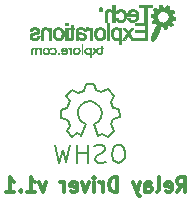
<source format=gbo>
G04 #@! TF.FileFunction,Legend,Bot*
%FSLAX46Y46*%
G04 Gerber Fmt 4.6, Leading zero omitted, Abs format (unit mm)*
G04 Created by KiCad (PCBNEW 4.0.1-stable) date 15/06/2016 21:54:59*
%MOMM*%
G01*
G04 APERTURE LIST*
%ADD10C,0.100000*%
%ADD11C,0.300000*%
%ADD12C,0.150000*%
%ADD13C,0.010000*%
G04 APERTURE END LIST*
D10*
D11*
X128777142Y-115350857D02*
X129177142Y-114779429D01*
X129462857Y-115350857D02*
X129462857Y-114150857D01*
X129005714Y-114150857D01*
X128891428Y-114208000D01*
X128834285Y-114265143D01*
X128777142Y-114379429D01*
X128777142Y-114550857D01*
X128834285Y-114665143D01*
X128891428Y-114722286D01*
X129005714Y-114779429D01*
X129462857Y-114779429D01*
X127805714Y-115293714D02*
X127920000Y-115350857D01*
X128148571Y-115350857D01*
X128262857Y-115293714D01*
X128320000Y-115179429D01*
X128320000Y-114722286D01*
X128262857Y-114608000D01*
X128148571Y-114550857D01*
X127920000Y-114550857D01*
X127805714Y-114608000D01*
X127748571Y-114722286D01*
X127748571Y-114836571D01*
X128320000Y-114950857D01*
X127062857Y-115350857D02*
X127177143Y-115293714D01*
X127234286Y-115179429D01*
X127234286Y-114150857D01*
X126091429Y-115350857D02*
X126091429Y-114722286D01*
X126148572Y-114608000D01*
X126262858Y-114550857D01*
X126491429Y-114550857D01*
X126605715Y-114608000D01*
X126091429Y-115293714D02*
X126205715Y-115350857D01*
X126491429Y-115350857D01*
X126605715Y-115293714D01*
X126662858Y-115179429D01*
X126662858Y-115065143D01*
X126605715Y-114950857D01*
X126491429Y-114893714D01*
X126205715Y-114893714D01*
X126091429Y-114836571D01*
X125634286Y-114550857D02*
X125348572Y-115350857D01*
X125062858Y-114550857D02*
X125348572Y-115350857D01*
X125462858Y-115636571D01*
X125520001Y-115693714D01*
X125634286Y-115750857D01*
X123691429Y-115350857D02*
X123691429Y-114150857D01*
X123405714Y-114150857D01*
X123234286Y-114208000D01*
X123120000Y-114322286D01*
X123062857Y-114436571D01*
X123005714Y-114665143D01*
X123005714Y-114836571D01*
X123062857Y-115065143D01*
X123120000Y-115179429D01*
X123234286Y-115293714D01*
X123405714Y-115350857D01*
X123691429Y-115350857D01*
X122491429Y-115350857D02*
X122491429Y-114550857D01*
X122491429Y-114779429D02*
X122434286Y-114665143D01*
X122377143Y-114608000D01*
X122262857Y-114550857D01*
X122148572Y-114550857D01*
X121748572Y-115350857D02*
X121748572Y-114550857D01*
X121748572Y-114150857D02*
X121805715Y-114208000D01*
X121748572Y-114265143D01*
X121691429Y-114208000D01*
X121748572Y-114150857D01*
X121748572Y-114265143D01*
X121291428Y-114550857D02*
X121005714Y-115350857D01*
X120720000Y-114550857D01*
X119805714Y-115293714D02*
X119920000Y-115350857D01*
X120148571Y-115350857D01*
X120262857Y-115293714D01*
X120320000Y-115179429D01*
X120320000Y-114722286D01*
X120262857Y-114608000D01*
X120148571Y-114550857D01*
X119920000Y-114550857D01*
X119805714Y-114608000D01*
X119748571Y-114722286D01*
X119748571Y-114836571D01*
X120320000Y-114950857D01*
X119234286Y-115350857D02*
X119234286Y-114550857D01*
X119234286Y-114779429D02*
X119177143Y-114665143D01*
X119120000Y-114608000D01*
X119005714Y-114550857D01*
X118891429Y-114550857D01*
X117691428Y-114550857D02*
X117405714Y-115350857D01*
X117120000Y-114550857D01*
X116034285Y-115350857D02*
X116720000Y-115350857D01*
X116377142Y-115350857D02*
X116377142Y-114150857D01*
X116491428Y-114322286D01*
X116605714Y-114436571D01*
X116720000Y-114493714D01*
X115520000Y-115236571D02*
X115462857Y-115293714D01*
X115520000Y-115350857D01*
X115577143Y-115293714D01*
X115520000Y-115236571D01*
X115520000Y-115350857D01*
X114319999Y-115350857D02*
X115005714Y-115350857D01*
X114662856Y-115350857D02*
X114662856Y-114150857D01*
X114777142Y-114322286D01*
X114891428Y-114436571D01*
X115005714Y-114493714D01*
D12*
X119743220Y-111401860D02*
X119382540Y-112872520D01*
X119382540Y-112872520D02*
X119103140Y-111810800D01*
X119103140Y-111810800D02*
X118793260Y-112882680D01*
X118793260Y-112882680D02*
X118452900Y-111432340D01*
X121163080Y-112092740D02*
X120373140Y-112082580D01*
X120373140Y-112082580D02*
X120362980Y-112092740D01*
X120362980Y-112092740D02*
X120362980Y-112082580D01*
X120322340Y-111371380D02*
X120322340Y-112913160D01*
X121211340Y-111361220D02*
X121211340Y-112930940D01*
X121211340Y-112930940D02*
X121201180Y-112920780D01*
X121762520Y-111462820D02*
X122113040Y-111381540D01*
X122113040Y-111381540D02*
X122433080Y-111371380D01*
X122433080Y-111371380D02*
X122671840Y-111572040D01*
X122671840Y-111572040D02*
X122702320Y-111841280D01*
X122702320Y-111841280D02*
X122461020Y-112082580D01*
X122461020Y-112082580D02*
X122072400Y-112212120D01*
X122072400Y-112212120D02*
X121892060Y-112372140D01*
X121892060Y-112372140D02*
X121851420Y-112671860D01*
X121851420Y-112671860D02*
X122082560Y-112892840D01*
X122082560Y-112892840D02*
X122402600Y-112920780D01*
X122402600Y-112920780D02*
X122753120Y-112811560D01*
X123791980Y-111361220D02*
X124040900Y-111381540D01*
X124040900Y-111381540D02*
X124282200Y-111622840D01*
X124282200Y-111622840D02*
X124371100Y-112113060D01*
X124371100Y-112113060D02*
X124343160Y-112461040D01*
X124343160Y-112461040D02*
X124142500Y-112781080D01*
X124142500Y-112781080D02*
X123891040Y-112903000D01*
X123891040Y-112903000D02*
X123581160Y-112831880D01*
X123581160Y-112831880D02*
X123362720Y-112651540D01*
X123362720Y-112651540D02*
X123291600Y-112191800D01*
X123291600Y-112191800D02*
X123342400Y-111782860D01*
X123342400Y-111782860D02*
X123451620Y-111500920D01*
X123451620Y-111500920D02*
X123812300Y-111371380D01*
X123192540Y-109641640D02*
X123451620Y-110202980D01*
X123451620Y-110202980D02*
X122913140Y-110721140D01*
X122913140Y-110721140D02*
X122392440Y-110451900D01*
X122392440Y-110451900D02*
X122113040Y-110611920D01*
X120672860Y-110591600D02*
X120342660Y-110401100D01*
X120342660Y-110401100D02*
X119903240Y-110731300D01*
X119903240Y-110731300D02*
X119430800Y-110241080D01*
X119430800Y-110241080D02*
X119712740Y-109761020D01*
X119712740Y-109761020D02*
X119522240Y-109291120D01*
X119522240Y-109291120D02*
X118912640Y-109103160D01*
X118912640Y-109103160D02*
X118912640Y-108422440D01*
X118912640Y-108422440D02*
X119471440Y-108282740D01*
X119471440Y-108282740D02*
X119672100Y-107711240D01*
X119672100Y-107711240D02*
X119402860Y-107241340D01*
X119402860Y-107241340D02*
X119872760Y-106730800D01*
X119872760Y-106730800D02*
X120390920Y-106992420D01*
X120390920Y-106992420D02*
X120860820Y-106791760D01*
X120860820Y-106791760D02*
X121031000Y-106250740D01*
X121031000Y-106250740D02*
X121721880Y-106232960D01*
X121721880Y-106232960D02*
X121932700Y-106781600D01*
X121932700Y-106781600D02*
X122351800Y-106951780D01*
X122351800Y-106951780D02*
X122902980Y-106682540D01*
X122902980Y-106682540D02*
X123421140Y-107210860D01*
X123421140Y-107210860D02*
X123172220Y-107751880D01*
X123172220Y-107751880D02*
X123342400Y-108231940D01*
X123342400Y-108231940D02*
X123891040Y-108331000D01*
X123891040Y-108331000D02*
X123901200Y-109032040D01*
X123901200Y-109032040D02*
X123342400Y-109232700D01*
X123342400Y-109232700D02*
X123202700Y-109631480D01*
X121061480Y-109611160D02*
X120761760Y-109461300D01*
X120761760Y-109461300D02*
X120561100Y-109263180D01*
X120561100Y-109263180D02*
X120411240Y-108861860D01*
X120411240Y-108861860D02*
X120411240Y-108463080D01*
X120411240Y-108463080D02*
X120561100Y-108112560D01*
X120561100Y-108112560D02*
X121013220Y-107762040D01*
X121013220Y-107762040D02*
X121462800Y-107711240D01*
X121462800Y-107711240D02*
X121861580Y-107812840D01*
X121861580Y-107812840D02*
X122262900Y-108160820D01*
X122262900Y-108160820D02*
X122412760Y-108612940D01*
X122412760Y-108612940D02*
X122361960Y-109110780D01*
X122361960Y-109110780D02*
X122113040Y-109413040D01*
X122113040Y-109413040D02*
X121762520Y-109611160D01*
X121762520Y-109611160D02*
X122113040Y-110611920D01*
X121061480Y-109611160D02*
X120662700Y-110611920D01*
D13*
G36*
X121158431Y-103155625D02*
X121114467Y-103165064D01*
X121074529Y-103181332D01*
X121037527Y-103204858D01*
X121006813Y-103231626D01*
X120988689Y-103250496D01*
X120975199Y-103267450D01*
X120964029Y-103285658D01*
X120956513Y-103300508D01*
X120938016Y-103348825D01*
X120927870Y-103398463D01*
X120926078Y-103448652D01*
X120932639Y-103498624D01*
X120947558Y-103547609D01*
X120955966Y-103566969D01*
X120978218Y-103604424D01*
X121007226Y-103638297D01*
X121041365Y-103666959D01*
X121076658Y-103687686D01*
X121119985Y-103704257D01*
X121164745Y-103714030D01*
X121209835Y-103717200D01*
X121254152Y-103713965D01*
X121296592Y-103704519D01*
X121336052Y-103689059D01*
X121371429Y-103667782D01*
X121401619Y-103640882D01*
X121412436Y-103628022D01*
X121427068Y-103608976D01*
X121428191Y-103788386D01*
X121429315Y-103967796D01*
X121498102Y-103967796D01*
X121498102Y-103433671D01*
X121433474Y-103433671D01*
X121429364Y-103476300D01*
X121417656Y-103516012D01*
X121399074Y-103552087D01*
X121374347Y-103583808D01*
X121344199Y-103610453D01*
X121309358Y-103631306D01*
X121270548Y-103645647D01*
X121228497Y-103652757D01*
X121211519Y-103653414D01*
X121185455Y-103652421D01*
X121162084Y-103649543D01*
X121149095Y-103646587D01*
X121108792Y-103630491D01*
X121074083Y-103607929D01*
X121045251Y-103579216D01*
X121022581Y-103544665D01*
X121006357Y-103504589D01*
X121000861Y-103483097D01*
X120995927Y-103453160D01*
X120995071Y-103426250D01*
X120998295Y-103397995D01*
X121000911Y-103384457D01*
X121013813Y-103342443D01*
X121033387Y-103305517D01*
X121059028Y-103274172D01*
X121090127Y-103248902D01*
X121126077Y-103230198D01*
X121166270Y-103218552D01*
X121210100Y-103214459D01*
X121210573Y-103214458D01*
X121252490Y-103218419D01*
X121291957Y-103229908D01*
X121328174Y-103248139D01*
X121360340Y-103272323D01*
X121387653Y-103301672D01*
X121409313Y-103335400D01*
X121424519Y-103372717D01*
X121432470Y-103412837D01*
X121433474Y-103433671D01*
X121498102Y-103433671D01*
X121498102Y-103167051D01*
X121429220Y-103167051D01*
X121429220Y-103212254D01*
X121428903Y-103230810D01*
X121428045Y-103245674D01*
X121426788Y-103255069D01*
X121425643Y-103257457D01*
X121421271Y-103254067D01*
X121416061Y-103246239D01*
X121406367Y-103233052D01*
X121391150Y-103217887D01*
X121372606Y-103202582D01*
X121352930Y-103188971D01*
X121337030Y-103180142D01*
X121304841Y-103166739D01*
X121273330Y-103158127D01*
X121239387Y-103153645D01*
X121207509Y-103152586D01*
X121158431Y-103155625D01*
X121158431Y-103155625D01*
G37*
X121158431Y-103155625D02*
X121114467Y-103165064D01*
X121074529Y-103181332D01*
X121037527Y-103204858D01*
X121006813Y-103231626D01*
X120988689Y-103250496D01*
X120975199Y-103267450D01*
X120964029Y-103285658D01*
X120956513Y-103300508D01*
X120938016Y-103348825D01*
X120927870Y-103398463D01*
X120926078Y-103448652D01*
X120932639Y-103498624D01*
X120947558Y-103547609D01*
X120955966Y-103566969D01*
X120978218Y-103604424D01*
X121007226Y-103638297D01*
X121041365Y-103666959D01*
X121076658Y-103687686D01*
X121119985Y-103704257D01*
X121164745Y-103714030D01*
X121209835Y-103717200D01*
X121254152Y-103713965D01*
X121296592Y-103704519D01*
X121336052Y-103689059D01*
X121371429Y-103667782D01*
X121401619Y-103640882D01*
X121412436Y-103628022D01*
X121427068Y-103608976D01*
X121428191Y-103788386D01*
X121429315Y-103967796D01*
X121498102Y-103967796D01*
X121498102Y-103433671D01*
X121433474Y-103433671D01*
X121429364Y-103476300D01*
X121417656Y-103516012D01*
X121399074Y-103552087D01*
X121374347Y-103583808D01*
X121344199Y-103610453D01*
X121309358Y-103631306D01*
X121270548Y-103645647D01*
X121228497Y-103652757D01*
X121211519Y-103653414D01*
X121185455Y-103652421D01*
X121162084Y-103649543D01*
X121149095Y-103646587D01*
X121108792Y-103630491D01*
X121074083Y-103607929D01*
X121045251Y-103579216D01*
X121022581Y-103544665D01*
X121006357Y-103504589D01*
X121000861Y-103483097D01*
X120995927Y-103453160D01*
X120995071Y-103426250D01*
X120998295Y-103397995D01*
X121000911Y-103384457D01*
X121013813Y-103342443D01*
X121033387Y-103305517D01*
X121059028Y-103274172D01*
X121090127Y-103248902D01*
X121126077Y-103230198D01*
X121166270Y-103218552D01*
X121210100Y-103214459D01*
X121210573Y-103214458D01*
X121252490Y-103218419D01*
X121291957Y-103229908D01*
X121328174Y-103248139D01*
X121360340Y-103272323D01*
X121387653Y-103301672D01*
X121409313Y-103335400D01*
X121424519Y-103372717D01*
X121432470Y-103412837D01*
X121433474Y-103433671D01*
X121498102Y-103433671D01*
X121498102Y-103167051D01*
X121429220Y-103167051D01*
X121429220Y-103212254D01*
X121428903Y-103230810D01*
X121428045Y-103245674D01*
X121426788Y-103255069D01*
X121425643Y-103257457D01*
X121421271Y-103254067D01*
X121416061Y-103246239D01*
X121406367Y-103233052D01*
X121391150Y-103217887D01*
X121372606Y-103202582D01*
X121352930Y-103188971D01*
X121337030Y-103180142D01*
X121304841Y-103166739D01*
X121273330Y-103158127D01*
X121239387Y-103153645D01*
X121207509Y-103152586D01*
X121158431Y-103155625D01*
G36*
X122323684Y-103087406D02*
X122322525Y-103164898D01*
X122246110Y-103166074D01*
X122169695Y-103167249D01*
X122169695Y-103227322D01*
X122325016Y-103227322D01*
X122323771Y-103418588D01*
X122323463Y-103464177D01*
X122323160Y-103501950D01*
X122322822Y-103532703D01*
X122322409Y-103557228D01*
X122321881Y-103576320D01*
X122321197Y-103590774D01*
X122320319Y-103601385D01*
X122319206Y-103608945D01*
X122317817Y-103614251D01*
X122316114Y-103618095D01*
X122314055Y-103621273D01*
X122313519Y-103622003D01*
X122303587Y-103632853D01*
X122291435Y-103643035D01*
X122290281Y-103643839D01*
X122273465Y-103650837D01*
X122251171Y-103653562D01*
X122225413Y-103651983D01*
X122198209Y-103646066D01*
X122195909Y-103645366D01*
X122181686Y-103641141D01*
X122173775Y-103639615D01*
X122170339Y-103640712D01*
X122169540Y-103644290D01*
X122169035Y-103652351D01*
X122167902Y-103665558D01*
X122166907Y-103675832D01*
X122164430Y-103700291D01*
X122181054Y-103704697D01*
X122215765Y-103712821D01*
X122244866Y-103717030D01*
X122270358Y-103717436D01*
X122294242Y-103714151D01*
X122304539Y-103711626D01*
X122333956Y-103699361D01*
X122358223Y-103680577D01*
X122376519Y-103656137D01*
X122388025Y-103626904D01*
X122388988Y-103622754D01*
X122390164Y-103612727D01*
X122391186Y-103594665D01*
X122392042Y-103569143D01*
X122392719Y-103536735D01*
X122393206Y-103498016D01*
X122393488Y-103453561D01*
X122393559Y-103414381D01*
X122393559Y-103227322D01*
X122509797Y-103227322D01*
X122509797Y-103167051D01*
X122393559Y-103167051D01*
X122393559Y-103012723D01*
X122359201Y-103011319D01*
X122324844Y-103009915D01*
X122323684Y-103087406D01*
X122323684Y-103087406D01*
G37*
X122323684Y-103087406D02*
X122322525Y-103164898D01*
X122246110Y-103166074D01*
X122169695Y-103167249D01*
X122169695Y-103227322D01*
X122325016Y-103227322D01*
X122323771Y-103418588D01*
X122323463Y-103464177D01*
X122323160Y-103501950D01*
X122322822Y-103532703D01*
X122322409Y-103557228D01*
X122321881Y-103576320D01*
X122321197Y-103590774D01*
X122320319Y-103601385D01*
X122319206Y-103608945D01*
X122317817Y-103614251D01*
X122316114Y-103618095D01*
X122314055Y-103621273D01*
X122313519Y-103622003D01*
X122303587Y-103632853D01*
X122291435Y-103643035D01*
X122290281Y-103643839D01*
X122273465Y-103650837D01*
X122251171Y-103653562D01*
X122225413Y-103651983D01*
X122198209Y-103646066D01*
X122195909Y-103645366D01*
X122181686Y-103641141D01*
X122173775Y-103639615D01*
X122170339Y-103640712D01*
X122169540Y-103644290D01*
X122169035Y-103652351D01*
X122167902Y-103665558D01*
X122166907Y-103675832D01*
X122164430Y-103700291D01*
X122181054Y-103704697D01*
X122215765Y-103712821D01*
X122244866Y-103717030D01*
X122270358Y-103717436D01*
X122294242Y-103714151D01*
X122304539Y-103711626D01*
X122333956Y-103699361D01*
X122358223Y-103680577D01*
X122376519Y-103656137D01*
X122388025Y-103626904D01*
X122388988Y-103622754D01*
X122390164Y-103612727D01*
X122391186Y-103594665D01*
X122392042Y-103569143D01*
X122392719Y-103536735D01*
X122393206Y-103498016D01*
X122393488Y-103453561D01*
X122393559Y-103414381D01*
X122393559Y-103227322D01*
X122509797Y-103227322D01*
X122509797Y-103167051D01*
X122393559Y-103167051D01*
X122393559Y-103012723D01*
X122359201Y-103011319D01*
X122324844Y-103009915D01*
X122323684Y-103087406D01*
G36*
X120187471Y-103156234D02*
X120139942Y-103167405D01*
X120096742Y-103185595D01*
X120058334Y-103210449D01*
X120025183Y-103241617D01*
X119997753Y-103278747D01*
X119976508Y-103321485D01*
X119963882Y-103361054D01*
X119958971Y-103390190D01*
X119956918Y-103424091D01*
X119957692Y-103459412D01*
X119961259Y-103492809D01*
X119965371Y-103513139D01*
X119981044Y-103558043D01*
X120003495Y-103598291D01*
X120032000Y-103633457D01*
X120065837Y-103663113D01*
X120104283Y-103686832D01*
X120146615Y-103704187D01*
X120192109Y-103714749D01*
X120240042Y-103718093D01*
X120289693Y-103713790D01*
X120301288Y-103711672D01*
X120343711Y-103700480D01*
X120380474Y-103684602D01*
X120413773Y-103662874D01*
X120443594Y-103636364D01*
X120473386Y-103600608D01*
X120495994Y-103560165D01*
X120511366Y-103515175D01*
X120519447Y-103465779D01*
X120520773Y-103434816D01*
X120520151Y-103426138D01*
X120452512Y-103426138D01*
X120449860Y-103468715D01*
X120439571Y-103511254D01*
X120428008Y-103539894D01*
X120409266Y-103570381D01*
X120384018Y-103598178D01*
X120354158Y-103621747D01*
X120321582Y-103639549D01*
X120293976Y-103648809D01*
X120277498Y-103651253D01*
X120255679Y-103652585D01*
X120231718Y-103652801D01*
X120208814Y-103651897D01*
X120190163Y-103649867D01*
X120185532Y-103648959D01*
X120149912Y-103636476D01*
X120115509Y-103615952D01*
X120092184Y-103596630D01*
X120064490Y-103565023D01*
X120044116Y-103529011D01*
X120031215Y-103488964D01*
X120025941Y-103445251D01*
X120025814Y-103437407D01*
X120029088Y-103392259D01*
X120039223Y-103351985D01*
X120056465Y-103315943D01*
X120081061Y-103283493D01*
X120087944Y-103276310D01*
X120120709Y-103249010D01*
X120156640Y-103229673D01*
X120196028Y-103218178D01*
X120238864Y-103214406D01*
X120281975Y-103218229D01*
X120321339Y-103229775D01*
X120357248Y-103249165D01*
X120389785Y-103276310D01*
X120416165Y-103308610D01*
X120435514Y-103345042D01*
X120447680Y-103384566D01*
X120452512Y-103426138D01*
X120520151Y-103426138D01*
X120517052Y-103382978D01*
X120505981Y-103335251D01*
X120487996Y-103292072D01*
X120463534Y-103253879D01*
X120433031Y-103221109D01*
X120396925Y-103194200D01*
X120355651Y-103173588D01*
X120309646Y-103159711D01*
X120259347Y-103153007D01*
X120238864Y-103152431D01*
X120187471Y-103156234D01*
X120187471Y-103156234D01*
G37*
X120187471Y-103156234D02*
X120139942Y-103167405D01*
X120096742Y-103185595D01*
X120058334Y-103210449D01*
X120025183Y-103241617D01*
X119997753Y-103278747D01*
X119976508Y-103321485D01*
X119963882Y-103361054D01*
X119958971Y-103390190D01*
X119956918Y-103424091D01*
X119957692Y-103459412D01*
X119961259Y-103492809D01*
X119965371Y-103513139D01*
X119981044Y-103558043D01*
X120003495Y-103598291D01*
X120032000Y-103633457D01*
X120065837Y-103663113D01*
X120104283Y-103686832D01*
X120146615Y-103704187D01*
X120192109Y-103714749D01*
X120240042Y-103718093D01*
X120289693Y-103713790D01*
X120301288Y-103711672D01*
X120343711Y-103700480D01*
X120380474Y-103684602D01*
X120413773Y-103662874D01*
X120443594Y-103636364D01*
X120473386Y-103600608D01*
X120495994Y-103560165D01*
X120511366Y-103515175D01*
X120519447Y-103465779D01*
X120520773Y-103434816D01*
X120520151Y-103426138D01*
X120452512Y-103426138D01*
X120449860Y-103468715D01*
X120439571Y-103511254D01*
X120428008Y-103539894D01*
X120409266Y-103570381D01*
X120384018Y-103598178D01*
X120354158Y-103621747D01*
X120321582Y-103639549D01*
X120293976Y-103648809D01*
X120277498Y-103651253D01*
X120255679Y-103652585D01*
X120231718Y-103652801D01*
X120208814Y-103651897D01*
X120190163Y-103649867D01*
X120185532Y-103648959D01*
X120149912Y-103636476D01*
X120115509Y-103615952D01*
X120092184Y-103596630D01*
X120064490Y-103565023D01*
X120044116Y-103529011D01*
X120031215Y-103488964D01*
X120025941Y-103445251D01*
X120025814Y-103437407D01*
X120029088Y-103392259D01*
X120039223Y-103351985D01*
X120056465Y-103315943D01*
X120081061Y-103283493D01*
X120087944Y-103276310D01*
X120120709Y-103249010D01*
X120156640Y-103229673D01*
X120196028Y-103218178D01*
X120238864Y-103214406D01*
X120281975Y-103218229D01*
X120321339Y-103229775D01*
X120357248Y-103249165D01*
X120389785Y-103276310D01*
X120416165Y-103308610D01*
X120435514Y-103345042D01*
X120447680Y-103384566D01*
X120452512Y-103426138D01*
X120520151Y-103426138D01*
X120517052Y-103382978D01*
X120505981Y-103335251D01*
X120487996Y-103292072D01*
X120463534Y-103253879D01*
X120433031Y-103221109D01*
X120396925Y-103194200D01*
X120355651Y-103173588D01*
X120309646Y-103159711D01*
X120259347Y-103153007D01*
X120238864Y-103152431D01*
X120187471Y-103156234D01*
G36*
X119144514Y-103155102D02*
X119103860Y-103163646D01*
X119067417Y-103178640D01*
X119033992Y-103200546D01*
X119009453Y-103222520D01*
X118981589Y-103255533D01*
X118960711Y-103291993D01*
X118946513Y-103332685D01*
X118938692Y-103378395D01*
X118936915Y-103409392D01*
X118936072Y-103451186D01*
X119388610Y-103451186D01*
X119388610Y-103463197D01*
X119387521Y-103473969D01*
X119384714Y-103489110D01*
X119382018Y-103500516D01*
X119367960Y-103538910D01*
X119347149Y-103573883D01*
X119320642Y-103604104D01*
X119289498Y-103628240D01*
X119273764Y-103637001D01*
X119259950Y-103643379D01*
X119247804Y-103647585D01*
X119234625Y-103650189D01*
X119217710Y-103651762D01*
X119199570Y-103652664D01*
X119165978Y-103652726D01*
X119137570Y-103649432D01*
X119111365Y-103642153D01*
X119084379Y-103630263D01*
X119078486Y-103627202D01*
X119059110Y-103614962D01*
X119039331Y-103599221D01*
X119021988Y-103582440D01*
X119010851Y-103568551D01*
X119007560Y-103563965D01*
X119004228Y-103562000D01*
X118999495Y-103563303D01*
X118991998Y-103568519D01*
X118980378Y-103578295D01*
X118968561Y-103588638D01*
X118952955Y-103602340D01*
X118964776Y-103619397D01*
X118987707Y-103646735D01*
X119015781Y-103669441D01*
X119050094Y-103688271D01*
X119083937Y-103701442D01*
X119104717Y-103707884D01*
X119123074Y-103712096D01*
X119142397Y-103714642D01*
X119166074Y-103716091D01*
X119173172Y-103716351D01*
X119208730Y-103716448D01*
X119237048Y-103714162D01*
X119248695Y-103712042D01*
X119295939Y-103697386D01*
X119337196Y-103676580D01*
X119372635Y-103649495D01*
X119402421Y-103616002D01*
X119426722Y-103575972D01*
X119427354Y-103574698D01*
X119442999Y-103534533D01*
X119453167Y-103489817D01*
X119457600Y-103442843D01*
X119456045Y-103395907D01*
X119455277Y-103390915D01*
X119389568Y-103390915D01*
X119199530Y-103390915D01*
X119153493Y-103390884D01*
X119115341Y-103390775D01*
X119084347Y-103390563D01*
X119059788Y-103390225D01*
X119040938Y-103389736D01*
X119027072Y-103389072D01*
X119017464Y-103388210D01*
X119011389Y-103387124D01*
X119008122Y-103385792D01*
X119007034Y-103384507D01*
X119006437Y-103374915D01*
X119008907Y-103360035D01*
X119013787Y-103342342D01*
X119020419Y-103324311D01*
X119026428Y-103311523D01*
X119046053Y-103283117D01*
X119072255Y-103257927D01*
X119103201Y-103237315D01*
X119137060Y-103222642D01*
X119151341Y-103218663D01*
X119183635Y-103214516D01*
X119217951Y-103215897D01*
X119250999Y-103222459D01*
X119275323Y-103231698D01*
X119303415Y-103249336D01*
X119329740Y-103272952D01*
X119352841Y-103300676D01*
X119371262Y-103330638D01*
X119383545Y-103360968D01*
X119386776Y-103374771D01*
X119389568Y-103390915D01*
X119455277Y-103390915D01*
X119450968Y-103362932D01*
X119437336Y-103318238D01*
X119416480Y-103277019D01*
X119389192Y-103240171D01*
X119356265Y-103208586D01*
X119318490Y-103183160D01*
X119276658Y-103164788D01*
X119275203Y-103164307D01*
X119257066Y-103158876D01*
X119240731Y-103155407D01*
X119223140Y-103153476D01*
X119201236Y-103152657D01*
X119190576Y-103152546D01*
X119144514Y-103155102D01*
X119144514Y-103155102D01*
G37*
X119144514Y-103155102D02*
X119103860Y-103163646D01*
X119067417Y-103178640D01*
X119033992Y-103200546D01*
X119009453Y-103222520D01*
X118981589Y-103255533D01*
X118960711Y-103291993D01*
X118946513Y-103332685D01*
X118938692Y-103378395D01*
X118936915Y-103409392D01*
X118936072Y-103451186D01*
X119388610Y-103451186D01*
X119388610Y-103463197D01*
X119387521Y-103473969D01*
X119384714Y-103489110D01*
X119382018Y-103500516D01*
X119367960Y-103538910D01*
X119347149Y-103573883D01*
X119320642Y-103604104D01*
X119289498Y-103628240D01*
X119273764Y-103637001D01*
X119259950Y-103643379D01*
X119247804Y-103647585D01*
X119234625Y-103650189D01*
X119217710Y-103651762D01*
X119199570Y-103652664D01*
X119165978Y-103652726D01*
X119137570Y-103649432D01*
X119111365Y-103642153D01*
X119084379Y-103630263D01*
X119078486Y-103627202D01*
X119059110Y-103614962D01*
X119039331Y-103599221D01*
X119021988Y-103582440D01*
X119010851Y-103568551D01*
X119007560Y-103563965D01*
X119004228Y-103562000D01*
X118999495Y-103563303D01*
X118991998Y-103568519D01*
X118980378Y-103578295D01*
X118968561Y-103588638D01*
X118952955Y-103602340D01*
X118964776Y-103619397D01*
X118987707Y-103646735D01*
X119015781Y-103669441D01*
X119050094Y-103688271D01*
X119083937Y-103701442D01*
X119104717Y-103707884D01*
X119123074Y-103712096D01*
X119142397Y-103714642D01*
X119166074Y-103716091D01*
X119173172Y-103716351D01*
X119208730Y-103716448D01*
X119237048Y-103714162D01*
X119248695Y-103712042D01*
X119295939Y-103697386D01*
X119337196Y-103676580D01*
X119372635Y-103649495D01*
X119402421Y-103616002D01*
X119426722Y-103575972D01*
X119427354Y-103574698D01*
X119442999Y-103534533D01*
X119453167Y-103489817D01*
X119457600Y-103442843D01*
X119456045Y-103395907D01*
X119455277Y-103390915D01*
X119389568Y-103390915D01*
X119199530Y-103390915D01*
X119153493Y-103390884D01*
X119115341Y-103390775D01*
X119084347Y-103390563D01*
X119059788Y-103390225D01*
X119040938Y-103389736D01*
X119027072Y-103389072D01*
X119017464Y-103388210D01*
X119011389Y-103387124D01*
X119008122Y-103385792D01*
X119007034Y-103384507D01*
X119006437Y-103374915D01*
X119008907Y-103360035D01*
X119013787Y-103342342D01*
X119020419Y-103324311D01*
X119026428Y-103311523D01*
X119046053Y-103283117D01*
X119072255Y-103257927D01*
X119103201Y-103237315D01*
X119137060Y-103222642D01*
X119151341Y-103218663D01*
X119183635Y-103214516D01*
X119217951Y-103215897D01*
X119250999Y-103222459D01*
X119275323Y-103231698D01*
X119303415Y-103249336D01*
X119329740Y-103272952D01*
X119352841Y-103300676D01*
X119371262Y-103330638D01*
X119383545Y-103360968D01*
X119386776Y-103374771D01*
X119389568Y-103390915D01*
X119455277Y-103390915D01*
X119450968Y-103362932D01*
X119437336Y-103318238D01*
X119416480Y-103277019D01*
X119389192Y-103240171D01*
X119356265Y-103208586D01*
X119318490Y-103183160D01*
X119276658Y-103164788D01*
X119275203Y-103164307D01*
X119257066Y-103158876D01*
X119240731Y-103155407D01*
X119223140Y-103153476D01*
X119201236Y-103152657D01*
X119190576Y-103152546D01*
X119144514Y-103155102D01*
G36*
X118191605Y-103153814D02*
X118161763Y-103158614D01*
X118133285Y-103167656D01*
X118102747Y-103181770D01*
X118100575Y-103182901D01*
X118087682Y-103190536D01*
X118072975Y-103200605D01*
X118057927Y-103211905D01*
X118044011Y-103223233D01*
X118032701Y-103233388D01*
X118025470Y-103241166D01*
X118023792Y-103245366D01*
X118023898Y-103245476D01*
X118028147Y-103248800D01*
X118037399Y-103255883D01*
X118049786Y-103265296D01*
X118051899Y-103266897D01*
X118077747Y-103286467D01*
X118101407Y-103265237D01*
X118134936Y-103240465D01*
X118170927Y-103223836D01*
X118208847Y-103215420D01*
X118248160Y-103215290D01*
X118288330Y-103223515D01*
X118320562Y-103236083D01*
X118347711Y-103252616D01*
X118373885Y-103275223D01*
X118396682Y-103301482D01*
X118413698Y-103328978D01*
X118414496Y-103330644D01*
X118429410Y-103371407D01*
X118436813Y-103413338D01*
X118436900Y-103455256D01*
X118429864Y-103495981D01*
X118415898Y-103534335D01*
X118395195Y-103569137D01*
X118370953Y-103596455D01*
X118339134Y-103621955D01*
X118306063Y-103639556D01*
X118270310Y-103649776D01*
X118230446Y-103653138D01*
X118216218Y-103652834D01*
X118179573Y-103647517D01*
X118145793Y-103634652D01*
X118113872Y-103613801D01*
X118101216Y-103602962D01*
X118077365Y-103581125D01*
X118053860Y-103600569D01*
X118041996Y-103610970D01*
X118033127Y-103619847D01*
X118029103Y-103625342D01*
X118029067Y-103625472D01*
X118031499Y-103631695D01*
X118039767Y-103641177D01*
X118052364Y-103652677D01*
X118067785Y-103664954D01*
X118084524Y-103676767D01*
X118101078Y-103686874D01*
X118107848Y-103690429D01*
X118150845Y-103706938D01*
X118196884Y-103715861D01*
X118244653Y-103717043D01*
X118286509Y-103711672D01*
X118328931Y-103700480D01*
X118365694Y-103684602D01*
X118398993Y-103662874D01*
X118428814Y-103636364D01*
X118458606Y-103600608D01*
X118481215Y-103560165D01*
X118496586Y-103515175D01*
X118504667Y-103465779D01*
X118505993Y-103434816D01*
X118502268Y-103383179D01*
X118491195Y-103335558D01*
X118473226Y-103292409D01*
X118448815Y-103254187D01*
X118418412Y-103221352D01*
X118382472Y-103194358D01*
X118341446Y-103173662D01*
X118295787Y-103159723D01*
X118245948Y-103152995D01*
X118226237Y-103152425D01*
X118191605Y-103153814D01*
X118191605Y-103153814D01*
G37*
X118191605Y-103153814D02*
X118161763Y-103158614D01*
X118133285Y-103167656D01*
X118102747Y-103181770D01*
X118100575Y-103182901D01*
X118087682Y-103190536D01*
X118072975Y-103200605D01*
X118057927Y-103211905D01*
X118044011Y-103223233D01*
X118032701Y-103233388D01*
X118025470Y-103241166D01*
X118023792Y-103245366D01*
X118023898Y-103245476D01*
X118028147Y-103248800D01*
X118037399Y-103255883D01*
X118049786Y-103265296D01*
X118051899Y-103266897D01*
X118077747Y-103286467D01*
X118101407Y-103265237D01*
X118134936Y-103240465D01*
X118170927Y-103223836D01*
X118208847Y-103215420D01*
X118248160Y-103215290D01*
X118288330Y-103223515D01*
X118320562Y-103236083D01*
X118347711Y-103252616D01*
X118373885Y-103275223D01*
X118396682Y-103301482D01*
X118413698Y-103328978D01*
X118414496Y-103330644D01*
X118429410Y-103371407D01*
X118436813Y-103413338D01*
X118436900Y-103455256D01*
X118429864Y-103495981D01*
X118415898Y-103534335D01*
X118395195Y-103569137D01*
X118370953Y-103596455D01*
X118339134Y-103621955D01*
X118306063Y-103639556D01*
X118270310Y-103649776D01*
X118230446Y-103653138D01*
X118216218Y-103652834D01*
X118179573Y-103647517D01*
X118145793Y-103634652D01*
X118113872Y-103613801D01*
X118101216Y-103602962D01*
X118077365Y-103581125D01*
X118053860Y-103600569D01*
X118041996Y-103610970D01*
X118033127Y-103619847D01*
X118029103Y-103625342D01*
X118029067Y-103625472D01*
X118031499Y-103631695D01*
X118039767Y-103641177D01*
X118052364Y-103652677D01*
X118067785Y-103664954D01*
X118084524Y-103676767D01*
X118101078Y-103686874D01*
X118107848Y-103690429D01*
X118150845Y-103706938D01*
X118196884Y-103715861D01*
X118244653Y-103717043D01*
X118286509Y-103711672D01*
X118328931Y-103700480D01*
X118365694Y-103684602D01*
X118398993Y-103662874D01*
X118428814Y-103636364D01*
X118458606Y-103600608D01*
X118481215Y-103560165D01*
X118496586Y-103515175D01*
X118504667Y-103465779D01*
X118505993Y-103434816D01*
X118502268Y-103383179D01*
X118491195Y-103335558D01*
X118473226Y-103292409D01*
X118448815Y-103254187D01*
X118418412Y-103221352D01*
X118382472Y-103194358D01*
X118341446Y-103173662D01*
X118295787Y-103159723D01*
X118245948Y-103152995D01*
X118226237Y-103152425D01*
X118191605Y-103153814D01*
G36*
X117613030Y-103156234D02*
X117565501Y-103167405D01*
X117522301Y-103185595D01*
X117483893Y-103210449D01*
X117450742Y-103241617D01*
X117423312Y-103278747D01*
X117402067Y-103321485D01*
X117389441Y-103361054D01*
X117384530Y-103390190D01*
X117382478Y-103424091D01*
X117383251Y-103459412D01*
X117386818Y-103492809D01*
X117390930Y-103513139D01*
X117406604Y-103558043D01*
X117429054Y-103598291D01*
X117457560Y-103633457D01*
X117491397Y-103663113D01*
X117529843Y-103686832D01*
X117572174Y-103704187D01*
X117617668Y-103714749D01*
X117665602Y-103718093D01*
X117715252Y-103713790D01*
X117726848Y-103711672D01*
X117769270Y-103700480D01*
X117806033Y-103684602D01*
X117839332Y-103662874D01*
X117869153Y-103636364D01*
X117898945Y-103600608D01*
X117921554Y-103560165D01*
X117936925Y-103515175D01*
X117945006Y-103465779D01*
X117946332Y-103434816D01*
X117945710Y-103426138D01*
X117878072Y-103426138D01*
X117875419Y-103468715D01*
X117865130Y-103511254D01*
X117853568Y-103539894D01*
X117834825Y-103570381D01*
X117809577Y-103598178D01*
X117779718Y-103621747D01*
X117747142Y-103639549D01*
X117719535Y-103648809D01*
X117703057Y-103651253D01*
X117681238Y-103652585D01*
X117657278Y-103652801D01*
X117634373Y-103651897D01*
X117615723Y-103649867D01*
X117611091Y-103648959D01*
X117575471Y-103636476D01*
X117541068Y-103615952D01*
X117517743Y-103596630D01*
X117490049Y-103565023D01*
X117469675Y-103529011D01*
X117456774Y-103488964D01*
X117451500Y-103445251D01*
X117451373Y-103437407D01*
X117454647Y-103392259D01*
X117464782Y-103351985D01*
X117482024Y-103315943D01*
X117506621Y-103283493D01*
X117513503Y-103276310D01*
X117546269Y-103249010D01*
X117582200Y-103229673D01*
X117621587Y-103218178D01*
X117664424Y-103214406D01*
X117707534Y-103218229D01*
X117746898Y-103229775D01*
X117782807Y-103249165D01*
X117815345Y-103276310D01*
X117841724Y-103308610D01*
X117861073Y-103345042D01*
X117873239Y-103384566D01*
X117878072Y-103426138D01*
X117945710Y-103426138D01*
X117942612Y-103382978D01*
X117931541Y-103335251D01*
X117913556Y-103292072D01*
X117889093Y-103253879D01*
X117858591Y-103221109D01*
X117822484Y-103194200D01*
X117781210Y-103173588D01*
X117735205Y-103159711D01*
X117684907Y-103153007D01*
X117664424Y-103152431D01*
X117613030Y-103156234D01*
X117613030Y-103156234D01*
G37*
X117613030Y-103156234D02*
X117565501Y-103167405D01*
X117522301Y-103185595D01*
X117483893Y-103210449D01*
X117450742Y-103241617D01*
X117423312Y-103278747D01*
X117402067Y-103321485D01*
X117389441Y-103361054D01*
X117384530Y-103390190D01*
X117382478Y-103424091D01*
X117383251Y-103459412D01*
X117386818Y-103492809D01*
X117390930Y-103513139D01*
X117406604Y-103558043D01*
X117429054Y-103598291D01*
X117457560Y-103633457D01*
X117491397Y-103663113D01*
X117529843Y-103686832D01*
X117572174Y-103704187D01*
X117617668Y-103714749D01*
X117665602Y-103718093D01*
X117715252Y-103713790D01*
X117726848Y-103711672D01*
X117769270Y-103700480D01*
X117806033Y-103684602D01*
X117839332Y-103662874D01*
X117869153Y-103636364D01*
X117898945Y-103600608D01*
X117921554Y-103560165D01*
X117936925Y-103515175D01*
X117945006Y-103465779D01*
X117946332Y-103434816D01*
X117945710Y-103426138D01*
X117878072Y-103426138D01*
X117875419Y-103468715D01*
X117865130Y-103511254D01*
X117853568Y-103539894D01*
X117834825Y-103570381D01*
X117809577Y-103598178D01*
X117779718Y-103621747D01*
X117747142Y-103639549D01*
X117719535Y-103648809D01*
X117703057Y-103651253D01*
X117681238Y-103652585D01*
X117657278Y-103652801D01*
X117634373Y-103651897D01*
X117615723Y-103649867D01*
X117611091Y-103648959D01*
X117575471Y-103636476D01*
X117541068Y-103615952D01*
X117517743Y-103596630D01*
X117490049Y-103565023D01*
X117469675Y-103529011D01*
X117456774Y-103488964D01*
X117451500Y-103445251D01*
X117451373Y-103437407D01*
X117454647Y-103392259D01*
X117464782Y-103351985D01*
X117482024Y-103315943D01*
X117506621Y-103283493D01*
X117513503Y-103276310D01*
X117546269Y-103249010D01*
X117582200Y-103229673D01*
X117621587Y-103218178D01*
X117664424Y-103214406D01*
X117707534Y-103218229D01*
X117746898Y-103229775D01*
X117782807Y-103249165D01*
X117815345Y-103276310D01*
X117841724Y-103308610D01*
X117861073Y-103345042D01*
X117873239Y-103384566D01*
X117878072Y-103426138D01*
X117945710Y-103426138D01*
X117942612Y-103382978D01*
X117931541Y-103335251D01*
X117913556Y-103292072D01*
X117889093Y-103253879D01*
X117858591Y-103221109D01*
X117822484Y-103194200D01*
X117781210Y-103173588D01*
X117735205Y-103159711D01*
X117684907Y-103153007D01*
X117664424Y-103152431D01*
X117613030Y-103156234D01*
G36*
X118710406Y-103600495D02*
X118701905Y-103603758D01*
X118686675Y-103614433D01*
X118675820Y-103630494D01*
X118670161Y-103649484D01*
X118670519Y-103668947D01*
X118675485Y-103682844D01*
X118687958Y-103697146D01*
X118705144Y-103706250D01*
X118724581Y-103709698D01*
X118743808Y-103707035D01*
X118759656Y-103698414D01*
X118772790Y-103682469D01*
X118779098Y-103663909D01*
X118778791Y-103644698D01*
X118772077Y-103626804D01*
X118759168Y-103612192D01*
X118749842Y-103606429D01*
X118734524Y-103599942D01*
X118722625Y-103598033D01*
X118710406Y-103600495D01*
X118710406Y-103600495D01*
G37*
X118710406Y-103600495D02*
X118701905Y-103603758D01*
X118686675Y-103614433D01*
X118675820Y-103630494D01*
X118670161Y-103649484D01*
X118670519Y-103668947D01*
X118675485Y-103682844D01*
X118687958Y-103697146D01*
X118705144Y-103706250D01*
X118724581Y-103709698D01*
X118743808Y-103707035D01*
X118759656Y-103698414D01*
X118772790Y-103682469D01*
X118779098Y-103663909D01*
X118778791Y-103644698D01*
X118772077Y-103626804D01*
X118759168Y-103612192D01*
X118749842Y-103606429D01*
X118734524Y-103599942D01*
X118722625Y-103598033D01*
X118710406Y-103600495D01*
G36*
X121647698Y-103193957D02*
X121669113Y-103221294D01*
X121691116Y-103249632D01*
X121713072Y-103278130D01*
X121734348Y-103305949D01*
X121754309Y-103332247D01*
X121772320Y-103356186D01*
X121787747Y-103376923D01*
X121799956Y-103393619D01*
X121808312Y-103405434D01*
X121812180Y-103411527D01*
X121812373Y-103412083D01*
X121809799Y-103416180D01*
X121802502Y-103426195D01*
X121791122Y-103441311D01*
X121776297Y-103460707D01*
X121758665Y-103483566D01*
X121738865Y-103509068D01*
X121717536Y-103536395D01*
X121695316Y-103564728D01*
X121672844Y-103593248D01*
X121650758Y-103621136D01*
X121629698Y-103647574D01*
X121610302Y-103671742D01*
X121598041Y-103686890D01*
X121583166Y-103705186D01*
X121629964Y-103705036D01*
X121676763Y-103704885D01*
X121769172Y-103584443D01*
X121790704Y-103556536D01*
X121810652Y-103530980D01*
X121828402Y-103508540D01*
X121843340Y-103489981D01*
X121854850Y-103476066D01*
X121862317Y-103467562D01*
X121865068Y-103465164D01*
X121868395Y-103468756D01*
X121876272Y-103478437D01*
X121888079Y-103493412D01*
X121903198Y-103512882D01*
X121921008Y-103536053D01*
X121940892Y-103562127D01*
X121957980Y-103584680D01*
X122047405Y-103703034D01*
X122089177Y-103704266D01*
X122106949Y-103704574D01*
X122120961Y-103704405D01*
X122129365Y-103703806D01*
X122130949Y-103703236D01*
X122128410Y-103699448D01*
X122121160Y-103689571D01*
X122109748Y-103674331D01*
X122094725Y-103654455D01*
X122076641Y-103630670D01*
X122056045Y-103603703D01*
X122033489Y-103574279D01*
X122023082Y-103560739D01*
X121999731Y-103530315D01*
X121978015Y-103501895D01*
X121958500Y-103476229D01*
X121941751Y-103454066D01*
X121928333Y-103436153D01*
X121918810Y-103423241D01*
X121913748Y-103416077D01*
X121913088Y-103414960D01*
X121915154Y-103410389D01*
X121921981Y-103399882D01*
X121932981Y-103384248D01*
X121947562Y-103364296D01*
X121965135Y-103340835D01*
X121985110Y-103314674D01*
X122003735Y-103290665D01*
X122025343Y-103262938D01*
X122045168Y-103237371D01*
X122062607Y-103214750D01*
X122077058Y-103195862D01*
X122087919Y-103181494D01*
X122094587Y-103172433D01*
X122096509Y-103169481D01*
X122092504Y-103168485D01*
X122081690Y-103167714D01*
X122065867Y-103167262D01*
X122052381Y-103167187D01*
X122008254Y-103167324D01*
X121937054Y-103265128D01*
X121918472Y-103290453D01*
X121901405Y-103313328D01*
X121886537Y-103332870D01*
X121874547Y-103348196D01*
X121866118Y-103358424D01*
X121861931Y-103362671D01*
X121861715Y-103362738D01*
X121858211Y-103359333D01*
X121850377Y-103349814D01*
X121838895Y-103335073D01*
X121824445Y-103315998D01*
X121807708Y-103293478D01*
X121789366Y-103268404D01*
X121786750Y-103264797D01*
X121715923Y-103167051D01*
X121626513Y-103167051D01*
X121647698Y-103193957D01*
X121647698Y-103193957D01*
G37*
X121647698Y-103193957D02*
X121669113Y-103221294D01*
X121691116Y-103249632D01*
X121713072Y-103278130D01*
X121734348Y-103305949D01*
X121754309Y-103332247D01*
X121772320Y-103356186D01*
X121787747Y-103376923D01*
X121799956Y-103393619D01*
X121808312Y-103405434D01*
X121812180Y-103411527D01*
X121812373Y-103412083D01*
X121809799Y-103416180D01*
X121802502Y-103426195D01*
X121791122Y-103441311D01*
X121776297Y-103460707D01*
X121758665Y-103483566D01*
X121738865Y-103509068D01*
X121717536Y-103536395D01*
X121695316Y-103564728D01*
X121672844Y-103593248D01*
X121650758Y-103621136D01*
X121629698Y-103647574D01*
X121610302Y-103671742D01*
X121598041Y-103686890D01*
X121583166Y-103705186D01*
X121629964Y-103705036D01*
X121676763Y-103704885D01*
X121769172Y-103584443D01*
X121790704Y-103556536D01*
X121810652Y-103530980D01*
X121828402Y-103508540D01*
X121843340Y-103489981D01*
X121854850Y-103476066D01*
X121862317Y-103467562D01*
X121865068Y-103465164D01*
X121868395Y-103468756D01*
X121876272Y-103478437D01*
X121888079Y-103493412D01*
X121903198Y-103512882D01*
X121921008Y-103536053D01*
X121940892Y-103562127D01*
X121957980Y-103584680D01*
X122047405Y-103703034D01*
X122089177Y-103704266D01*
X122106949Y-103704574D01*
X122120961Y-103704405D01*
X122129365Y-103703806D01*
X122130949Y-103703236D01*
X122128410Y-103699448D01*
X122121160Y-103689571D01*
X122109748Y-103674331D01*
X122094725Y-103654455D01*
X122076641Y-103630670D01*
X122056045Y-103603703D01*
X122033489Y-103574279D01*
X122023082Y-103560739D01*
X121999731Y-103530315D01*
X121978015Y-103501895D01*
X121958500Y-103476229D01*
X121941751Y-103454066D01*
X121928333Y-103436153D01*
X121918810Y-103423241D01*
X121913748Y-103416077D01*
X121913088Y-103414960D01*
X121915154Y-103410389D01*
X121921981Y-103399882D01*
X121932981Y-103384248D01*
X121947562Y-103364296D01*
X121965135Y-103340835D01*
X121985110Y-103314674D01*
X122003735Y-103290665D01*
X122025343Y-103262938D01*
X122045168Y-103237371D01*
X122062607Y-103214750D01*
X122077058Y-103195862D01*
X122087919Y-103181494D01*
X122094587Y-103172433D01*
X122096509Y-103169481D01*
X122092504Y-103168485D01*
X122081690Y-103167714D01*
X122065867Y-103167262D01*
X122052381Y-103167187D01*
X122008254Y-103167324D01*
X121937054Y-103265128D01*
X121918472Y-103290453D01*
X121901405Y-103313328D01*
X121886537Y-103332870D01*
X121874547Y-103348196D01*
X121866118Y-103358424D01*
X121861931Y-103362671D01*
X121861715Y-103362738D01*
X121858211Y-103359333D01*
X121850377Y-103349814D01*
X121838895Y-103335073D01*
X121824445Y-103315998D01*
X121807708Y-103293478D01*
X121789366Y-103268404D01*
X121786750Y-103264797D01*
X121715923Y-103167051D01*
X121626513Y-103167051D01*
X121647698Y-103193957D01*
G36*
X120724242Y-102822644D02*
X120688705Y-102822644D01*
X120689802Y-103262839D01*
X120690898Y-103703034D01*
X120724223Y-103704290D01*
X120757547Y-103705547D01*
X120758663Y-103264095D01*
X120759780Y-102822643D01*
X120724242Y-102822644D01*
X120724242Y-102822644D01*
G37*
X120724242Y-102822644D02*
X120688705Y-102822644D01*
X120689802Y-103262839D01*
X120690898Y-103703034D01*
X120724223Y-103704290D01*
X120757547Y-103705547D01*
X120758663Y-103264095D01*
X120759780Y-102822643D01*
X120724242Y-102822644D01*
G36*
X119540641Y-103152269D02*
X119516949Y-103155229D01*
X119519726Y-103175131D01*
X119521980Y-103190604D01*
X119524217Y-103204924D01*
X119524782Y-103208308D01*
X119527062Y-103221582D01*
X119557929Y-103221586D01*
X119596810Y-103225488D01*
X119631802Y-103236894D01*
X119662350Y-103255368D01*
X119687897Y-103280474D01*
X119707886Y-103311777D01*
X119721763Y-103348842D01*
X119722113Y-103350167D01*
X119723879Y-103358410D01*
X119725315Y-103368817D01*
X119726451Y-103382271D01*
X119727318Y-103399654D01*
X119727947Y-103421850D01*
X119728367Y-103449742D01*
X119728610Y-103484211D01*
X119728707Y-103526142D01*
X119728712Y-103540345D01*
X119728712Y-103705186D01*
X119797593Y-103705186D01*
X119797593Y-103514300D01*
X119797661Y-103470949D01*
X119797855Y-103427230D01*
X119798159Y-103384553D01*
X119798559Y-103344325D01*
X119799041Y-103307953D01*
X119799589Y-103276846D01*
X119800189Y-103252412D01*
X119800425Y-103245232D01*
X119803257Y-103167051D01*
X119768137Y-103167051D01*
X119752051Y-103167414D01*
X119739974Y-103168382D01*
X119733886Y-103169770D01*
X119733527Y-103170279D01*
X119734088Y-103178878D01*
X119734115Y-103192272D01*
X119733710Y-103208226D01*
X119732973Y-103224506D01*
X119732006Y-103238876D01*
X119730910Y-103249100D01*
X119729788Y-103252946D01*
X119725850Y-103249591D01*
X119718592Y-103240981D01*
X119709568Y-103228961D01*
X119709339Y-103228641D01*
X119691398Y-103207464D01*
X119669724Y-103187859D01*
X119647142Y-103172190D01*
X119633775Y-103165426D01*
X119610780Y-103158193D01*
X119583942Y-103153331D01*
X119557453Y-103151431D01*
X119540641Y-103152269D01*
X119540641Y-103152269D01*
G37*
X119540641Y-103152269D02*
X119516949Y-103155229D01*
X119519726Y-103175131D01*
X119521980Y-103190604D01*
X119524217Y-103204924D01*
X119524782Y-103208308D01*
X119527062Y-103221582D01*
X119557929Y-103221586D01*
X119596810Y-103225488D01*
X119631802Y-103236894D01*
X119662350Y-103255368D01*
X119687897Y-103280474D01*
X119707886Y-103311777D01*
X119721763Y-103348842D01*
X119722113Y-103350167D01*
X119723879Y-103358410D01*
X119725315Y-103368817D01*
X119726451Y-103382271D01*
X119727318Y-103399654D01*
X119727947Y-103421850D01*
X119728367Y-103449742D01*
X119728610Y-103484211D01*
X119728707Y-103526142D01*
X119728712Y-103540345D01*
X119728712Y-103705186D01*
X119797593Y-103705186D01*
X119797593Y-103514300D01*
X119797661Y-103470949D01*
X119797855Y-103427230D01*
X119798159Y-103384553D01*
X119798559Y-103344325D01*
X119799041Y-103307953D01*
X119799589Y-103276846D01*
X119800189Y-103252412D01*
X119800425Y-103245232D01*
X119803257Y-103167051D01*
X119768137Y-103167051D01*
X119752051Y-103167414D01*
X119739974Y-103168382D01*
X119733886Y-103169770D01*
X119733527Y-103170279D01*
X119734088Y-103178878D01*
X119734115Y-103192272D01*
X119733710Y-103208226D01*
X119732973Y-103224506D01*
X119732006Y-103238876D01*
X119730910Y-103249100D01*
X119729788Y-103252946D01*
X119725850Y-103249591D01*
X119718592Y-103240981D01*
X119709568Y-103228961D01*
X119709339Y-103228641D01*
X119691398Y-103207464D01*
X119669724Y-103187859D01*
X119647142Y-103172190D01*
X119633775Y-103165426D01*
X119610780Y-103158193D01*
X119583942Y-103153331D01*
X119557453Y-103151431D01*
X119540641Y-103152269D01*
G36*
X116945283Y-103152834D02*
X116908156Y-103161611D01*
X116875425Y-103176378D01*
X116848001Y-103196506D01*
X116826797Y-103221364D01*
X116815679Y-103242357D01*
X116810607Y-103253591D01*
X116806577Y-103260591D01*
X116805280Y-103261746D01*
X116802067Y-103258267D01*
X116797095Y-103249598D01*
X116795643Y-103246652D01*
X116784913Y-103229534D01*
X116769306Y-103211112D01*
X116751501Y-103194217D01*
X116734429Y-103181834D01*
X116696891Y-103164660D01*
X116655843Y-103154526D01*
X116612888Y-103151546D01*
X116569629Y-103155833D01*
X116528337Y-103167250D01*
X116502219Y-103180920D01*
X116477475Y-103201023D01*
X116456388Y-103225426D01*
X116444007Y-103245955D01*
X116438160Y-103258504D01*
X116433256Y-103270886D01*
X116429214Y-103283972D01*
X116425951Y-103298633D01*
X116423387Y-103315740D01*
X116421440Y-103336165D01*
X116420028Y-103360779D01*
X116419070Y-103390453D01*
X116418484Y-103426058D01*
X116418189Y-103468465D01*
X116418102Y-103518545D01*
X116418102Y-103705186D01*
X116486983Y-103705186D01*
X116487047Y-103527601D01*
X116487123Y-103480895D01*
X116487334Y-103441974D01*
X116487705Y-103410013D01*
X116488262Y-103384190D01*
X116489031Y-103363679D01*
X116490038Y-103347657D01*
X116491309Y-103335298D01*
X116492869Y-103325780D01*
X116493474Y-103323027D01*
X116504780Y-103287472D01*
X116520382Y-103259303D01*
X116540630Y-103238254D01*
X116565872Y-103224061D01*
X116596459Y-103216457D01*
X116632740Y-103215177D01*
X116635115Y-103215296D01*
X116663941Y-103218597D01*
X116686894Y-103224846D01*
X116690078Y-103226179D01*
X116717395Y-103242850D01*
X116741424Y-103266328D01*
X116761009Y-103295077D01*
X116774993Y-103327562D01*
X116779582Y-103345002D01*
X116780830Y-103355401D01*
X116781974Y-103373627D01*
X116782992Y-103398900D01*
X116783859Y-103430436D01*
X116784553Y-103467455D01*
X116785051Y-103509174D01*
X116785241Y-103535370D01*
X116786186Y-103703034D01*
X116819551Y-103704291D01*
X116852915Y-103705548D01*
X116853032Y-103549308D01*
X116853165Y-103511518D01*
X116853490Y-103474794D01*
X116853981Y-103440435D01*
X116854612Y-103409740D01*
X116855358Y-103384011D01*
X116856193Y-103364547D01*
X116856910Y-103354322D01*
X116863312Y-103313962D01*
X116873952Y-103280062D01*
X116888645Y-103253003D01*
X116907202Y-103233165D01*
X116920678Y-103224604D01*
X116938193Y-103219130D01*
X116961091Y-103216506D01*
X116986649Y-103216681D01*
X117012143Y-103219604D01*
X117034851Y-103225223D01*
X117039259Y-103226838D01*
X117065735Y-103241104D01*
X117091066Y-103261710D01*
X117112933Y-103286469D01*
X117127626Y-103310269D01*
X117134119Y-103323942D01*
X117139462Y-103336762D01*
X117143765Y-103349735D01*
X117147141Y-103363866D01*
X117149702Y-103380158D01*
X117151559Y-103399618D01*
X117152825Y-103423250D01*
X117153610Y-103452059D01*
X117154028Y-103487049D01*
X117154189Y-103529227D01*
X117154208Y-103549127D01*
X117154271Y-103705186D01*
X117223153Y-103705186D01*
X117223153Y-103514300D01*
X117223220Y-103470949D01*
X117223414Y-103427230D01*
X117223718Y-103384553D01*
X117224119Y-103344325D01*
X117224600Y-103307953D01*
X117225149Y-103276846D01*
X117225748Y-103252412D01*
X117225985Y-103245232D01*
X117228816Y-103167051D01*
X117193696Y-103167051D01*
X117177610Y-103167414D01*
X117165534Y-103168382D01*
X117159445Y-103169770D01*
X117159086Y-103170279D01*
X117159644Y-103178817D01*
X117159691Y-103192289D01*
X117159323Y-103208512D01*
X117158632Y-103225300D01*
X117157713Y-103240469D01*
X117156659Y-103251836D01*
X117155564Y-103257215D01*
X117155348Y-103257380D01*
X117151449Y-103254017D01*
X117144647Y-103245377D01*
X117138197Y-103236010D01*
X117115565Y-103208889D01*
X117086787Y-103186154D01*
X117053498Y-103168511D01*
X117017335Y-103156664D01*
X116979936Y-103151321D01*
X116945283Y-103152834D01*
X116945283Y-103152834D01*
G37*
X116945283Y-103152834D02*
X116908156Y-103161611D01*
X116875425Y-103176378D01*
X116848001Y-103196506D01*
X116826797Y-103221364D01*
X116815679Y-103242357D01*
X116810607Y-103253591D01*
X116806577Y-103260591D01*
X116805280Y-103261746D01*
X116802067Y-103258267D01*
X116797095Y-103249598D01*
X116795643Y-103246652D01*
X116784913Y-103229534D01*
X116769306Y-103211112D01*
X116751501Y-103194217D01*
X116734429Y-103181834D01*
X116696891Y-103164660D01*
X116655843Y-103154526D01*
X116612888Y-103151546D01*
X116569629Y-103155833D01*
X116528337Y-103167250D01*
X116502219Y-103180920D01*
X116477475Y-103201023D01*
X116456388Y-103225426D01*
X116444007Y-103245955D01*
X116438160Y-103258504D01*
X116433256Y-103270886D01*
X116429214Y-103283972D01*
X116425951Y-103298633D01*
X116423387Y-103315740D01*
X116421440Y-103336165D01*
X116420028Y-103360779D01*
X116419070Y-103390453D01*
X116418484Y-103426058D01*
X116418189Y-103468465D01*
X116418102Y-103518545D01*
X116418102Y-103705186D01*
X116486983Y-103705186D01*
X116487047Y-103527601D01*
X116487123Y-103480895D01*
X116487334Y-103441974D01*
X116487705Y-103410013D01*
X116488262Y-103384190D01*
X116489031Y-103363679D01*
X116490038Y-103347657D01*
X116491309Y-103335298D01*
X116492869Y-103325780D01*
X116493474Y-103323027D01*
X116504780Y-103287472D01*
X116520382Y-103259303D01*
X116540630Y-103238254D01*
X116565872Y-103224061D01*
X116596459Y-103216457D01*
X116632740Y-103215177D01*
X116635115Y-103215296D01*
X116663941Y-103218597D01*
X116686894Y-103224846D01*
X116690078Y-103226179D01*
X116717395Y-103242850D01*
X116741424Y-103266328D01*
X116761009Y-103295077D01*
X116774993Y-103327562D01*
X116779582Y-103345002D01*
X116780830Y-103355401D01*
X116781974Y-103373627D01*
X116782992Y-103398900D01*
X116783859Y-103430436D01*
X116784553Y-103467455D01*
X116785051Y-103509174D01*
X116785241Y-103535370D01*
X116786186Y-103703034D01*
X116819551Y-103704291D01*
X116852915Y-103705548D01*
X116853032Y-103549308D01*
X116853165Y-103511518D01*
X116853490Y-103474794D01*
X116853981Y-103440435D01*
X116854612Y-103409740D01*
X116855358Y-103384011D01*
X116856193Y-103364547D01*
X116856910Y-103354322D01*
X116863312Y-103313962D01*
X116873952Y-103280062D01*
X116888645Y-103253003D01*
X116907202Y-103233165D01*
X116920678Y-103224604D01*
X116938193Y-103219130D01*
X116961091Y-103216506D01*
X116986649Y-103216681D01*
X117012143Y-103219604D01*
X117034851Y-103225223D01*
X117039259Y-103226838D01*
X117065735Y-103241104D01*
X117091066Y-103261710D01*
X117112933Y-103286469D01*
X117127626Y-103310269D01*
X117134119Y-103323942D01*
X117139462Y-103336762D01*
X117143765Y-103349735D01*
X117147141Y-103363866D01*
X117149702Y-103380158D01*
X117151559Y-103399618D01*
X117152825Y-103423250D01*
X117153610Y-103452059D01*
X117154028Y-103487049D01*
X117154189Y-103529227D01*
X117154208Y-103549127D01*
X117154271Y-103705186D01*
X117223153Y-103705186D01*
X117223153Y-103514300D01*
X117223220Y-103470949D01*
X117223414Y-103427230D01*
X117223718Y-103384553D01*
X117224119Y-103344325D01*
X117224600Y-103307953D01*
X117225149Y-103276846D01*
X117225748Y-103252412D01*
X117225985Y-103245232D01*
X117228816Y-103167051D01*
X117193696Y-103167051D01*
X117177610Y-103167414D01*
X117165534Y-103168382D01*
X117159445Y-103169770D01*
X117159086Y-103170279D01*
X117159644Y-103178817D01*
X117159691Y-103192289D01*
X117159323Y-103208512D01*
X117158632Y-103225300D01*
X117157713Y-103240469D01*
X117156659Y-103251836D01*
X117155564Y-103257215D01*
X117155348Y-103257380D01*
X117151449Y-103254017D01*
X117144647Y-103245377D01*
X117138197Y-103236010D01*
X117115565Y-103208889D01*
X117086787Y-103186154D01*
X117053498Y-103168511D01*
X117017335Y-103156664D01*
X116979936Y-103151321D01*
X116945283Y-103152834D01*
G36*
X123539861Y-101442839D02*
X123485290Y-101450632D01*
X123434452Y-101465572D01*
X123386532Y-101487866D01*
X123363458Y-101501805D01*
X123318434Y-101536228D01*
X123279028Y-101577078D01*
X123245308Y-101624200D01*
X123217339Y-101677441D01*
X123195188Y-101736647D01*
X123178921Y-101801664D01*
X123168603Y-101872338D01*
X123164302Y-101948516D01*
X123164170Y-101965097D01*
X123165314Y-102021023D01*
X123168943Y-102070603D01*
X123175346Y-102115815D01*
X123184814Y-102158640D01*
X123197638Y-102201057D01*
X123199697Y-102207017D01*
X123225365Y-102269358D01*
X123256329Y-102325081D01*
X123292510Y-102374095D01*
X123333834Y-102416308D01*
X123380223Y-102451628D01*
X123424627Y-102476671D01*
X123478531Y-102498010D01*
X123534904Y-102511189D01*
X123593238Y-102516124D01*
X123650644Y-102513028D01*
X123703689Y-102504134D01*
X123750886Y-102490585D01*
X123794027Y-102471695D01*
X123834907Y-102446777D01*
X123847602Y-102437570D01*
X123878814Y-102414088D01*
X123878814Y-102887220D01*
X124059627Y-102887220D01*
X124059627Y-101757918D01*
X123878814Y-101757918D01*
X123878814Y-102248757D01*
X123854059Y-102272241D01*
X123828116Y-102295066D01*
X123801994Y-102313887D01*
X123772171Y-102331145D01*
X123760424Y-102337160D01*
X123712605Y-102357068D01*
X123664412Y-102369487D01*
X123616932Y-102374229D01*
X123571254Y-102371111D01*
X123566409Y-102370284D01*
X123525668Y-102358705D01*
X123488778Y-102339546D01*
X123455880Y-102312995D01*
X123427111Y-102279241D01*
X123402608Y-102238472D01*
X123382511Y-102190875D01*
X123366956Y-102136640D01*
X123357437Y-102085643D01*
X123354849Y-102061028D01*
X123353154Y-102030154D01*
X123352335Y-101995235D01*
X123352370Y-101958487D01*
X123353240Y-101922124D01*
X123354926Y-101888361D01*
X123357407Y-101859414D01*
X123359601Y-101843237D01*
X123366693Y-101809011D01*
X123376384Y-101773850D01*
X123387832Y-101740272D01*
X123400198Y-101710794D01*
X123409992Y-101692181D01*
X123435417Y-101657470D01*
X123466394Y-101628243D01*
X123501699Y-101605413D01*
X123540111Y-101589891D01*
X123551089Y-101587017D01*
X123577452Y-101583505D01*
X123608364Y-101583460D01*
X123640602Y-101586645D01*
X123670943Y-101592822D01*
X123684060Y-101596840D01*
X123722752Y-101614068D01*
X123761927Y-101638371D01*
X123799948Y-101668478D01*
X123835179Y-101703121D01*
X123860707Y-101733849D01*
X123878814Y-101757918D01*
X124059627Y-101757918D01*
X124059627Y-101466542D01*
X123878814Y-101466542D01*
X123878814Y-101584307D01*
X123843297Y-101549873D01*
X123818231Y-101526539D01*
X123795981Y-101508280D01*
X123774105Y-101493352D01*
X123750164Y-101480011D01*
X123735644Y-101472912D01*
X123707400Y-101460791D01*
X123680608Y-101452210D01*
X123652476Y-101446538D01*
X123620210Y-101443141D01*
X123598983Y-101441985D01*
X123539861Y-101442839D01*
X123539861Y-101442839D01*
G37*
X123539861Y-101442839D02*
X123485290Y-101450632D01*
X123434452Y-101465572D01*
X123386532Y-101487866D01*
X123363458Y-101501805D01*
X123318434Y-101536228D01*
X123279028Y-101577078D01*
X123245308Y-101624200D01*
X123217339Y-101677441D01*
X123195188Y-101736647D01*
X123178921Y-101801664D01*
X123168603Y-101872338D01*
X123164302Y-101948516D01*
X123164170Y-101965097D01*
X123165314Y-102021023D01*
X123168943Y-102070603D01*
X123175346Y-102115815D01*
X123184814Y-102158640D01*
X123197638Y-102201057D01*
X123199697Y-102207017D01*
X123225365Y-102269358D01*
X123256329Y-102325081D01*
X123292510Y-102374095D01*
X123333834Y-102416308D01*
X123380223Y-102451628D01*
X123424627Y-102476671D01*
X123478531Y-102498010D01*
X123534904Y-102511189D01*
X123593238Y-102516124D01*
X123650644Y-102513028D01*
X123703689Y-102504134D01*
X123750886Y-102490585D01*
X123794027Y-102471695D01*
X123834907Y-102446777D01*
X123847602Y-102437570D01*
X123878814Y-102414088D01*
X123878814Y-102887220D01*
X124059627Y-102887220D01*
X124059627Y-101757918D01*
X123878814Y-101757918D01*
X123878814Y-102248757D01*
X123854059Y-102272241D01*
X123828116Y-102295066D01*
X123801994Y-102313887D01*
X123772171Y-102331145D01*
X123760424Y-102337160D01*
X123712605Y-102357068D01*
X123664412Y-102369487D01*
X123616932Y-102374229D01*
X123571254Y-102371111D01*
X123566409Y-102370284D01*
X123525668Y-102358705D01*
X123488778Y-102339546D01*
X123455880Y-102312995D01*
X123427111Y-102279241D01*
X123402608Y-102238472D01*
X123382511Y-102190875D01*
X123366956Y-102136640D01*
X123357437Y-102085643D01*
X123354849Y-102061028D01*
X123353154Y-102030154D01*
X123352335Y-101995235D01*
X123352370Y-101958487D01*
X123353240Y-101922124D01*
X123354926Y-101888361D01*
X123357407Y-101859414D01*
X123359601Y-101843237D01*
X123366693Y-101809011D01*
X123376384Y-101773850D01*
X123387832Y-101740272D01*
X123400198Y-101710794D01*
X123409992Y-101692181D01*
X123435417Y-101657470D01*
X123466394Y-101628243D01*
X123501699Y-101605413D01*
X123540111Y-101589891D01*
X123551089Y-101587017D01*
X123577452Y-101583505D01*
X123608364Y-101583460D01*
X123640602Y-101586645D01*
X123670943Y-101592822D01*
X123684060Y-101596840D01*
X123722752Y-101614068D01*
X123761927Y-101638371D01*
X123799948Y-101668478D01*
X123835179Y-101703121D01*
X123860707Y-101733849D01*
X123878814Y-101757918D01*
X124059627Y-101757918D01*
X124059627Y-101466542D01*
X123878814Y-101466542D01*
X123878814Y-101584307D01*
X123843297Y-101549873D01*
X123818231Y-101526539D01*
X123795981Y-101508280D01*
X123774105Y-101493352D01*
X123750164Y-101480011D01*
X123735644Y-101472912D01*
X123707400Y-101460791D01*
X123680608Y-101452210D01*
X123652476Y-101446538D01*
X123620210Y-101443141D01*
X123598983Y-101441985D01*
X123539861Y-101442839D01*
G36*
X127415024Y-99530095D02*
X127397335Y-99532353D01*
X127375888Y-99535629D01*
X127353012Y-99539525D01*
X127331037Y-99543642D01*
X127312291Y-99547581D01*
X127299104Y-99550944D01*
X127298194Y-99551229D01*
X127287020Y-99556222D01*
X127278006Y-99563873D01*
X127270864Y-99575105D01*
X127265307Y-99590844D01*
X127261044Y-99612013D01*
X127257789Y-99639537D01*
X127255253Y-99674341D01*
X127254304Y-99691930D01*
X127252279Y-99724037D01*
X127249501Y-99749267D01*
X127245509Y-99769347D01*
X127239846Y-99786007D01*
X127232053Y-99800975D01*
X127221671Y-99815977D01*
X127221207Y-99816587D01*
X127204029Y-99833861D01*
X127180880Y-99849914D01*
X127154397Y-99863447D01*
X127127219Y-99873163D01*
X127101982Y-99877766D01*
X127096383Y-99877966D01*
X127088928Y-99877258D01*
X127079462Y-99874855D01*
X127066984Y-99870342D01*
X127050494Y-99863302D01*
X127028991Y-99853317D01*
X127001475Y-99839971D01*
X126981780Y-99830235D01*
X126949386Y-99814070D01*
X126923571Y-99801498D01*
X126903057Y-99792593D01*
X126886563Y-99787428D01*
X126872812Y-99786079D01*
X126860523Y-99788618D01*
X126848418Y-99795120D01*
X126835217Y-99805659D01*
X126819641Y-99820310D01*
X126800412Y-99839146D01*
X126798667Y-99840846D01*
X126780597Y-99858772D01*
X126764377Y-99875500D01*
X126751182Y-99889768D01*
X126742189Y-99900316D01*
X126738920Y-99905000D01*
X126737192Y-99908767D01*
X126736451Y-99912666D01*
X126737155Y-99917595D01*
X126739763Y-99924454D01*
X126744734Y-99934139D01*
X126752525Y-99947550D01*
X126763596Y-99965586D01*
X126778404Y-99989144D01*
X126796059Y-100017000D01*
X126812960Y-100043797D01*
X126828486Y-100068728D01*
X126841984Y-100090721D01*
X126852804Y-100108704D01*
X126860293Y-100121606D01*
X126863799Y-100128356D01*
X126863826Y-100128426D01*
X126865081Y-100133707D01*
X126864646Y-100140173D01*
X126862058Y-100149148D01*
X126856851Y-100161955D01*
X126848563Y-100179917D01*
X126838310Y-100201121D01*
X126827470Y-100222545D01*
X126817200Y-100241467D01*
X126808362Y-100256395D01*
X126801821Y-100265834D01*
X126799513Y-100268148D01*
X126792919Y-100270279D01*
X126778874Y-100273258D01*
X126758474Y-100276899D01*
X126732816Y-100281019D01*
X126702998Y-100285432D01*
X126670115Y-100289955D01*
X126669183Y-100290078D01*
X126547765Y-100306149D01*
X126543969Y-100321303D01*
X126541609Y-100334093D01*
X126538811Y-100355309D01*
X126535593Y-100384781D01*
X126531975Y-100422336D01*
X126528713Y-100459152D01*
X126527963Y-100474368D01*
X126528378Y-100486419D01*
X126529702Y-100492263D01*
X126534857Y-100495903D01*
X126546458Y-100502075D01*
X126562966Y-100510090D01*
X126582840Y-100519261D01*
X126604541Y-100528900D01*
X126626528Y-100538321D01*
X126647263Y-100546835D01*
X126665205Y-100553754D01*
X126675392Y-100557318D01*
X126709170Y-100570370D01*
X126735330Y-100585489D01*
X126754801Y-100603720D01*
X126768515Y-100626107D01*
X126777400Y-100653693D01*
X126781163Y-100675982D01*
X126784535Y-100703727D01*
X126786830Y-100724336D01*
X126788143Y-100739206D01*
X126788565Y-100749731D01*
X126788191Y-100757307D01*
X126787115Y-100763328D01*
X126787035Y-100763650D01*
X126783127Y-100770186D01*
X126773668Y-100781990D01*
X126759297Y-100798347D01*
X126740653Y-100818541D01*
X126718376Y-100841855D01*
X126704812Y-100855743D01*
X126679459Y-100881702D01*
X126659744Y-100902357D01*
X126645095Y-100918372D01*
X126634939Y-100930407D01*
X126628706Y-100939125D01*
X126625823Y-100945187D01*
X126625458Y-100947560D01*
X126627490Y-100956458D01*
X126632993Y-100970930D01*
X126641078Y-100989124D01*
X126650856Y-101009189D01*
X126661437Y-101029274D01*
X126671932Y-101047528D01*
X126678304Y-101057559D01*
X126693249Y-101078469D01*
X126705873Y-101092571D01*
X126717416Y-101100898D01*
X126729115Y-101104483D01*
X126735006Y-101104824D01*
X126749463Y-101103459D01*
X126771623Y-101099542D01*
X126801001Y-101093179D01*
X126837109Y-101084473D01*
X126874935Y-101074728D01*
X126910007Y-101068131D01*
X126941371Y-101068246D01*
X126970858Y-101075190D01*
X126987085Y-101082035D01*
X127009441Y-101096108D01*
X127032158Y-101115950D01*
X127052910Y-101139148D01*
X127069373Y-101163292D01*
X127074030Y-101172233D01*
X127086458Y-101198653D01*
X127041605Y-101266945D01*
X127007309Y-101320854D01*
X126971467Y-101380327D01*
X126934598Y-101444321D01*
X126897220Y-101511797D01*
X126859850Y-101581713D01*
X126823008Y-101653028D01*
X126787210Y-101724701D01*
X126752975Y-101795690D01*
X126720821Y-101864955D01*
X126691267Y-101931454D01*
X126664829Y-101994147D01*
X126642026Y-102051993D01*
X126623377Y-102103949D01*
X126619892Y-102114457D01*
X126602610Y-102170891D01*
X126587415Y-102227405D01*
X126574753Y-102282071D01*
X126565070Y-102332961D01*
X126558809Y-102378149D01*
X126558686Y-102379326D01*
X126558351Y-102413435D01*
X126563803Y-102447326D01*
X126574480Y-102477495D01*
X126574542Y-102477624D01*
X126591838Y-102503909D01*
X126615303Y-102525801D01*
X126643323Y-102542584D01*
X126674283Y-102553547D01*
X126706569Y-102557974D01*
X126738566Y-102555152D01*
X126745858Y-102553363D01*
X126763933Y-102546870D01*
X126782552Y-102537983D01*
X126789676Y-102533802D01*
X126810639Y-102517753D01*
X126834702Y-102494813D01*
X126861209Y-102465837D01*
X126889505Y-102431684D01*
X126918935Y-102393208D01*
X126948843Y-102351268D01*
X126978573Y-102306719D01*
X127007471Y-102260418D01*
X127034740Y-102213474D01*
X127047805Y-102189755D01*
X127060343Y-102166211D01*
X127072580Y-102142287D01*
X127084742Y-102117427D01*
X127097055Y-102091077D01*
X127109745Y-102062681D01*
X127123038Y-102031684D01*
X127137161Y-101997531D01*
X127152338Y-101959667D01*
X127168797Y-101917537D01*
X127186764Y-101870585D01*
X127206464Y-101818256D01*
X127228123Y-101759995D01*
X127251968Y-101695247D01*
X127278224Y-101623457D01*
X127305567Y-101548339D01*
X127319771Y-101509401D01*
X127333263Y-101472713D01*
X127345724Y-101439117D01*
X127356838Y-101409456D01*
X127366286Y-101384571D01*
X127373753Y-101365305D01*
X127378919Y-101352502D01*
X127381402Y-101347098D01*
X127392714Y-101336605D01*
X127410498Y-101328498D01*
X127432844Y-101323181D01*
X127457845Y-101321060D01*
X127483593Y-101322538D01*
X127491421Y-101323788D01*
X127527892Y-101334564D01*
X127559308Y-101352304D01*
X127585587Y-101376945D01*
X127606647Y-101408423D01*
X127611003Y-101417175D01*
X127629324Y-101455710D01*
X127644868Y-101486976D01*
X127658121Y-101511671D01*
X127669572Y-101530493D01*
X127679706Y-101544142D01*
X127689009Y-101553315D01*
X127697969Y-101558712D01*
X127707073Y-101561029D01*
X127711397Y-101561254D01*
X127726288Y-101560282D01*
X127746574Y-101557663D01*
X127769913Y-101553841D01*
X127793962Y-101549262D01*
X127816379Y-101544369D01*
X127834822Y-101539607D01*
X127846567Y-101535594D01*
X127861814Y-101526492D01*
X127870742Y-101514766D01*
X127871582Y-101512884D01*
X127875297Y-101500053D01*
X127878866Y-101480700D01*
X127882048Y-101456915D01*
X127884599Y-101430786D01*
X127886279Y-101404401D01*
X127886847Y-101381064D01*
X127890006Y-101341479D01*
X127899647Y-101307413D01*
X127916017Y-101278446D01*
X127939365Y-101254158D01*
X127969939Y-101234128D01*
X127975055Y-101231518D01*
X127999754Y-101220922D01*
X128022198Y-101215166D01*
X128034616Y-101213670D01*
X128062609Y-101211423D01*
X128160612Y-101261827D01*
X128191637Y-101277677D01*
X128216028Y-101289849D01*
X128234730Y-101298751D01*
X128248689Y-101304790D01*
X128258852Y-101308373D01*
X128266162Y-101309906D01*
X128271567Y-101309797D01*
X128271906Y-101309737D01*
X128279118Y-101306745D01*
X128289284Y-101299609D01*
X128303106Y-101287733D01*
X128321285Y-101270517D01*
X128341710Y-101250206D01*
X128359959Y-101231544D01*
X128376294Y-101214380D01*
X128389649Y-101199869D01*
X128398960Y-101189169D01*
X128403083Y-101183596D01*
X128404487Y-101179186D01*
X128403934Y-101173733D01*
X128400825Y-101166010D01*
X128394561Y-101154789D01*
X128384542Y-101138843D01*
X128371543Y-101119020D01*
X128356911Y-101097017D01*
X128342090Y-101074914D01*
X128328581Y-101054937D01*
X128317882Y-101039310D01*
X128315606Y-101036034D01*
X128297030Y-101005128D01*
X128286058Y-100976149D01*
X128282262Y-100947932D01*
X128282256Y-100945533D01*
X128284942Y-100925226D01*
X128291788Y-100903569D01*
X128301404Y-100884294D01*
X128308637Y-100874647D01*
X128315956Y-100863602D01*
X128319671Y-100854083D01*
X128324660Y-100842848D01*
X128332929Y-100831191D01*
X128334000Y-100830006D01*
X128337420Y-100826441D01*
X128340955Y-100823460D01*
X128345496Y-100820883D01*
X128351933Y-100818529D01*
X128361157Y-100816217D01*
X128374059Y-100813766D01*
X128391529Y-100810998D01*
X128414459Y-100807730D01*
X128443738Y-100803782D01*
X128480257Y-100798974D01*
X128499528Y-100796450D01*
X128530405Y-100792299D01*
X128553757Y-100788864D01*
X128570619Y-100785931D01*
X128582027Y-100783288D01*
X128589015Y-100780720D01*
X128592618Y-100778015D01*
X128593203Y-100777127D01*
X128594913Y-100770573D01*
X128597176Y-100757154D01*
X128599794Y-100738584D01*
X128602565Y-100716574D01*
X128605291Y-100692837D01*
X128607769Y-100669085D01*
X128609800Y-100647032D01*
X128611185Y-100628390D01*
X128611617Y-100619672D01*
X128610353Y-100604739D01*
X128605822Y-100595243D01*
X128605797Y-100595218D01*
X128599826Y-100591516D01*
X128587303Y-100585174D01*
X128569642Y-100576820D01*
X128548258Y-100567083D01*
X128527188Y-100557751D01*
X128058191Y-100557751D01*
X128054824Y-100605042D01*
X128047751Y-100649175D01*
X128044502Y-100662943D01*
X128024358Y-100723900D01*
X127996693Y-100781316D01*
X127962062Y-100834505D01*
X127921022Y-100882776D01*
X127874128Y-100925441D01*
X127821936Y-100961811D01*
X127788408Y-100980276D01*
X127732718Y-101003722D01*
X127674097Y-101020201D01*
X127614170Y-101029441D01*
X127554561Y-101031165D01*
X127510153Y-101027236D01*
X127446385Y-101013987D01*
X127385905Y-100993273D01*
X127329279Y-100965578D01*
X127277073Y-100931383D01*
X127229851Y-100891174D01*
X127188181Y-100845432D01*
X127152626Y-100794641D01*
X127123753Y-100739284D01*
X127102126Y-100679844D01*
X127101660Y-100678230D01*
X127087992Y-100615951D01*
X127082511Y-100554351D01*
X127084797Y-100493957D01*
X127094428Y-100435296D01*
X127110985Y-100378895D01*
X127134044Y-100325283D01*
X127163186Y-100274987D01*
X127197990Y-100228533D01*
X127238034Y-100186450D01*
X127282897Y-100149265D01*
X127332159Y-100117505D01*
X127385398Y-100091699D01*
X127442192Y-100072373D01*
X127502122Y-100060055D01*
X127564766Y-100055272D01*
X127598407Y-100055945D01*
X127662010Y-100063448D01*
X127722789Y-100078774D01*
X127780221Y-100101451D01*
X127833783Y-100131004D01*
X127882952Y-100166959D01*
X127927206Y-100208844D01*
X127966021Y-100256185D01*
X127998874Y-100308508D01*
X128025242Y-100365340D01*
X128044603Y-100426207D01*
X128053184Y-100467725D01*
X128057696Y-100510809D01*
X128058191Y-100557751D01*
X128527188Y-100557751D01*
X128524566Y-100556590D01*
X128499979Y-100545969D01*
X128475912Y-100535848D01*
X128453780Y-100526854D01*
X128437898Y-100520698D01*
X128416168Y-100511079D01*
X128399226Y-100499647D01*
X128385831Y-100484874D01*
X128374737Y-100465236D01*
X128364701Y-100439205D01*
X128360366Y-100425551D01*
X128353064Y-100389741D01*
X128353135Y-100355614D01*
X128360531Y-100324433D01*
X128364606Y-100314932D01*
X128372899Y-100301794D01*
X128387664Y-100283316D01*
X128408945Y-100259442D01*
X128436791Y-100230118D01*
X128440590Y-100226216D01*
X128464332Y-100201646D01*
X128482488Y-100182035D01*
X128495649Y-100166343D01*
X128504406Y-100153531D01*
X128509353Y-100142561D01*
X128511082Y-100132394D01*
X128510183Y-100121992D01*
X128507250Y-100110315D01*
X128507043Y-100109621D01*
X128500990Y-100094351D01*
X128491396Y-100075751D01*
X128479364Y-100055446D01*
X128465997Y-100035058D01*
X128452401Y-100016213D01*
X128439677Y-100000533D01*
X128428931Y-99989643D01*
X128422708Y-99985546D01*
X128416467Y-99984752D01*
X128405279Y-99985498D01*
X128388408Y-99987898D01*
X128365118Y-99992068D01*
X128334672Y-99998124D01*
X128311354Y-100002987D01*
X128282555Y-100008993D01*
X128256186Y-100014347D01*
X128233537Y-100018796D01*
X128215901Y-100022091D01*
X128204568Y-100023982D01*
X128201227Y-100024339D01*
X128187717Y-100021360D01*
X128169752Y-100013068D01*
X128148770Y-100000429D01*
X128126207Y-99984407D01*
X128103500Y-99965971D01*
X128082085Y-99946084D01*
X128076825Y-99940709D01*
X128063964Y-99927095D01*
X128056083Y-99917723D01*
X128052172Y-99910650D01*
X128051220Y-99903934D01*
X128052217Y-99895631D01*
X128052505Y-99893938D01*
X128053904Y-99884693D01*
X128056188Y-99868307D01*
X128059170Y-99846183D01*
X128062663Y-99819725D01*
X128066478Y-99790335D01*
X128069410Y-99767445D01*
X128083205Y-99659076D01*
X128001170Y-99620060D01*
X127919136Y-99581043D01*
X127835186Y-99666438D01*
X127807790Y-99694205D01*
X127785402Y-99716396D01*
X127767025Y-99733607D01*
X127751664Y-99746433D01*
X127738322Y-99755470D01*
X127726003Y-99761313D01*
X127713710Y-99764558D01*
X127700447Y-99765800D01*
X127685218Y-99765634D01*
X127670513Y-99764863D01*
X127649732Y-99762921D01*
X127629378Y-99759811D01*
X127612987Y-99756107D01*
X127609206Y-99754907D01*
X127586801Y-99743116D01*
X127565386Y-99724884D01*
X127547017Y-99702315D01*
X127533855Y-99677779D01*
X127525554Y-99658847D01*
X127514875Y-99637072D01*
X127502750Y-99614097D01*
X127490114Y-99591560D01*
X127477899Y-99571103D01*
X127467039Y-99554367D01*
X127458466Y-99542993D01*
X127455438Y-99539919D01*
X127438629Y-99530827D01*
X127426626Y-99529254D01*
X127415024Y-99530095D01*
X127415024Y-99530095D01*
G37*
X127415024Y-99530095D02*
X127397335Y-99532353D01*
X127375888Y-99535629D01*
X127353012Y-99539525D01*
X127331037Y-99543642D01*
X127312291Y-99547581D01*
X127299104Y-99550944D01*
X127298194Y-99551229D01*
X127287020Y-99556222D01*
X127278006Y-99563873D01*
X127270864Y-99575105D01*
X127265307Y-99590844D01*
X127261044Y-99612013D01*
X127257789Y-99639537D01*
X127255253Y-99674341D01*
X127254304Y-99691930D01*
X127252279Y-99724037D01*
X127249501Y-99749267D01*
X127245509Y-99769347D01*
X127239846Y-99786007D01*
X127232053Y-99800975D01*
X127221671Y-99815977D01*
X127221207Y-99816587D01*
X127204029Y-99833861D01*
X127180880Y-99849914D01*
X127154397Y-99863447D01*
X127127219Y-99873163D01*
X127101982Y-99877766D01*
X127096383Y-99877966D01*
X127088928Y-99877258D01*
X127079462Y-99874855D01*
X127066984Y-99870342D01*
X127050494Y-99863302D01*
X127028991Y-99853317D01*
X127001475Y-99839971D01*
X126981780Y-99830235D01*
X126949386Y-99814070D01*
X126923571Y-99801498D01*
X126903057Y-99792593D01*
X126886563Y-99787428D01*
X126872812Y-99786079D01*
X126860523Y-99788618D01*
X126848418Y-99795120D01*
X126835217Y-99805659D01*
X126819641Y-99820310D01*
X126800412Y-99839146D01*
X126798667Y-99840846D01*
X126780597Y-99858772D01*
X126764377Y-99875500D01*
X126751182Y-99889768D01*
X126742189Y-99900316D01*
X126738920Y-99905000D01*
X126737192Y-99908767D01*
X126736451Y-99912666D01*
X126737155Y-99917595D01*
X126739763Y-99924454D01*
X126744734Y-99934139D01*
X126752525Y-99947550D01*
X126763596Y-99965586D01*
X126778404Y-99989144D01*
X126796059Y-100017000D01*
X126812960Y-100043797D01*
X126828486Y-100068728D01*
X126841984Y-100090721D01*
X126852804Y-100108704D01*
X126860293Y-100121606D01*
X126863799Y-100128356D01*
X126863826Y-100128426D01*
X126865081Y-100133707D01*
X126864646Y-100140173D01*
X126862058Y-100149148D01*
X126856851Y-100161955D01*
X126848563Y-100179917D01*
X126838310Y-100201121D01*
X126827470Y-100222545D01*
X126817200Y-100241467D01*
X126808362Y-100256395D01*
X126801821Y-100265834D01*
X126799513Y-100268148D01*
X126792919Y-100270279D01*
X126778874Y-100273258D01*
X126758474Y-100276899D01*
X126732816Y-100281019D01*
X126702998Y-100285432D01*
X126670115Y-100289955D01*
X126669183Y-100290078D01*
X126547765Y-100306149D01*
X126543969Y-100321303D01*
X126541609Y-100334093D01*
X126538811Y-100355309D01*
X126535593Y-100384781D01*
X126531975Y-100422336D01*
X126528713Y-100459152D01*
X126527963Y-100474368D01*
X126528378Y-100486419D01*
X126529702Y-100492263D01*
X126534857Y-100495903D01*
X126546458Y-100502075D01*
X126562966Y-100510090D01*
X126582840Y-100519261D01*
X126604541Y-100528900D01*
X126626528Y-100538321D01*
X126647263Y-100546835D01*
X126665205Y-100553754D01*
X126675392Y-100557318D01*
X126709170Y-100570370D01*
X126735330Y-100585489D01*
X126754801Y-100603720D01*
X126768515Y-100626107D01*
X126777400Y-100653693D01*
X126781163Y-100675982D01*
X126784535Y-100703727D01*
X126786830Y-100724336D01*
X126788143Y-100739206D01*
X126788565Y-100749731D01*
X126788191Y-100757307D01*
X126787115Y-100763328D01*
X126787035Y-100763650D01*
X126783127Y-100770186D01*
X126773668Y-100781990D01*
X126759297Y-100798347D01*
X126740653Y-100818541D01*
X126718376Y-100841855D01*
X126704812Y-100855743D01*
X126679459Y-100881702D01*
X126659744Y-100902357D01*
X126645095Y-100918372D01*
X126634939Y-100930407D01*
X126628706Y-100939125D01*
X126625823Y-100945187D01*
X126625458Y-100947560D01*
X126627490Y-100956458D01*
X126632993Y-100970930D01*
X126641078Y-100989124D01*
X126650856Y-101009189D01*
X126661437Y-101029274D01*
X126671932Y-101047528D01*
X126678304Y-101057559D01*
X126693249Y-101078469D01*
X126705873Y-101092571D01*
X126717416Y-101100898D01*
X126729115Y-101104483D01*
X126735006Y-101104824D01*
X126749463Y-101103459D01*
X126771623Y-101099542D01*
X126801001Y-101093179D01*
X126837109Y-101084473D01*
X126874935Y-101074728D01*
X126910007Y-101068131D01*
X126941371Y-101068246D01*
X126970858Y-101075190D01*
X126987085Y-101082035D01*
X127009441Y-101096108D01*
X127032158Y-101115950D01*
X127052910Y-101139148D01*
X127069373Y-101163292D01*
X127074030Y-101172233D01*
X127086458Y-101198653D01*
X127041605Y-101266945D01*
X127007309Y-101320854D01*
X126971467Y-101380327D01*
X126934598Y-101444321D01*
X126897220Y-101511797D01*
X126859850Y-101581713D01*
X126823008Y-101653028D01*
X126787210Y-101724701D01*
X126752975Y-101795690D01*
X126720821Y-101864955D01*
X126691267Y-101931454D01*
X126664829Y-101994147D01*
X126642026Y-102051993D01*
X126623377Y-102103949D01*
X126619892Y-102114457D01*
X126602610Y-102170891D01*
X126587415Y-102227405D01*
X126574753Y-102282071D01*
X126565070Y-102332961D01*
X126558809Y-102378149D01*
X126558686Y-102379326D01*
X126558351Y-102413435D01*
X126563803Y-102447326D01*
X126574480Y-102477495D01*
X126574542Y-102477624D01*
X126591838Y-102503909D01*
X126615303Y-102525801D01*
X126643323Y-102542584D01*
X126674283Y-102553547D01*
X126706569Y-102557974D01*
X126738566Y-102555152D01*
X126745858Y-102553363D01*
X126763933Y-102546870D01*
X126782552Y-102537983D01*
X126789676Y-102533802D01*
X126810639Y-102517753D01*
X126834702Y-102494813D01*
X126861209Y-102465837D01*
X126889505Y-102431684D01*
X126918935Y-102393208D01*
X126948843Y-102351268D01*
X126978573Y-102306719D01*
X127007471Y-102260418D01*
X127034740Y-102213474D01*
X127047805Y-102189755D01*
X127060343Y-102166211D01*
X127072580Y-102142287D01*
X127084742Y-102117427D01*
X127097055Y-102091077D01*
X127109745Y-102062681D01*
X127123038Y-102031684D01*
X127137161Y-101997531D01*
X127152338Y-101959667D01*
X127168797Y-101917537D01*
X127186764Y-101870585D01*
X127206464Y-101818256D01*
X127228123Y-101759995D01*
X127251968Y-101695247D01*
X127278224Y-101623457D01*
X127305567Y-101548339D01*
X127319771Y-101509401D01*
X127333263Y-101472713D01*
X127345724Y-101439117D01*
X127356838Y-101409456D01*
X127366286Y-101384571D01*
X127373753Y-101365305D01*
X127378919Y-101352502D01*
X127381402Y-101347098D01*
X127392714Y-101336605D01*
X127410498Y-101328498D01*
X127432844Y-101323181D01*
X127457845Y-101321060D01*
X127483593Y-101322538D01*
X127491421Y-101323788D01*
X127527892Y-101334564D01*
X127559308Y-101352304D01*
X127585587Y-101376945D01*
X127606647Y-101408423D01*
X127611003Y-101417175D01*
X127629324Y-101455710D01*
X127644868Y-101486976D01*
X127658121Y-101511671D01*
X127669572Y-101530493D01*
X127679706Y-101544142D01*
X127689009Y-101553315D01*
X127697969Y-101558712D01*
X127707073Y-101561029D01*
X127711397Y-101561254D01*
X127726288Y-101560282D01*
X127746574Y-101557663D01*
X127769913Y-101553841D01*
X127793962Y-101549262D01*
X127816379Y-101544369D01*
X127834822Y-101539607D01*
X127846567Y-101535594D01*
X127861814Y-101526492D01*
X127870742Y-101514766D01*
X127871582Y-101512884D01*
X127875297Y-101500053D01*
X127878866Y-101480700D01*
X127882048Y-101456915D01*
X127884599Y-101430786D01*
X127886279Y-101404401D01*
X127886847Y-101381064D01*
X127890006Y-101341479D01*
X127899647Y-101307413D01*
X127916017Y-101278446D01*
X127939365Y-101254158D01*
X127969939Y-101234128D01*
X127975055Y-101231518D01*
X127999754Y-101220922D01*
X128022198Y-101215166D01*
X128034616Y-101213670D01*
X128062609Y-101211423D01*
X128160612Y-101261827D01*
X128191637Y-101277677D01*
X128216028Y-101289849D01*
X128234730Y-101298751D01*
X128248689Y-101304790D01*
X128258852Y-101308373D01*
X128266162Y-101309906D01*
X128271567Y-101309797D01*
X128271906Y-101309737D01*
X128279118Y-101306745D01*
X128289284Y-101299609D01*
X128303106Y-101287733D01*
X128321285Y-101270517D01*
X128341710Y-101250206D01*
X128359959Y-101231544D01*
X128376294Y-101214380D01*
X128389649Y-101199869D01*
X128398960Y-101189169D01*
X128403083Y-101183596D01*
X128404487Y-101179186D01*
X128403934Y-101173733D01*
X128400825Y-101166010D01*
X128394561Y-101154789D01*
X128384542Y-101138843D01*
X128371543Y-101119020D01*
X128356911Y-101097017D01*
X128342090Y-101074914D01*
X128328581Y-101054937D01*
X128317882Y-101039310D01*
X128315606Y-101036034D01*
X128297030Y-101005128D01*
X128286058Y-100976149D01*
X128282262Y-100947932D01*
X128282256Y-100945533D01*
X128284942Y-100925226D01*
X128291788Y-100903569D01*
X128301404Y-100884294D01*
X128308637Y-100874647D01*
X128315956Y-100863602D01*
X128319671Y-100854083D01*
X128324660Y-100842848D01*
X128332929Y-100831191D01*
X128334000Y-100830006D01*
X128337420Y-100826441D01*
X128340955Y-100823460D01*
X128345496Y-100820883D01*
X128351933Y-100818529D01*
X128361157Y-100816217D01*
X128374059Y-100813766D01*
X128391529Y-100810998D01*
X128414459Y-100807730D01*
X128443738Y-100803782D01*
X128480257Y-100798974D01*
X128499528Y-100796450D01*
X128530405Y-100792299D01*
X128553757Y-100788864D01*
X128570619Y-100785931D01*
X128582027Y-100783288D01*
X128589015Y-100780720D01*
X128592618Y-100778015D01*
X128593203Y-100777127D01*
X128594913Y-100770573D01*
X128597176Y-100757154D01*
X128599794Y-100738584D01*
X128602565Y-100716574D01*
X128605291Y-100692837D01*
X128607769Y-100669085D01*
X128609800Y-100647032D01*
X128611185Y-100628390D01*
X128611617Y-100619672D01*
X128610353Y-100604739D01*
X128605822Y-100595243D01*
X128605797Y-100595218D01*
X128599826Y-100591516D01*
X128587303Y-100585174D01*
X128569642Y-100576820D01*
X128548258Y-100567083D01*
X128527188Y-100557751D01*
X128058191Y-100557751D01*
X128054824Y-100605042D01*
X128047751Y-100649175D01*
X128044502Y-100662943D01*
X128024358Y-100723900D01*
X127996693Y-100781316D01*
X127962062Y-100834505D01*
X127921022Y-100882776D01*
X127874128Y-100925441D01*
X127821936Y-100961811D01*
X127788408Y-100980276D01*
X127732718Y-101003722D01*
X127674097Y-101020201D01*
X127614170Y-101029441D01*
X127554561Y-101031165D01*
X127510153Y-101027236D01*
X127446385Y-101013987D01*
X127385905Y-100993273D01*
X127329279Y-100965578D01*
X127277073Y-100931383D01*
X127229851Y-100891174D01*
X127188181Y-100845432D01*
X127152626Y-100794641D01*
X127123753Y-100739284D01*
X127102126Y-100679844D01*
X127101660Y-100678230D01*
X127087992Y-100615951D01*
X127082511Y-100554351D01*
X127084797Y-100493957D01*
X127094428Y-100435296D01*
X127110985Y-100378895D01*
X127134044Y-100325283D01*
X127163186Y-100274987D01*
X127197990Y-100228533D01*
X127238034Y-100186450D01*
X127282897Y-100149265D01*
X127332159Y-100117505D01*
X127385398Y-100091699D01*
X127442192Y-100072373D01*
X127502122Y-100060055D01*
X127564766Y-100055272D01*
X127598407Y-100055945D01*
X127662010Y-100063448D01*
X127722789Y-100078774D01*
X127780221Y-100101451D01*
X127833783Y-100131004D01*
X127882952Y-100166959D01*
X127927206Y-100208844D01*
X127966021Y-100256185D01*
X127998874Y-100308508D01*
X128025242Y-100365340D01*
X128044603Y-100426207D01*
X128053184Y-100467725D01*
X128057696Y-100510809D01*
X128058191Y-100557751D01*
X128527188Y-100557751D01*
X128524566Y-100556590D01*
X128499979Y-100545969D01*
X128475912Y-100535848D01*
X128453780Y-100526854D01*
X128437898Y-100520698D01*
X128416168Y-100511079D01*
X128399226Y-100499647D01*
X128385831Y-100484874D01*
X128374737Y-100465236D01*
X128364701Y-100439205D01*
X128360366Y-100425551D01*
X128353064Y-100389741D01*
X128353135Y-100355614D01*
X128360531Y-100324433D01*
X128364606Y-100314932D01*
X128372899Y-100301794D01*
X128387664Y-100283316D01*
X128408945Y-100259442D01*
X128436791Y-100230118D01*
X128440590Y-100226216D01*
X128464332Y-100201646D01*
X128482488Y-100182035D01*
X128495649Y-100166343D01*
X128504406Y-100153531D01*
X128509353Y-100142561D01*
X128511082Y-100132394D01*
X128510183Y-100121992D01*
X128507250Y-100110315D01*
X128507043Y-100109621D01*
X128500990Y-100094351D01*
X128491396Y-100075751D01*
X128479364Y-100055446D01*
X128465997Y-100035058D01*
X128452401Y-100016213D01*
X128439677Y-100000533D01*
X128428931Y-99989643D01*
X128422708Y-99985546D01*
X128416467Y-99984752D01*
X128405279Y-99985498D01*
X128388408Y-99987898D01*
X128365118Y-99992068D01*
X128334672Y-99998124D01*
X128311354Y-100002987D01*
X128282555Y-100008993D01*
X128256186Y-100014347D01*
X128233537Y-100018796D01*
X128215901Y-100022091D01*
X128204568Y-100023982D01*
X128201227Y-100024339D01*
X128187717Y-100021360D01*
X128169752Y-100013068D01*
X128148770Y-100000429D01*
X128126207Y-99984407D01*
X128103500Y-99965971D01*
X128082085Y-99946084D01*
X128076825Y-99940709D01*
X128063964Y-99927095D01*
X128056083Y-99917723D01*
X128052172Y-99910650D01*
X128051220Y-99903934D01*
X128052217Y-99895631D01*
X128052505Y-99893938D01*
X128053904Y-99884693D01*
X128056188Y-99868307D01*
X128059170Y-99846183D01*
X128062663Y-99819725D01*
X128066478Y-99790335D01*
X128069410Y-99767445D01*
X128083205Y-99659076D01*
X128001170Y-99620060D01*
X127919136Y-99581043D01*
X127835186Y-99666438D01*
X127807790Y-99694205D01*
X127785402Y-99716396D01*
X127767025Y-99733607D01*
X127751664Y-99746433D01*
X127738322Y-99755470D01*
X127726003Y-99761313D01*
X127713710Y-99764558D01*
X127700447Y-99765800D01*
X127685218Y-99765634D01*
X127670513Y-99764863D01*
X127649732Y-99762921D01*
X127629378Y-99759811D01*
X127612987Y-99756107D01*
X127609206Y-99754907D01*
X127586801Y-99743116D01*
X127565386Y-99724884D01*
X127547017Y-99702315D01*
X127533855Y-99677779D01*
X127525554Y-99658847D01*
X127514875Y-99637072D01*
X127502750Y-99614097D01*
X127490114Y-99591560D01*
X127477899Y-99571103D01*
X127467039Y-99554367D01*
X127458466Y-99542993D01*
X127455438Y-99539919D01*
X127438629Y-99530827D01*
X127426626Y-99529254D01*
X127415024Y-99530095D01*
G36*
X122144245Y-101446554D02*
X122087012Y-101457921D01*
X122033449Y-101474948D01*
X121985042Y-101497492D01*
X121982186Y-101499101D01*
X121931714Y-101532662D01*
X121887227Y-101572349D01*
X121848790Y-101618038D01*
X121816470Y-101669601D01*
X121790331Y-101726912D01*
X121770439Y-101789845D01*
X121756861Y-101858275D01*
X121749661Y-101932074D01*
X121749006Y-101947084D01*
X121749523Y-102024040D01*
X121756550Y-102096305D01*
X121769917Y-102163650D01*
X121789458Y-102225846D01*
X121815004Y-102282664D01*
X121846388Y-102333875D01*
X121883442Y-102379250D01*
X121925999Y-102418560D01*
X121973891Y-102451577D01*
X122026950Y-102478072D01*
X122085008Y-102497815D01*
X122147898Y-102510578D01*
X122163237Y-102512526D01*
X122192497Y-102514973D01*
X122223638Y-102516126D01*
X122253282Y-102515936D01*
X122278048Y-102514355D01*
X122279475Y-102514195D01*
X122328528Y-102507167D01*
X122371354Y-102497930D01*
X122410191Y-102485857D01*
X122447276Y-102470320D01*
X122462441Y-102462830D01*
X122513687Y-102431769D01*
X122559305Y-102394222D01*
X122599248Y-102350259D01*
X122633467Y-102299950D01*
X122661918Y-102243364D01*
X122684551Y-102180570D01*
X122701322Y-102111640D01*
X122702412Y-102105847D01*
X122705803Y-102080749D01*
X122708175Y-102049234D01*
X122709535Y-102013436D01*
X122709885Y-101975488D01*
X122709849Y-101973391D01*
X122522561Y-101973391D01*
X122522040Y-102008689D01*
X122520556Y-102042105D01*
X122518134Y-102071077D01*
X122516217Y-102085409D01*
X122503519Y-102143961D01*
X122485540Y-102196344D01*
X122462495Y-102242353D01*
X122434599Y-102281783D01*
X122402067Y-102314430D01*
X122365115Y-102340089D01*
X122323956Y-102358555D01*
X122278807Y-102369623D01*
X122229883Y-102373089D01*
X122214462Y-102372614D01*
X122193458Y-102370835D01*
X122172539Y-102367969D01*
X122155465Y-102364558D01*
X122152046Y-102363626D01*
X122107236Y-102346089D01*
X122067513Y-102321610D01*
X122032892Y-102290204D01*
X122003387Y-102251887D01*
X121979013Y-102206676D01*
X121962821Y-102164327D01*
X121951016Y-102121287D01*
X121943021Y-102076156D01*
X121938559Y-102026880D01*
X121937331Y-101976695D01*
X121938610Y-101924560D01*
X121942596Y-101878832D01*
X121949663Y-101837630D01*
X121960189Y-101799071D01*
X121974549Y-101761274D01*
X121984909Y-101738700D01*
X122010369Y-101694959D01*
X122040812Y-101658148D01*
X122075972Y-101628437D01*
X122115584Y-101605993D01*
X122159383Y-101590986D01*
X122207103Y-101583584D01*
X122229966Y-101582779D01*
X122279058Y-101586667D01*
X122324389Y-101598164D01*
X122365724Y-101617026D01*
X122402825Y-101643007D01*
X122435454Y-101675859D01*
X122463375Y-101715338D01*
X122486350Y-101761196D01*
X122504143Y-101813189D01*
X122516517Y-101871070D01*
X122518115Y-101881840D01*
X122520623Y-101907404D01*
X122522097Y-101938775D01*
X122522561Y-101973391D01*
X122709849Y-101973391D01*
X122709233Y-101937523D01*
X122707582Y-101901673D01*
X122704938Y-101870072D01*
X122701806Y-101847542D01*
X122686008Y-101779466D01*
X122664093Y-101717024D01*
X122636219Y-101660406D01*
X122602541Y-101609799D01*
X122563215Y-101565391D01*
X122518399Y-101527371D01*
X122468247Y-101495925D01*
X122412916Y-101471241D01*
X122380162Y-101460567D01*
X122323107Y-101447854D01*
X122263778Y-101441377D01*
X122203663Y-101440992D01*
X122144245Y-101446554D01*
X122144245Y-101446554D01*
G37*
X122144245Y-101446554D02*
X122087012Y-101457921D01*
X122033449Y-101474948D01*
X121985042Y-101497492D01*
X121982186Y-101499101D01*
X121931714Y-101532662D01*
X121887227Y-101572349D01*
X121848790Y-101618038D01*
X121816470Y-101669601D01*
X121790331Y-101726912D01*
X121770439Y-101789845D01*
X121756861Y-101858275D01*
X121749661Y-101932074D01*
X121749006Y-101947084D01*
X121749523Y-102024040D01*
X121756550Y-102096305D01*
X121769917Y-102163650D01*
X121789458Y-102225846D01*
X121815004Y-102282664D01*
X121846388Y-102333875D01*
X121883442Y-102379250D01*
X121925999Y-102418560D01*
X121973891Y-102451577D01*
X122026950Y-102478072D01*
X122085008Y-102497815D01*
X122147898Y-102510578D01*
X122163237Y-102512526D01*
X122192497Y-102514973D01*
X122223638Y-102516126D01*
X122253282Y-102515936D01*
X122278048Y-102514355D01*
X122279475Y-102514195D01*
X122328528Y-102507167D01*
X122371354Y-102497930D01*
X122410191Y-102485857D01*
X122447276Y-102470320D01*
X122462441Y-102462830D01*
X122513687Y-102431769D01*
X122559305Y-102394222D01*
X122599248Y-102350259D01*
X122633467Y-102299950D01*
X122661918Y-102243364D01*
X122684551Y-102180570D01*
X122701322Y-102111640D01*
X122702412Y-102105847D01*
X122705803Y-102080749D01*
X122708175Y-102049234D01*
X122709535Y-102013436D01*
X122709885Y-101975488D01*
X122709849Y-101973391D01*
X122522561Y-101973391D01*
X122522040Y-102008689D01*
X122520556Y-102042105D01*
X122518134Y-102071077D01*
X122516217Y-102085409D01*
X122503519Y-102143961D01*
X122485540Y-102196344D01*
X122462495Y-102242353D01*
X122434599Y-102281783D01*
X122402067Y-102314430D01*
X122365115Y-102340089D01*
X122323956Y-102358555D01*
X122278807Y-102369623D01*
X122229883Y-102373089D01*
X122214462Y-102372614D01*
X122193458Y-102370835D01*
X122172539Y-102367969D01*
X122155465Y-102364558D01*
X122152046Y-102363626D01*
X122107236Y-102346089D01*
X122067513Y-102321610D01*
X122032892Y-102290204D01*
X122003387Y-102251887D01*
X121979013Y-102206676D01*
X121962821Y-102164327D01*
X121951016Y-102121287D01*
X121943021Y-102076156D01*
X121938559Y-102026880D01*
X121937331Y-101976695D01*
X121938610Y-101924560D01*
X121942596Y-101878832D01*
X121949663Y-101837630D01*
X121960189Y-101799071D01*
X121974549Y-101761274D01*
X121984909Y-101738700D01*
X122010369Y-101694959D01*
X122040812Y-101658148D01*
X122075972Y-101628437D01*
X122115584Y-101605993D01*
X122159383Y-101590986D01*
X122207103Y-101583584D01*
X122229966Y-101582779D01*
X122279058Y-101586667D01*
X122324389Y-101598164D01*
X122365724Y-101617026D01*
X122402825Y-101643007D01*
X122435454Y-101675859D01*
X122463375Y-101715338D01*
X122486350Y-101761196D01*
X122504143Y-101813189D01*
X122516517Y-101871070D01*
X122518115Y-101881840D01*
X122520623Y-101907404D01*
X122522097Y-101938775D01*
X122522561Y-101973391D01*
X122709849Y-101973391D01*
X122709233Y-101937523D01*
X122707582Y-101901673D01*
X122704938Y-101870072D01*
X122701806Y-101847542D01*
X122686008Y-101779466D01*
X122664093Y-101717024D01*
X122636219Y-101660406D01*
X122602541Y-101609799D01*
X122563215Y-101565391D01*
X122518399Y-101527371D01*
X122468247Y-101495925D01*
X122412916Y-101471241D01*
X122380162Y-101460567D01*
X122323107Y-101447854D01*
X122263778Y-101441377D01*
X122203663Y-101440992D01*
X122144245Y-101446554D01*
G36*
X120572509Y-101442125D02*
X120515014Y-101445317D01*
X120464860Y-101451061D01*
X120421070Y-101459677D01*
X120382668Y-101471484D01*
X120348680Y-101486801D01*
X120318128Y-101505948D01*
X120290038Y-101529244D01*
X120281740Y-101537295D01*
X120252158Y-101572673D01*
X120228422Y-101613692D01*
X120210394Y-101660667D01*
X120197940Y-101713912D01*
X120194128Y-101739915D01*
X120193125Y-101752856D01*
X120192236Y-101774283D01*
X120191465Y-101804072D01*
X120190811Y-101842101D01*
X120190278Y-101888246D01*
X120189865Y-101942384D01*
X120189576Y-102004391D01*
X120189410Y-102074144D01*
X120189368Y-102134906D01*
X120189356Y-102491152D01*
X120370170Y-102491152D01*
X120370170Y-102387318D01*
X120390619Y-102404561D01*
X120428414Y-102432266D01*
X120472323Y-102457363D01*
X120519970Y-102478700D01*
X120568983Y-102495127D01*
X120586683Y-102499659D01*
X120619836Y-102506224D01*
X120655765Y-102511318D01*
X120692131Y-102514757D01*
X120726594Y-102516361D01*
X120756815Y-102515948D01*
X120774848Y-102514269D01*
X120807532Y-102509179D01*
X120834008Y-102504032D01*
X120856666Y-102498292D01*
X120877892Y-102491423D01*
X120879807Y-102490734D01*
X120925708Y-102469974D01*
X120967255Y-102442929D01*
X121003639Y-102410430D01*
X121034050Y-102373307D01*
X121057677Y-102332392D01*
X121072442Y-102293118D01*
X121075507Y-102276431D01*
X121077390Y-102253616D01*
X121078116Y-102227070D01*
X121077825Y-102206921D01*
X120893237Y-102206921D01*
X120892936Y-102229082D01*
X120891776Y-102245190D01*
X120889378Y-102257792D01*
X120885360Y-102269432D01*
X120883088Y-102274666D01*
X120867473Y-102299725D01*
X120844969Y-102322686D01*
X120817259Y-102342240D01*
X120786029Y-102357080D01*
X120770470Y-102362094D01*
X120730025Y-102369930D01*
X120685321Y-102373016D01*
X120639310Y-102371312D01*
X120594940Y-102364775D01*
X120593929Y-102364560D01*
X120541956Y-102349362D01*
X120491974Y-102326815D01*
X120445704Y-102297863D01*
X120404867Y-102263450D01*
X120399229Y-102257785D01*
X120370170Y-102227872D01*
X120370170Y-101990471D01*
X120485331Y-101993055D01*
X120541520Y-101994829D01*
X120590248Y-101997571D01*
X120632631Y-102001469D01*
X120669782Y-102006711D01*
X120702816Y-102013487D01*
X120732847Y-102021983D01*
X120760990Y-102032389D01*
X120786438Y-102043942D01*
X120822290Y-102065389D01*
X120850977Y-102091097D01*
X120873127Y-102121670D01*
X120878950Y-102132606D01*
X120885431Y-102146343D01*
X120889587Y-102157594D01*
X120891931Y-102169026D01*
X120892976Y-102183308D01*
X120893235Y-102203108D01*
X120893237Y-102206921D01*
X121077825Y-102206921D01*
X121077713Y-102199190D01*
X121076208Y-102172374D01*
X121073628Y-102149019D01*
X121070650Y-102133830D01*
X121054086Y-102087486D01*
X121030038Y-102045304D01*
X120998602Y-102007366D01*
X120959877Y-101973753D01*
X120913959Y-101944549D01*
X120860947Y-101919835D01*
X120800937Y-101899694D01*
X120788827Y-101896410D01*
X120754424Y-101887928D01*
X120721550Y-101881038D01*
X120688650Y-101875566D01*
X120654164Y-101871338D01*
X120616538Y-101868177D01*
X120574213Y-101865910D01*
X120525633Y-101864362D01*
X120498246Y-101863798D01*
X120370170Y-101861537D01*
X120370302Y-101813641D01*
X120372049Y-101764415D01*
X120377281Y-101722614D01*
X120386435Y-101687615D01*
X120399942Y-101658791D01*
X120418237Y-101635519D01*
X120441754Y-101617173D01*
X120470927Y-101603128D01*
X120506189Y-101592760D01*
X120526431Y-101588725D01*
X120550872Y-101585708D01*
X120580378Y-101583989D01*
X120612691Y-101583517D01*
X120645553Y-101584242D01*
X120676704Y-101586112D01*
X120703886Y-101589077D01*
X120724840Y-101593085D01*
X120725339Y-101593218D01*
X120757022Y-101603970D01*
X120786637Y-101618146D01*
X120811598Y-101634404D01*
X120822048Y-101643398D01*
X120839267Y-101664540D01*
X120853853Y-101690784D01*
X120864109Y-101718675D01*
X120867667Y-101736204D01*
X120870551Y-101759288D01*
X121050373Y-101759288D01*
X121050373Y-101744039D01*
X121048050Y-101718223D01*
X121041570Y-101688041D01*
X121031667Y-101656210D01*
X121019075Y-101625451D01*
X121017441Y-101622009D01*
X120993296Y-101581183D01*
X120962763Y-101545645D01*
X120925768Y-101515366D01*
X120882239Y-101490314D01*
X120832099Y-101470461D01*
X120775276Y-101455777D01*
X120711695Y-101446231D01*
X120641281Y-101441793D01*
X120572509Y-101442125D01*
X120572509Y-101442125D01*
G37*
X120572509Y-101442125D02*
X120515014Y-101445317D01*
X120464860Y-101451061D01*
X120421070Y-101459677D01*
X120382668Y-101471484D01*
X120348680Y-101486801D01*
X120318128Y-101505948D01*
X120290038Y-101529244D01*
X120281740Y-101537295D01*
X120252158Y-101572673D01*
X120228422Y-101613692D01*
X120210394Y-101660667D01*
X120197940Y-101713912D01*
X120194128Y-101739915D01*
X120193125Y-101752856D01*
X120192236Y-101774283D01*
X120191465Y-101804072D01*
X120190811Y-101842101D01*
X120190278Y-101888246D01*
X120189865Y-101942384D01*
X120189576Y-102004391D01*
X120189410Y-102074144D01*
X120189368Y-102134906D01*
X120189356Y-102491152D01*
X120370170Y-102491152D01*
X120370170Y-102387318D01*
X120390619Y-102404561D01*
X120428414Y-102432266D01*
X120472323Y-102457363D01*
X120519970Y-102478700D01*
X120568983Y-102495127D01*
X120586683Y-102499659D01*
X120619836Y-102506224D01*
X120655765Y-102511318D01*
X120692131Y-102514757D01*
X120726594Y-102516361D01*
X120756815Y-102515948D01*
X120774848Y-102514269D01*
X120807532Y-102509179D01*
X120834008Y-102504032D01*
X120856666Y-102498292D01*
X120877892Y-102491423D01*
X120879807Y-102490734D01*
X120925708Y-102469974D01*
X120967255Y-102442929D01*
X121003639Y-102410430D01*
X121034050Y-102373307D01*
X121057677Y-102332392D01*
X121072442Y-102293118D01*
X121075507Y-102276431D01*
X121077390Y-102253616D01*
X121078116Y-102227070D01*
X121077825Y-102206921D01*
X120893237Y-102206921D01*
X120892936Y-102229082D01*
X120891776Y-102245190D01*
X120889378Y-102257792D01*
X120885360Y-102269432D01*
X120883088Y-102274666D01*
X120867473Y-102299725D01*
X120844969Y-102322686D01*
X120817259Y-102342240D01*
X120786029Y-102357080D01*
X120770470Y-102362094D01*
X120730025Y-102369930D01*
X120685321Y-102373016D01*
X120639310Y-102371312D01*
X120594940Y-102364775D01*
X120593929Y-102364560D01*
X120541956Y-102349362D01*
X120491974Y-102326815D01*
X120445704Y-102297863D01*
X120404867Y-102263450D01*
X120399229Y-102257785D01*
X120370170Y-102227872D01*
X120370170Y-101990471D01*
X120485331Y-101993055D01*
X120541520Y-101994829D01*
X120590248Y-101997571D01*
X120632631Y-102001469D01*
X120669782Y-102006711D01*
X120702816Y-102013487D01*
X120732847Y-102021983D01*
X120760990Y-102032389D01*
X120786438Y-102043942D01*
X120822290Y-102065389D01*
X120850977Y-102091097D01*
X120873127Y-102121670D01*
X120878950Y-102132606D01*
X120885431Y-102146343D01*
X120889587Y-102157594D01*
X120891931Y-102169026D01*
X120892976Y-102183308D01*
X120893235Y-102203108D01*
X120893237Y-102206921D01*
X121077825Y-102206921D01*
X121077713Y-102199190D01*
X121076208Y-102172374D01*
X121073628Y-102149019D01*
X121070650Y-102133830D01*
X121054086Y-102087486D01*
X121030038Y-102045304D01*
X120998602Y-102007366D01*
X120959877Y-101973753D01*
X120913959Y-101944549D01*
X120860947Y-101919835D01*
X120800937Y-101899694D01*
X120788827Y-101896410D01*
X120754424Y-101887928D01*
X120721550Y-101881038D01*
X120688650Y-101875566D01*
X120654164Y-101871338D01*
X120616538Y-101868177D01*
X120574213Y-101865910D01*
X120525633Y-101864362D01*
X120498246Y-101863798D01*
X120370170Y-101861537D01*
X120370302Y-101813641D01*
X120372049Y-101764415D01*
X120377281Y-101722614D01*
X120386435Y-101687615D01*
X120399942Y-101658791D01*
X120418237Y-101635519D01*
X120441754Y-101617173D01*
X120470927Y-101603128D01*
X120506189Y-101592760D01*
X120526431Y-101588725D01*
X120550872Y-101585708D01*
X120580378Y-101583989D01*
X120612691Y-101583517D01*
X120645553Y-101584242D01*
X120676704Y-101586112D01*
X120703886Y-101589077D01*
X120724840Y-101593085D01*
X120725339Y-101593218D01*
X120757022Y-101603970D01*
X120786637Y-101618146D01*
X120811598Y-101634404D01*
X120822048Y-101643398D01*
X120839267Y-101664540D01*
X120853853Y-101690784D01*
X120864109Y-101718675D01*
X120867667Y-101736204D01*
X120870551Y-101759288D01*
X121050373Y-101759288D01*
X121050373Y-101744039D01*
X121048050Y-101718223D01*
X121041570Y-101688041D01*
X121031667Y-101656210D01*
X121019075Y-101625451D01*
X121017441Y-101622009D01*
X120993296Y-101581183D01*
X120962763Y-101545645D01*
X120925768Y-101515366D01*
X120882239Y-101490314D01*
X120832099Y-101470461D01*
X120775276Y-101455777D01*
X120711695Y-101446231D01*
X120641281Y-101441793D01*
X120572509Y-101442125D01*
G36*
X118683281Y-101442163D02*
X118646735Y-101444408D01*
X118612995Y-101447975D01*
X118584811Y-101452745D01*
X118582724Y-101453210D01*
X118523718Y-101470912D01*
X118469036Y-101495889D01*
X118419051Y-101527769D01*
X118374136Y-101566178D01*
X118334664Y-101610743D01*
X118301007Y-101661089D01*
X118273537Y-101716843D01*
X118252629Y-101777632D01*
X118250265Y-101786451D01*
X118242647Y-101817846D01*
X118236988Y-101846532D01*
X118233035Y-101874773D01*
X118230539Y-101904835D01*
X118229247Y-101938980D01*
X118228907Y-101978847D01*
X118230332Y-102037794D01*
X118234722Y-102090284D01*
X118242436Y-102138066D01*
X118253834Y-102182888D01*
X118269273Y-102226500D01*
X118288517Y-102269440D01*
X118319568Y-102323685D01*
X118356301Y-102371484D01*
X118398528Y-102412695D01*
X118446064Y-102447172D01*
X118498722Y-102474772D01*
X118556315Y-102495352D01*
X118592357Y-102504106D01*
X118613619Y-102507630D01*
X118639525Y-102510697D01*
X118667822Y-102513163D01*
X118696257Y-102514888D01*
X118722574Y-102515731D01*
X118744522Y-102515548D01*
X118757915Y-102514503D01*
X118798988Y-102508259D01*
X118833380Y-102501765D01*
X118863015Y-102494489D01*
X118889817Y-102485902D01*
X118915711Y-102475475D01*
X118938309Y-102464835D01*
X118989397Y-102434744D01*
X119035352Y-102397901D01*
X119075866Y-102354687D01*
X119110629Y-102305483D01*
X119139333Y-102250668D01*
X119161670Y-102190624D01*
X119162187Y-102188917D01*
X119170490Y-102159923D01*
X119176873Y-102133721D01*
X119181574Y-102108405D01*
X119184828Y-102082073D01*
X119186872Y-102052818D01*
X119187943Y-102018738D01*
X119188276Y-101978847D01*
X119188248Y-101963978D01*
X119002509Y-101963978D01*
X119002289Y-102002522D01*
X119000747Y-102039460D01*
X118997883Y-102072263D01*
X118995205Y-102090779D01*
X118988031Y-102123926D01*
X118978371Y-102158206D01*
X118967078Y-102191099D01*
X118955005Y-102220084D01*
X118944754Y-102239791D01*
X118916092Y-102280071D01*
X118882482Y-102313470D01*
X118844447Y-102339758D01*
X118802508Y-102358701D01*
X118757187Y-102370069D01*
X118709008Y-102373629D01*
X118658493Y-102369151D01*
X118654598Y-102368480D01*
X118609741Y-102356377D01*
X118569119Y-102336984D01*
X118532901Y-102310601D01*
X118501255Y-102277527D01*
X118474350Y-102238062D01*
X118452354Y-102192506D01*
X118435436Y-102141159D01*
X118423765Y-102084319D01*
X118417509Y-102022287D01*
X118416837Y-101955362D01*
X118417158Y-101946559D01*
X118419494Y-101906269D01*
X118423115Y-101872027D01*
X118428448Y-101841317D01*
X118435920Y-101811618D01*
X118444834Y-101783659D01*
X118463068Y-101738996D01*
X118485116Y-101700663D01*
X118512092Y-101666813D01*
X118520784Y-101657784D01*
X118556170Y-101627861D01*
X118594846Y-101605689D01*
X118637167Y-101591136D01*
X118683488Y-101584072D01*
X118722893Y-101583689D01*
X118772260Y-101589749D01*
X118817197Y-101603151D01*
X118857612Y-101623804D01*
X118893415Y-101651612D01*
X118924515Y-101686482D01*
X118950821Y-101728320D01*
X118972242Y-101777033D01*
X118988686Y-101832527D01*
X118995233Y-101863993D01*
X118998981Y-101892185D01*
X119001407Y-101926356D01*
X119002509Y-101963978D01*
X119188248Y-101963978D01*
X119188212Y-101945358D01*
X119187848Y-101918745D01*
X119187070Y-101897277D01*
X119185762Y-101879222D01*
X119183808Y-101862849D01*
X119181094Y-101846426D01*
X119178583Y-101833495D01*
X119163509Y-101771936D01*
X119144330Y-101717049D01*
X119120466Y-101667655D01*
X119091338Y-101622571D01*
X119056368Y-101580617D01*
X119052821Y-101576857D01*
X119009052Y-101536586D01*
X118961170Y-101503511D01*
X118908766Y-101477431D01*
X118851434Y-101458146D01*
X118788765Y-101445459D01*
X118782266Y-101444556D01*
X118753796Y-101442118D01*
X118719885Y-101441360D01*
X118683281Y-101442163D01*
X118683281Y-101442163D01*
G37*
X118683281Y-101442163D02*
X118646735Y-101444408D01*
X118612995Y-101447975D01*
X118584811Y-101452745D01*
X118582724Y-101453210D01*
X118523718Y-101470912D01*
X118469036Y-101495889D01*
X118419051Y-101527769D01*
X118374136Y-101566178D01*
X118334664Y-101610743D01*
X118301007Y-101661089D01*
X118273537Y-101716843D01*
X118252629Y-101777632D01*
X118250265Y-101786451D01*
X118242647Y-101817846D01*
X118236988Y-101846532D01*
X118233035Y-101874773D01*
X118230539Y-101904835D01*
X118229247Y-101938980D01*
X118228907Y-101978847D01*
X118230332Y-102037794D01*
X118234722Y-102090284D01*
X118242436Y-102138066D01*
X118253834Y-102182888D01*
X118269273Y-102226500D01*
X118288517Y-102269440D01*
X118319568Y-102323685D01*
X118356301Y-102371484D01*
X118398528Y-102412695D01*
X118446064Y-102447172D01*
X118498722Y-102474772D01*
X118556315Y-102495352D01*
X118592357Y-102504106D01*
X118613619Y-102507630D01*
X118639525Y-102510697D01*
X118667822Y-102513163D01*
X118696257Y-102514888D01*
X118722574Y-102515731D01*
X118744522Y-102515548D01*
X118757915Y-102514503D01*
X118798988Y-102508259D01*
X118833380Y-102501765D01*
X118863015Y-102494489D01*
X118889817Y-102485902D01*
X118915711Y-102475475D01*
X118938309Y-102464835D01*
X118989397Y-102434744D01*
X119035352Y-102397901D01*
X119075866Y-102354687D01*
X119110629Y-102305483D01*
X119139333Y-102250668D01*
X119161670Y-102190624D01*
X119162187Y-102188917D01*
X119170490Y-102159923D01*
X119176873Y-102133721D01*
X119181574Y-102108405D01*
X119184828Y-102082073D01*
X119186872Y-102052818D01*
X119187943Y-102018738D01*
X119188276Y-101978847D01*
X119188248Y-101963978D01*
X119002509Y-101963978D01*
X119002289Y-102002522D01*
X119000747Y-102039460D01*
X118997883Y-102072263D01*
X118995205Y-102090779D01*
X118988031Y-102123926D01*
X118978371Y-102158206D01*
X118967078Y-102191099D01*
X118955005Y-102220084D01*
X118944754Y-102239791D01*
X118916092Y-102280071D01*
X118882482Y-102313470D01*
X118844447Y-102339758D01*
X118802508Y-102358701D01*
X118757187Y-102370069D01*
X118709008Y-102373629D01*
X118658493Y-102369151D01*
X118654598Y-102368480D01*
X118609741Y-102356377D01*
X118569119Y-102336984D01*
X118532901Y-102310601D01*
X118501255Y-102277527D01*
X118474350Y-102238062D01*
X118452354Y-102192506D01*
X118435436Y-102141159D01*
X118423765Y-102084319D01*
X118417509Y-102022287D01*
X118416837Y-101955362D01*
X118417158Y-101946559D01*
X118419494Y-101906269D01*
X118423115Y-101872027D01*
X118428448Y-101841317D01*
X118435920Y-101811618D01*
X118444834Y-101783659D01*
X118463068Y-101738996D01*
X118485116Y-101700663D01*
X118512092Y-101666813D01*
X118520784Y-101657784D01*
X118556170Y-101627861D01*
X118594846Y-101605689D01*
X118637167Y-101591136D01*
X118683488Y-101584072D01*
X118722893Y-101583689D01*
X118772260Y-101589749D01*
X118817197Y-101603151D01*
X118857612Y-101623804D01*
X118893415Y-101651612D01*
X118924515Y-101686482D01*
X118950821Y-101728320D01*
X118972242Y-101777033D01*
X118988686Y-101832527D01*
X118995233Y-101863993D01*
X118998981Y-101892185D01*
X119001407Y-101926356D01*
X119002509Y-101963978D01*
X119188248Y-101963978D01*
X119188212Y-101945358D01*
X119187848Y-101918745D01*
X119187070Y-101897277D01*
X119185762Y-101879222D01*
X119183808Y-101862849D01*
X119181094Y-101846426D01*
X119178583Y-101833495D01*
X119163509Y-101771936D01*
X119144330Y-101717049D01*
X119120466Y-101667655D01*
X119091338Y-101622571D01*
X119056368Y-101580617D01*
X119052821Y-101576857D01*
X119009052Y-101536586D01*
X118961170Y-101503511D01*
X118908766Y-101477431D01*
X118851434Y-101458146D01*
X118788765Y-101445459D01*
X118782266Y-101444556D01*
X118753796Y-101442118D01*
X118719885Y-101441360D01*
X118683281Y-101442163D01*
G36*
X116677349Y-101442079D02*
X116642293Y-101443844D01*
X116613500Y-101446699D01*
X116552515Y-101457477D01*
X116498750Y-101472861D01*
X116452091Y-101492948D01*
X116412424Y-101517835D01*
X116379634Y-101547619D01*
X116353607Y-101582397D01*
X116334229Y-101622264D01*
X116321386Y-101667318D01*
X116316650Y-101697940D01*
X116313668Y-101724847D01*
X116495593Y-101724847D01*
X116495593Y-101714131D01*
X116498033Y-101699205D01*
X116504478Y-101680638D01*
X116513613Y-101661558D01*
X116524125Y-101645098D01*
X116525071Y-101643881D01*
X116540740Y-101628939D01*
X116563002Y-101614441D01*
X116589868Y-101601529D01*
X116613983Y-101592909D01*
X116626766Y-101589648D01*
X116641274Y-101587374D01*
X116659282Y-101585939D01*
X116682562Y-101585195D01*
X116708695Y-101584993D01*
X116736061Y-101585114D01*
X116756800Y-101585664D01*
X116772891Y-101586839D01*
X116786314Y-101588837D01*
X116799049Y-101591854D01*
X116809812Y-101595053D01*
X116845328Y-101608079D01*
X116873251Y-101622738D01*
X116894547Y-101639740D01*
X116910184Y-101659794D01*
X116917391Y-101673906D01*
X116922482Y-101687651D01*
X116925136Y-101701055D01*
X116925822Y-101717469D01*
X116925439Y-101731252D01*
X116924284Y-101749862D01*
X116922241Y-101762588D01*
X116918587Y-101772157D01*
X116912601Y-101781294D01*
X116911959Y-101782141D01*
X116904155Y-101790850D01*
X116894062Y-101799091D01*
X116880991Y-101807115D01*
X116864257Y-101815175D01*
X116843174Y-101823523D01*
X116817053Y-101832411D01*
X116785209Y-101842091D01*
X116746955Y-101852814D01*
X116701604Y-101864834D01*
X116652348Y-101877423D01*
X116596646Y-101891858D01*
X116548591Y-101905217D01*
X116507337Y-101917851D01*
X116472040Y-101930116D01*
X116441855Y-101942365D01*
X116415938Y-101954952D01*
X116393444Y-101968230D01*
X116373529Y-101982553D01*
X116355349Y-101998275D01*
X116348874Y-102004536D01*
X116326427Y-102029058D01*
X116309455Y-102053312D01*
X116297190Y-102079172D01*
X116288865Y-102108510D01*
X116283712Y-102143199D01*
X116281767Y-102168348D01*
X116281961Y-102216200D01*
X116288670Y-102260270D01*
X116302338Y-102302888D01*
X116311366Y-102323230D01*
X116329373Y-102353579D01*
X116353716Y-102384320D01*
X116382448Y-102413490D01*
X116413623Y-102439123D01*
X116445296Y-102459254D01*
X116446929Y-102460118D01*
X116503697Y-102485455D01*
X116562580Y-102502894D01*
X116579068Y-102506334D01*
X116602372Y-102509701D01*
X116631801Y-102512326D01*
X116664896Y-102514127D01*
X116699200Y-102515027D01*
X116732253Y-102514945D01*
X116761596Y-102513802D01*
X116775424Y-102512676D01*
X116841233Y-102502987D01*
X116900196Y-102488108D01*
X116952383Y-102467982D01*
X116997865Y-102442547D01*
X117036710Y-102411745D01*
X117068988Y-102375517D01*
X117094770Y-102333803D01*
X117114125Y-102286543D01*
X117127122Y-102233678D01*
X117130652Y-102210191D01*
X117133738Y-102185491D01*
X116953194Y-102185491D01*
X116948128Y-102216169D01*
X116938129Y-102254209D01*
X116921526Y-102286898D01*
X116898219Y-102314330D01*
X116868111Y-102336600D01*
X116831103Y-102353801D01*
X116792493Y-102364877D01*
X116768582Y-102368706D01*
X116739322Y-102371170D01*
X116707183Y-102372268D01*
X116674641Y-102371999D01*
X116644166Y-102370364D01*
X116618233Y-102367362D01*
X116605861Y-102364899D01*
X116565995Y-102351659D01*
X116531783Y-102333392D01*
X116503730Y-102310638D01*
X116482339Y-102283939D01*
X116468118Y-102253835D01*
X116461570Y-102220865D01*
X116461177Y-102210084D01*
X116461982Y-102189253D01*
X116464772Y-102171006D01*
X116470166Y-102154935D01*
X116478785Y-102140628D01*
X116491248Y-102127675D01*
X116508177Y-102115666D01*
X116530190Y-102104192D01*
X116557908Y-102092840D01*
X116591952Y-102081202D01*
X116632941Y-102068867D01*
X116681495Y-102055425D01*
X116704031Y-102049420D01*
X116761743Y-102034013D01*
X116811790Y-102020257D01*
X116854898Y-102007866D01*
X116891793Y-101996555D01*
X116923198Y-101986038D01*
X116949838Y-101976028D01*
X116972440Y-101966240D01*
X116991728Y-101956388D01*
X117008428Y-101946186D01*
X117023263Y-101935348D01*
X117036960Y-101923589D01*
X117046529Y-101914386D01*
X117069709Y-101886686D01*
X117086989Y-101855423D01*
X117098705Y-101819627D01*
X117105190Y-101778329D01*
X117106841Y-101739743D01*
X117103626Y-101691753D01*
X117093555Y-101648498D01*
X117076249Y-101609042D01*
X117051329Y-101572449D01*
X117029456Y-101548339D01*
X116989210Y-101514109D01*
X116943501Y-101486300D01*
X116892114Y-101464798D01*
X116844305Y-101451506D01*
X116819288Y-101447339D01*
X116787905Y-101444267D01*
X116752335Y-101442336D01*
X116714756Y-101441592D01*
X116677349Y-101442079D01*
X116677349Y-101442079D01*
G37*
X116677349Y-101442079D02*
X116642293Y-101443844D01*
X116613500Y-101446699D01*
X116552515Y-101457477D01*
X116498750Y-101472861D01*
X116452091Y-101492948D01*
X116412424Y-101517835D01*
X116379634Y-101547619D01*
X116353607Y-101582397D01*
X116334229Y-101622264D01*
X116321386Y-101667318D01*
X116316650Y-101697940D01*
X116313668Y-101724847D01*
X116495593Y-101724847D01*
X116495593Y-101714131D01*
X116498033Y-101699205D01*
X116504478Y-101680638D01*
X116513613Y-101661558D01*
X116524125Y-101645098D01*
X116525071Y-101643881D01*
X116540740Y-101628939D01*
X116563002Y-101614441D01*
X116589868Y-101601529D01*
X116613983Y-101592909D01*
X116626766Y-101589648D01*
X116641274Y-101587374D01*
X116659282Y-101585939D01*
X116682562Y-101585195D01*
X116708695Y-101584993D01*
X116736061Y-101585114D01*
X116756800Y-101585664D01*
X116772891Y-101586839D01*
X116786314Y-101588837D01*
X116799049Y-101591854D01*
X116809812Y-101595053D01*
X116845328Y-101608079D01*
X116873251Y-101622738D01*
X116894547Y-101639740D01*
X116910184Y-101659794D01*
X116917391Y-101673906D01*
X116922482Y-101687651D01*
X116925136Y-101701055D01*
X116925822Y-101717469D01*
X116925439Y-101731252D01*
X116924284Y-101749862D01*
X116922241Y-101762588D01*
X116918587Y-101772157D01*
X116912601Y-101781294D01*
X116911959Y-101782141D01*
X116904155Y-101790850D01*
X116894062Y-101799091D01*
X116880991Y-101807115D01*
X116864257Y-101815175D01*
X116843174Y-101823523D01*
X116817053Y-101832411D01*
X116785209Y-101842091D01*
X116746955Y-101852814D01*
X116701604Y-101864834D01*
X116652348Y-101877423D01*
X116596646Y-101891858D01*
X116548591Y-101905217D01*
X116507337Y-101917851D01*
X116472040Y-101930116D01*
X116441855Y-101942365D01*
X116415938Y-101954952D01*
X116393444Y-101968230D01*
X116373529Y-101982553D01*
X116355349Y-101998275D01*
X116348874Y-102004536D01*
X116326427Y-102029058D01*
X116309455Y-102053312D01*
X116297190Y-102079172D01*
X116288865Y-102108510D01*
X116283712Y-102143199D01*
X116281767Y-102168348D01*
X116281961Y-102216200D01*
X116288670Y-102260270D01*
X116302338Y-102302888D01*
X116311366Y-102323230D01*
X116329373Y-102353579D01*
X116353716Y-102384320D01*
X116382448Y-102413490D01*
X116413623Y-102439123D01*
X116445296Y-102459254D01*
X116446929Y-102460118D01*
X116503697Y-102485455D01*
X116562580Y-102502894D01*
X116579068Y-102506334D01*
X116602372Y-102509701D01*
X116631801Y-102512326D01*
X116664896Y-102514127D01*
X116699200Y-102515027D01*
X116732253Y-102514945D01*
X116761596Y-102513802D01*
X116775424Y-102512676D01*
X116841233Y-102502987D01*
X116900196Y-102488108D01*
X116952383Y-102467982D01*
X116997865Y-102442547D01*
X117036710Y-102411745D01*
X117068988Y-102375517D01*
X117094770Y-102333803D01*
X117114125Y-102286543D01*
X117127122Y-102233678D01*
X117130652Y-102210191D01*
X117133738Y-102185491D01*
X116953194Y-102185491D01*
X116948128Y-102216169D01*
X116938129Y-102254209D01*
X116921526Y-102286898D01*
X116898219Y-102314330D01*
X116868111Y-102336600D01*
X116831103Y-102353801D01*
X116792493Y-102364877D01*
X116768582Y-102368706D01*
X116739322Y-102371170D01*
X116707183Y-102372268D01*
X116674641Y-102371999D01*
X116644166Y-102370364D01*
X116618233Y-102367362D01*
X116605861Y-102364899D01*
X116565995Y-102351659D01*
X116531783Y-102333392D01*
X116503730Y-102310638D01*
X116482339Y-102283939D01*
X116468118Y-102253835D01*
X116461570Y-102220865D01*
X116461177Y-102210084D01*
X116461982Y-102189253D01*
X116464772Y-102171006D01*
X116470166Y-102154935D01*
X116478785Y-102140628D01*
X116491248Y-102127675D01*
X116508177Y-102115666D01*
X116530190Y-102104192D01*
X116557908Y-102092840D01*
X116591952Y-102081202D01*
X116632941Y-102068867D01*
X116681495Y-102055425D01*
X116704031Y-102049420D01*
X116761743Y-102034013D01*
X116811790Y-102020257D01*
X116854898Y-102007866D01*
X116891793Y-101996555D01*
X116923198Y-101986038D01*
X116949838Y-101976028D01*
X116972440Y-101966240D01*
X116991728Y-101956388D01*
X117008428Y-101946186D01*
X117023263Y-101935348D01*
X117036960Y-101923589D01*
X117046529Y-101914386D01*
X117069709Y-101886686D01*
X117086989Y-101855423D01*
X117098705Y-101819627D01*
X117105190Y-101778329D01*
X117106841Y-101739743D01*
X117103626Y-101691753D01*
X117093555Y-101648498D01*
X117076249Y-101609042D01*
X117051329Y-101572449D01*
X117029456Y-101548339D01*
X116989210Y-101514109D01*
X116943501Y-101486300D01*
X116892114Y-101464798D01*
X116844305Y-101451506D01*
X116819288Y-101447339D01*
X116787905Y-101444267D01*
X116752335Y-101442336D01*
X116714756Y-101441592D01*
X116677349Y-101442079D01*
G36*
X119780373Y-101466542D02*
X119612475Y-101466542D01*
X119612475Y-101604305D01*
X119780373Y-101604305D01*
X119780373Y-101931279D01*
X119780361Y-101994756D01*
X119780306Y-102050234D01*
X119780175Y-102098327D01*
X119779939Y-102139647D01*
X119779565Y-102174805D01*
X119779023Y-102204415D01*
X119778282Y-102229088D01*
X119777310Y-102249436D01*
X119776077Y-102266072D01*
X119774552Y-102279609D01*
X119772703Y-102290658D01*
X119770499Y-102299831D01*
X119767909Y-102307742D01*
X119764903Y-102315001D01*
X119761449Y-102322222D01*
X119760427Y-102324262D01*
X119750089Y-102340416D01*
X119737042Y-102351696D01*
X119719816Y-102358764D01*
X119696938Y-102362277D01*
X119674097Y-102362975D01*
X119653280Y-102362576D01*
X119632867Y-102361632D01*
X119616402Y-102360323D01*
X119612590Y-102359863D01*
X119590949Y-102356887D01*
X119590949Y-102494405D01*
X119624314Y-102499091D01*
X119669243Y-102503867D01*
X119714725Y-102505909D01*
X119757144Y-102505096D01*
X119771763Y-102504008D01*
X119816373Y-102496868D01*
X119854415Y-102484279D01*
X119886081Y-102466127D01*
X119911562Y-102442296D01*
X119931051Y-102412672D01*
X119934040Y-102406492D01*
X119938199Y-102397378D01*
X119941856Y-102388874D01*
X119945047Y-102380386D01*
X119947809Y-102371321D01*
X119950178Y-102361082D01*
X119952191Y-102349077D01*
X119953882Y-102334710D01*
X119955290Y-102317387D01*
X119956450Y-102296514D01*
X119957397Y-102271497D01*
X119958169Y-102241740D01*
X119958802Y-102206650D01*
X119959332Y-102165633D01*
X119959795Y-102118093D01*
X119960228Y-102063436D01*
X119960666Y-102001069D01*
X119960904Y-101965932D01*
X119963339Y-101606457D01*
X120090339Y-101604075D01*
X120090339Y-101466772D01*
X119963339Y-101464390D01*
X119962199Y-101336313D01*
X119961058Y-101208237D01*
X119780373Y-101208237D01*
X119780373Y-101466542D01*
X119780373Y-101466542D01*
G37*
X119780373Y-101466542D02*
X119612475Y-101466542D01*
X119612475Y-101604305D01*
X119780373Y-101604305D01*
X119780373Y-101931279D01*
X119780361Y-101994756D01*
X119780306Y-102050234D01*
X119780175Y-102098327D01*
X119779939Y-102139647D01*
X119779565Y-102174805D01*
X119779023Y-102204415D01*
X119778282Y-102229088D01*
X119777310Y-102249436D01*
X119776077Y-102266072D01*
X119774552Y-102279609D01*
X119772703Y-102290658D01*
X119770499Y-102299831D01*
X119767909Y-102307742D01*
X119764903Y-102315001D01*
X119761449Y-102322222D01*
X119760427Y-102324262D01*
X119750089Y-102340416D01*
X119737042Y-102351696D01*
X119719816Y-102358764D01*
X119696938Y-102362277D01*
X119674097Y-102362975D01*
X119653280Y-102362576D01*
X119632867Y-102361632D01*
X119616402Y-102360323D01*
X119612590Y-102359863D01*
X119590949Y-102356887D01*
X119590949Y-102494405D01*
X119624314Y-102499091D01*
X119669243Y-102503867D01*
X119714725Y-102505909D01*
X119757144Y-102505096D01*
X119771763Y-102504008D01*
X119816373Y-102496868D01*
X119854415Y-102484279D01*
X119886081Y-102466127D01*
X119911562Y-102442296D01*
X119931051Y-102412672D01*
X119934040Y-102406492D01*
X119938199Y-102397378D01*
X119941856Y-102388874D01*
X119945047Y-102380386D01*
X119947809Y-102371321D01*
X119950178Y-102361082D01*
X119952191Y-102349077D01*
X119953882Y-102334710D01*
X119955290Y-102317387D01*
X119956450Y-102296514D01*
X119957397Y-102271497D01*
X119958169Y-102241740D01*
X119958802Y-102206650D01*
X119959332Y-102165633D01*
X119959795Y-102118093D01*
X119960228Y-102063436D01*
X119960666Y-102001069D01*
X119960904Y-101965932D01*
X119963339Y-101606457D01*
X120090339Y-101604075D01*
X120090339Y-101466772D01*
X119963339Y-101464390D01*
X119962199Y-101336313D01*
X119961058Y-101208237D01*
X119780373Y-101208237D01*
X119780373Y-101466542D01*
G36*
X125187559Y-101238373D02*
X126027051Y-101238373D01*
X126027051Y-101673186D01*
X125243525Y-101673186D01*
X125243525Y-101841084D01*
X126027051Y-101841084D01*
X126027051Y-102323254D01*
X125157424Y-102323254D01*
X125157424Y-102491152D01*
X126212170Y-102491152D01*
X126212170Y-101074779D01*
X125187559Y-101074779D01*
X125187559Y-101238373D01*
X125187559Y-101238373D01*
G37*
X125187559Y-101238373D02*
X126027051Y-101238373D01*
X126027051Y-101673186D01*
X125243525Y-101673186D01*
X125243525Y-101841084D01*
X126027051Y-101841084D01*
X126027051Y-102323254D01*
X125157424Y-102323254D01*
X125157424Y-102491152D01*
X126212170Y-102491152D01*
X126212170Y-101074779D01*
X125187559Y-101074779D01*
X125187559Y-101238373D01*
G36*
X124737416Y-101643051D02*
X124715241Y-101678162D01*
X124694418Y-101710949D01*
X124675402Y-101740710D01*
X124658647Y-101766742D01*
X124644608Y-101788343D01*
X124633739Y-101804811D01*
X124626493Y-101815442D01*
X124623326Y-101819535D01*
X124623262Y-101819559D01*
X124620452Y-101816023D01*
X124613539Y-101805885D01*
X124602977Y-101789848D01*
X124589219Y-101768615D01*
X124572718Y-101742891D01*
X124553927Y-101713379D01*
X124533299Y-101680782D01*
X124511288Y-101645804D01*
X124509561Y-101643051D01*
X124398834Y-101466542D01*
X124287349Y-101466542D01*
X124257384Y-101466637D01*
X124230464Y-101466906D01*
X124207723Y-101467322D01*
X124190293Y-101467858D01*
X124179307Y-101468489D01*
X124175864Y-101469125D01*
X124178293Y-101472979D01*
X124185312Y-101483276D01*
X124196518Y-101499443D01*
X124211510Y-101520909D01*
X124229886Y-101547101D01*
X124251244Y-101577447D01*
X124275181Y-101611374D01*
X124301296Y-101648310D01*
X124329186Y-101687683D01*
X124348295Y-101714619D01*
X124520727Y-101957529D01*
X124383954Y-102150078D01*
X124356202Y-102189147D01*
X124328272Y-102228465D01*
X124300878Y-102267027D01*
X124274734Y-102303828D01*
X124250555Y-102337861D01*
X124229055Y-102368121D01*
X124210949Y-102393603D01*
X124196951Y-102413301D01*
X124194400Y-102416890D01*
X124141618Y-102491152D01*
X124254530Y-102491098D01*
X124367441Y-102491044D01*
X124494441Y-102290966D01*
X124518216Y-102253573D01*
X124540619Y-102218460D01*
X124561226Y-102186283D01*
X124579613Y-102157698D01*
X124595356Y-102133361D01*
X124608031Y-102113929D01*
X124617214Y-102100057D01*
X124622481Y-102092402D01*
X124623593Y-102091066D01*
X124626229Y-102094634D01*
X124633024Y-102104829D01*
X124643555Y-102120991D01*
X124657398Y-102142456D01*
X124674129Y-102168566D01*
X124693323Y-102198657D01*
X124714556Y-102232070D01*
X124737404Y-102268143D01*
X124751292Y-102290122D01*
X124876838Y-102489000D01*
X125101970Y-102491296D01*
X125089314Y-102472928D01*
X125084738Y-102466382D01*
X125075621Y-102453428D01*
X125062401Y-102434682D01*
X125045514Y-102410763D01*
X125025395Y-102382288D01*
X125002482Y-102349875D01*
X124977211Y-102314140D01*
X124950017Y-102275702D01*
X124921338Y-102235178D01*
X124901621Y-102207324D01*
X124872602Y-102166213D01*
X124845148Y-102127078D01*
X124819653Y-102090497D01*
X124796510Y-102057044D01*
X124776113Y-102027297D01*
X124758854Y-102001831D01*
X124745128Y-101981222D01*
X124735328Y-101966047D01*
X124729847Y-101956881D01*
X124728801Y-101954312D01*
X124731613Y-101949898D01*
X124738999Y-101939061D01*
X124750546Y-101922391D01*
X124765837Y-101900481D01*
X124784458Y-101873922D01*
X124805992Y-101843308D01*
X124830024Y-101809229D01*
X124856139Y-101772277D01*
X124883922Y-101733045D01*
X124898195Y-101712919D01*
X124926669Y-101672778D01*
X124953708Y-101634634D01*
X124978895Y-101599080D01*
X125001813Y-101566706D01*
X125022043Y-101538104D01*
X125039166Y-101513865D01*
X125052766Y-101494579D01*
X125062423Y-101480839D01*
X125067721Y-101473235D01*
X125068601Y-101471923D01*
X125067935Y-101470233D01*
X125063150Y-101468915D01*
X125053465Y-101467930D01*
X125038099Y-101467240D01*
X125016270Y-101466805D01*
X124987199Y-101466587D01*
X124960213Y-101466542D01*
X124848596Y-101466542D01*
X124737416Y-101643051D01*
X124737416Y-101643051D01*
G37*
X124737416Y-101643051D02*
X124715241Y-101678162D01*
X124694418Y-101710949D01*
X124675402Y-101740710D01*
X124658647Y-101766742D01*
X124644608Y-101788343D01*
X124633739Y-101804811D01*
X124626493Y-101815442D01*
X124623326Y-101819535D01*
X124623262Y-101819559D01*
X124620452Y-101816023D01*
X124613539Y-101805885D01*
X124602977Y-101789848D01*
X124589219Y-101768615D01*
X124572718Y-101742891D01*
X124553927Y-101713379D01*
X124533299Y-101680782D01*
X124511288Y-101645804D01*
X124509561Y-101643051D01*
X124398834Y-101466542D01*
X124287349Y-101466542D01*
X124257384Y-101466637D01*
X124230464Y-101466906D01*
X124207723Y-101467322D01*
X124190293Y-101467858D01*
X124179307Y-101468489D01*
X124175864Y-101469125D01*
X124178293Y-101472979D01*
X124185312Y-101483276D01*
X124196518Y-101499443D01*
X124211510Y-101520909D01*
X124229886Y-101547101D01*
X124251244Y-101577447D01*
X124275181Y-101611374D01*
X124301296Y-101648310D01*
X124329186Y-101687683D01*
X124348295Y-101714619D01*
X124520727Y-101957529D01*
X124383954Y-102150078D01*
X124356202Y-102189147D01*
X124328272Y-102228465D01*
X124300878Y-102267027D01*
X124274734Y-102303828D01*
X124250555Y-102337861D01*
X124229055Y-102368121D01*
X124210949Y-102393603D01*
X124196951Y-102413301D01*
X124194400Y-102416890D01*
X124141618Y-102491152D01*
X124254530Y-102491098D01*
X124367441Y-102491044D01*
X124494441Y-102290966D01*
X124518216Y-102253573D01*
X124540619Y-102218460D01*
X124561226Y-102186283D01*
X124579613Y-102157698D01*
X124595356Y-102133361D01*
X124608031Y-102113929D01*
X124617214Y-102100057D01*
X124622481Y-102092402D01*
X124623593Y-102091066D01*
X124626229Y-102094634D01*
X124633024Y-102104829D01*
X124643555Y-102120991D01*
X124657398Y-102142456D01*
X124674129Y-102168566D01*
X124693323Y-102198657D01*
X124714556Y-102232070D01*
X124737404Y-102268143D01*
X124751292Y-102290122D01*
X124876838Y-102489000D01*
X125101970Y-102491296D01*
X125089314Y-102472928D01*
X125084738Y-102466382D01*
X125075621Y-102453428D01*
X125062401Y-102434682D01*
X125045514Y-102410763D01*
X125025395Y-102382288D01*
X125002482Y-102349875D01*
X124977211Y-102314140D01*
X124950017Y-102275702D01*
X124921338Y-102235178D01*
X124901621Y-102207324D01*
X124872602Y-102166213D01*
X124845148Y-102127078D01*
X124819653Y-102090497D01*
X124796510Y-102057044D01*
X124776113Y-102027297D01*
X124758854Y-102001831D01*
X124745128Y-101981222D01*
X124735328Y-101966047D01*
X124729847Y-101956881D01*
X124728801Y-101954312D01*
X124731613Y-101949898D01*
X124738999Y-101939061D01*
X124750546Y-101922391D01*
X124765837Y-101900481D01*
X124784458Y-101873922D01*
X124805992Y-101843308D01*
X124830024Y-101809229D01*
X124856139Y-101772277D01*
X124883922Y-101733045D01*
X124898195Y-101712919D01*
X124926669Y-101672778D01*
X124953708Y-101634634D01*
X124978895Y-101599080D01*
X125001813Y-101566706D01*
X125022043Y-101538104D01*
X125039166Y-101513865D01*
X125052766Y-101494579D01*
X125062423Y-101480839D01*
X125067721Y-101473235D01*
X125068601Y-101471923D01*
X125067935Y-101470233D01*
X125063150Y-101468915D01*
X125053465Y-101467930D01*
X125038099Y-101467240D01*
X125016270Y-101466805D01*
X124987199Y-101466587D01*
X124960213Y-101466542D01*
X124848596Y-101466542D01*
X124737416Y-101643051D01*
G36*
X122845593Y-102491152D02*
X123026407Y-102491152D01*
X123026407Y-101074779D01*
X122845593Y-101074779D01*
X122845593Y-102491152D01*
X122845593Y-102491152D01*
G37*
X122845593Y-102491152D02*
X123026407Y-102491152D01*
X123026407Y-101074779D01*
X122845593Y-101074779D01*
X122845593Y-102491152D01*
G36*
X121131621Y-101443122D02*
X121112219Y-101443731D01*
X121097341Y-101444633D01*
X121088837Y-101445739D01*
X121088042Y-101445986D01*
X121085527Y-101447675D01*
X121083639Y-101451150D01*
X121082290Y-101457517D01*
X121081390Y-101467879D01*
X121080853Y-101483340D01*
X121080589Y-101505004D01*
X121080510Y-101533975D01*
X121080509Y-101540054D01*
X121080557Y-101570300D01*
X121080760Y-101592963D01*
X121081200Y-101609073D01*
X121081960Y-101619657D01*
X121083126Y-101625742D01*
X121084780Y-101628357D01*
X121087006Y-101628530D01*
X121087696Y-101628299D01*
X121101464Y-101624714D01*
X121121332Y-101621694D01*
X121144795Y-101619458D01*
X121169348Y-101618225D01*
X121192486Y-101618215D01*
X121199294Y-101618513D01*
X121246264Y-101625351D01*
X121290596Y-101640346D01*
X121332323Y-101663520D01*
X121371480Y-101694891D01*
X121408101Y-101734479D01*
X121414687Y-101742817D01*
X121433525Y-101767244D01*
X121433525Y-102491152D01*
X121610034Y-102491152D01*
X121610034Y-101466542D01*
X121433525Y-101466542D01*
X121433525Y-101535423D01*
X121433335Y-101558664D01*
X121432809Y-101578535D01*
X121432014Y-101593600D01*
X121431018Y-101602424D01*
X121430297Y-101604132D01*
X121426363Y-101600827D01*
X121418911Y-101592247D01*
X121409428Y-101580125D01*
X121407695Y-101577802D01*
X121387851Y-101553919D01*
X121363582Y-101529158D01*
X121337411Y-101505837D01*
X121311860Y-101486273D01*
X121299137Y-101478045D01*
X121272704Y-101463841D01*
X121247243Y-101453791D01*
X121220405Y-101447329D01*
X121189838Y-101443886D01*
X121153695Y-101442892D01*
X121131621Y-101443122D01*
X121131621Y-101443122D01*
G37*
X121131621Y-101443122D02*
X121112219Y-101443731D01*
X121097341Y-101444633D01*
X121088837Y-101445739D01*
X121088042Y-101445986D01*
X121085527Y-101447675D01*
X121083639Y-101451150D01*
X121082290Y-101457517D01*
X121081390Y-101467879D01*
X121080853Y-101483340D01*
X121080589Y-101505004D01*
X121080510Y-101533975D01*
X121080509Y-101540054D01*
X121080557Y-101570300D01*
X121080760Y-101592963D01*
X121081200Y-101609073D01*
X121081960Y-101619657D01*
X121083126Y-101625742D01*
X121084780Y-101628357D01*
X121087006Y-101628530D01*
X121087696Y-101628299D01*
X121101464Y-101624714D01*
X121121332Y-101621694D01*
X121144795Y-101619458D01*
X121169348Y-101618225D01*
X121192486Y-101618215D01*
X121199294Y-101618513D01*
X121246264Y-101625351D01*
X121290596Y-101640346D01*
X121332323Y-101663520D01*
X121371480Y-101694891D01*
X121408101Y-101734479D01*
X121414687Y-101742817D01*
X121433525Y-101767244D01*
X121433525Y-102491152D01*
X121610034Y-102491152D01*
X121610034Y-101466542D01*
X121433525Y-101466542D01*
X121433525Y-101535423D01*
X121433335Y-101558664D01*
X121432809Y-101578535D01*
X121432014Y-101593600D01*
X121431018Y-101602424D01*
X121430297Y-101604132D01*
X121426363Y-101600827D01*
X121418911Y-101592247D01*
X121409428Y-101580125D01*
X121407695Y-101577802D01*
X121387851Y-101553919D01*
X121363582Y-101529158D01*
X121337411Y-101505837D01*
X121311860Y-101486273D01*
X121299137Y-101478045D01*
X121272704Y-101463841D01*
X121247243Y-101453791D01*
X121220405Y-101447329D01*
X121189838Y-101443886D01*
X121153695Y-101442892D01*
X121131621Y-101443122D01*
G36*
X119328339Y-102491152D02*
X119504847Y-102491152D01*
X119504847Y-101466542D01*
X119328339Y-101466542D01*
X119328339Y-102491152D01*
X119328339Y-102491152D01*
G37*
X119328339Y-102491152D02*
X119504847Y-102491152D01*
X119504847Y-101466542D01*
X119328339Y-101466542D01*
X119328339Y-102491152D01*
G36*
X117591237Y-101443244D02*
X117561801Y-101443579D01*
X117539014Y-101444355D01*
X117520919Y-101445748D01*
X117505560Y-101447937D01*
X117490980Y-101451099D01*
X117483860Y-101452966D01*
X117434771Y-101470330D01*
X117391571Y-101493973D01*
X117354291Y-101523866D01*
X117322963Y-101559980D01*
X117297618Y-101602283D01*
X117279378Y-101647356D01*
X117275721Y-101658785D01*
X117272499Y-101669713D01*
X117269683Y-101680739D01*
X117267247Y-101692460D01*
X117265162Y-101705474D01*
X117263402Y-101720379D01*
X117261939Y-101737773D01*
X117260745Y-101758254D01*
X117259794Y-101782420D01*
X117259058Y-101810869D01*
X117258508Y-101844200D01*
X117258119Y-101883008D01*
X117257862Y-101927894D01*
X117257710Y-101979455D01*
X117257636Y-102038288D01*
X117257612Y-102104992D01*
X117257611Y-102121991D01*
X117257593Y-102491152D01*
X117438407Y-102491152D01*
X117438557Y-102132754D01*
X117438597Y-102064960D01*
X117438676Y-102005192D01*
X117438828Y-101952864D01*
X117439084Y-101907390D01*
X117439476Y-101868187D01*
X117440036Y-101834668D01*
X117440795Y-101806248D01*
X117441786Y-101782344D01*
X117443040Y-101762369D01*
X117444590Y-101745738D01*
X117446468Y-101731866D01*
X117448704Y-101720169D01*
X117451332Y-101710061D01*
X117454383Y-101700957D01*
X117457889Y-101692272D01*
X117461881Y-101683421D01*
X117463219Y-101680561D01*
X117471544Y-101664442D01*
X117480515Y-101649525D01*
X117487007Y-101640539D01*
X117500825Y-101628206D01*
X117520318Y-101615941D01*
X117542668Y-101605233D01*
X117565058Y-101597570D01*
X117571000Y-101596163D01*
X117597919Y-101592546D01*
X117628440Y-101591625D01*
X117658694Y-101593340D01*
X117684809Y-101597630D01*
X117686121Y-101597959D01*
X117726385Y-101611836D01*
X117768126Y-101632849D01*
X117809858Y-101660052D01*
X117850097Y-101692494D01*
X117880978Y-101722386D01*
X117911966Y-101755009D01*
X117911966Y-102491152D01*
X118092780Y-102491152D01*
X118092780Y-101466542D01*
X117911966Y-101466542D01*
X117911966Y-101528966D01*
X117911811Y-101551036D01*
X117911384Y-101569680D01*
X117910743Y-101583384D01*
X117909946Y-101590633D01*
X117909574Y-101591390D01*
X117905690Y-101588541D01*
X117897234Y-101580895D01*
X117885663Y-101569795D01*
X117878499Y-101562705D01*
X117832063Y-101521719D01*
X117782736Y-101488685D01*
X117730725Y-101463730D01*
X117697941Y-101452579D01*
X117684151Y-101448881D01*
X117671144Y-101446262D01*
X117657014Y-101444557D01*
X117639853Y-101443599D01*
X117617757Y-101443222D01*
X117591237Y-101443244D01*
X117591237Y-101443244D01*
G37*
X117591237Y-101443244D02*
X117561801Y-101443579D01*
X117539014Y-101444355D01*
X117520919Y-101445748D01*
X117505560Y-101447937D01*
X117490980Y-101451099D01*
X117483860Y-101452966D01*
X117434771Y-101470330D01*
X117391571Y-101493973D01*
X117354291Y-101523866D01*
X117322963Y-101559980D01*
X117297618Y-101602283D01*
X117279378Y-101647356D01*
X117275721Y-101658785D01*
X117272499Y-101669713D01*
X117269683Y-101680739D01*
X117267247Y-101692460D01*
X117265162Y-101705474D01*
X117263402Y-101720379D01*
X117261939Y-101737773D01*
X117260745Y-101758254D01*
X117259794Y-101782420D01*
X117259058Y-101810869D01*
X117258508Y-101844200D01*
X117258119Y-101883008D01*
X117257862Y-101927894D01*
X117257710Y-101979455D01*
X117257636Y-102038288D01*
X117257612Y-102104992D01*
X117257611Y-102121991D01*
X117257593Y-102491152D01*
X117438407Y-102491152D01*
X117438557Y-102132754D01*
X117438597Y-102064960D01*
X117438676Y-102005192D01*
X117438828Y-101952864D01*
X117439084Y-101907390D01*
X117439476Y-101868187D01*
X117440036Y-101834668D01*
X117440795Y-101806248D01*
X117441786Y-101782344D01*
X117443040Y-101762369D01*
X117444590Y-101745738D01*
X117446468Y-101731866D01*
X117448704Y-101720169D01*
X117451332Y-101710061D01*
X117454383Y-101700957D01*
X117457889Y-101692272D01*
X117461881Y-101683421D01*
X117463219Y-101680561D01*
X117471544Y-101664442D01*
X117480515Y-101649525D01*
X117487007Y-101640539D01*
X117500825Y-101628206D01*
X117520318Y-101615941D01*
X117542668Y-101605233D01*
X117565058Y-101597570D01*
X117571000Y-101596163D01*
X117597919Y-101592546D01*
X117628440Y-101591625D01*
X117658694Y-101593340D01*
X117684809Y-101597630D01*
X117686121Y-101597959D01*
X117726385Y-101611836D01*
X117768126Y-101632849D01*
X117809858Y-101660052D01*
X117850097Y-101692494D01*
X117880978Y-101722386D01*
X117911966Y-101755009D01*
X117911966Y-102491152D01*
X118092780Y-102491152D01*
X118092780Y-101466542D01*
X117911966Y-101466542D01*
X117911966Y-101528966D01*
X117911811Y-101551036D01*
X117911384Y-101569680D01*
X117910743Y-101583384D01*
X117909946Y-101590633D01*
X117909574Y-101591390D01*
X117905690Y-101588541D01*
X117897234Y-101580895D01*
X117885663Y-101569795D01*
X117878499Y-101562705D01*
X117832063Y-101521719D01*
X117782736Y-101488685D01*
X117730725Y-101463730D01*
X117697941Y-101452579D01*
X117684151Y-101448881D01*
X117671144Y-101446262D01*
X117657014Y-101444557D01*
X117639853Y-101443599D01*
X117617757Y-101443222D01*
X117591237Y-101443244D01*
G36*
X119328339Y-101268508D02*
X119504847Y-101268508D01*
X119504847Y-101074779D01*
X119328339Y-101074779D01*
X119328339Y-101268508D01*
X119328339Y-101268508D01*
G37*
X119328339Y-101268508D02*
X119504847Y-101268508D01*
X119504847Y-101074779D01*
X119328339Y-101074779D01*
X119328339Y-101268508D01*
G36*
X124929825Y-99916251D02*
X124875721Y-99927295D01*
X124818926Y-99946034D01*
X124766070Y-99972227D01*
X124717667Y-100005428D01*
X124674233Y-100045190D01*
X124636285Y-100091066D01*
X124604337Y-100142609D01*
X124588135Y-100176368D01*
X124570733Y-100221456D01*
X124557464Y-100267213D01*
X124547930Y-100315593D01*
X124541734Y-100368546D01*
X124538770Y-100419330D01*
X124536218Y-100489288D01*
X124924312Y-100489288D01*
X124990501Y-100489332D01*
X125051608Y-100489460D01*
X125107253Y-100489669D01*
X125157058Y-100489955D01*
X125200643Y-100490314D01*
X125237629Y-100490742D01*
X125267638Y-100491236D01*
X125290289Y-100491790D01*
X125305205Y-100492402D01*
X125312006Y-100493068D01*
X125312407Y-100493281D01*
X125311858Y-100499196D01*
X125310404Y-100511273D01*
X125308333Y-100527147D01*
X125307819Y-100530951D01*
X125298504Y-100582530D01*
X125284904Y-100629445D01*
X125266051Y-100674975D01*
X125264260Y-100678712D01*
X125252902Y-100701108D01*
X125242473Y-100718503D01*
X125230815Y-100733934D01*
X125215772Y-100750436D01*
X125207043Y-100759303D01*
X125171390Y-100790317D01*
X125133608Y-100813703D01*
X125092798Y-100829794D01*
X125048057Y-100838921D01*
X124998485Y-100841417D01*
X124985220Y-100841043D01*
X124936731Y-100835828D01*
X124892288Y-100824718D01*
X124852506Y-100808132D01*
X124817998Y-100786486D01*
X124789378Y-100760199D01*
X124767259Y-100729687D01*
X124752255Y-100695369D01*
X124748194Y-100679788D01*
X124743422Y-100657186D01*
X124555887Y-100657186D01*
X124559904Y-100679284D01*
X124565559Y-100702729D01*
X124574168Y-100729515D01*
X124584397Y-100755944D01*
X124594911Y-100778316D01*
X124596963Y-100782034D01*
X124628537Y-100828895D01*
X124666220Y-100869829D01*
X124709755Y-100904711D01*
X124758889Y-100933413D01*
X124813365Y-100955809D01*
X124872929Y-100971773D01*
X124937326Y-100981179D01*
X125004593Y-100983914D01*
X125030019Y-100983332D01*
X125055647Y-100982054D01*
X125078618Y-100980261D01*
X125096072Y-100978140D01*
X125097153Y-100977960D01*
X125162538Y-100962896D01*
X125222622Y-100941078D01*
X125277283Y-100912632D01*
X125326396Y-100877685D01*
X125369839Y-100836363D01*
X125407488Y-100788791D01*
X125439221Y-100735095D01*
X125464914Y-100675401D01*
X125484444Y-100609835D01*
X125491987Y-100574199D01*
X125495526Y-100548196D01*
X125497978Y-100515847D01*
X125499347Y-100479349D01*
X125499636Y-100440897D01*
X125498848Y-100402686D01*
X125496986Y-100366913D01*
X125495132Y-100347220D01*
X125308102Y-100347220D01*
X124730111Y-100347220D01*
X124733023Y-100325269D01*
X124738360Y-100298450D01*
X124747401Y-100267446D01*
X124759128Y-100235274D01*
X124772526Y-100204950D01*
X124775665Y-100198695D01*
X124800039Y-100160261D01*
X124830782Y-100126270D01*
X124866640Y-100097661D01*
X124906355Y-100075371D01*
X124948671Y-100060340D01*
X124965852Y-100056604D01*
X124994593Y-100052296D01*
X125019200Y-100050819D01*
X125043673Y-100052170D01*
X125072009Y-100056347D01*
X125072979Y-100056519D01*
X125118139Y-100068815D01*
X125159784Y-100088763D01*
X125197404Y-100115946D01*
X125230488Y-100149947D01*
X125258526Y-100190349D01*
X125274292Y-100220922D01*
X125280950Y-100237364D01*
X125288048Y-100257758D01*
X125294939Y-100279868D01*
X125300974Y-100301457D01*
X125305506Y-100320290D01*
X125307886Y-100334130D01*
X125308091Y-100337534D01*
X125308102Y-100347220D01*
X125495132Y-100347220D01*
X125494054Y-100335773D01*
X125491608Y-100319237D01*
X125476046Y-100252744D01*
X125454078Y-100190971D01*
X125425984Y-100134318D01*
X125392041Y-100083183D01*
X125352526Y-100037964D01*
X125307718Y-99999061D01*
X125257895Y-99966872D01*
X125239287Y-99957249D01*
X125183033Y-99934574D01*
X125122908Y-99919051D01*
X125059964Y-99910764D01*
X124995252Y-99909802D01*
X124929825Y-99916251D01*
X124929825Y-99916251D01*
G37*
X124929825Y-99916251D02*
X124875721Y-99927295D01*
X124818926Y-99946034D01*
X124766070Y-99972227D01*
X124717667Y-100005428D01*
X124674233Y-100045190D01*
X124636285Y-100091066D01*
X124604337Y-100142609D01*
X124588135Y-100176368D01*
X124570733Y-100221456D01*
X124557464Y-100267213D01*
X124547930Y-100315593D01*
X124541734Y-100368546D01*
X124538770Y-100419330D01*
X124536218Y-100489288D01*
X124924312Y-100489288D01*
X124990501Y-100489332D01*
X125051608Y-100489460D01*
X125107253Y-100489669D01*
X125157058Y-100489955D01*
X125200643Y-100490314D01*
X125237629Y-100490742D01*
X125267638Y-100491236D01*
X125290289Y-100491790D01*
X125305205Y-100492402D01*
X125312006Y-100493068D01*
X125312407Y-100493281D01*
X125311858Y-100499196D01*
X125310404Y-100511273D01*
X125308333Y-100527147D01*
X125307819Y-100530951D01*
X125298504Y-100582530D01*
X125284904Y-100629445D01*
X125266051Y-100674975D01*
X125264260Y-100678712D01*
X125252902Y-100701108D01*
X125242473Y-100718503D01*
X125230815Y-100733934D01*
X125215772Y-100750436D01*
X125207043Y-100759303D01*
X125171390Y-100790317D01*
X125133608Y-100813703D01*
X125092798Y-100829794D01*
X125048057Y-100838921D01*
X124998485Y-100841417D01*
X124985220Y-100841043D01*
X124936731Y-100835828D01*
X124892288Y-100824718D01*
X124852506Y-100808132D01*
X124817998Y-100786486D01*
X124789378Y-100760199D01*
X124767259Y-100729687D01*
X124752255Y-100695369D01*
X124748194Y-100679788D01*
X124743422Y-100657186D01*
X124555887Y-100657186D01*
X124559904Y-100679284D01*
X124565559Y-100702729D01*
X124574168Y-100729515D01*
X124584397Y-100755944D01*
X124594911Y-100778316D01*
X124596963Y-100782034D01*
X124628537Y-100828895D01*
X124666220Y-100869829D01*
X124709755Y-100904711D01*
X124758889Y-100933413D01*
X124813365Y-100955809D01*
X124872929Y-100971773D01*
X124937326Y-100981179D01*
X125004593Y-100983914D01*
X125030019Y-100983332D01*
X125055647Y-100982054D01*
X125078618Y-100980261D01*
X125096072Y-100978140D01*
X125097153Y-100977960D01*
X125162538Y-100962896D01*
X125222622Y-100941078D01*
X125277283Y-100912632D01*
X125326396Y-100877685D01*
X125369839Y-100836363D01*
X125407488Y-100788791D01*
X125439221Y-100735095D01*
X125464914Y-100675401D01*
X125484444Y-100609835D01*
X125491987Y-100574199D01*
X125495526Y-100548196D01*
X125497978Y-100515847D01*
X125499347Y-100479349D01*
X125499636Y-100440897D01*
X125498848Y-100402686D01*
X125496986Y-100366913D01*
X125495132Y-100347220D01*
X125308102Y-100347220D01*
X124730111Y-100347220D01*
X124733023Y-100325269D01*
X124738360Y-100298450D01*
X124747401Y-100267446D01*
X124759128Y-100235274D01*
X124772526Y-100204950D01*
X124775665Y-100198695D01*
X124800039Y-100160261D01*
X124830782Y-100126270D01*
X124866640Y-100097661D01*
X124906355Y-100075371D01*
X124948671Y-100060340D01*
X124965852Y-100056604D01*
X124994593Y-100052296D01*
X125019200Y-100050819D01*
X125043673Y-100052170D01*
X125072009Y-100056347D01*
X125072979Y-100056519D01*
X125118139Y-100068815D01*
X125159784Y-100088763D01*
X125197404Y-100115946D01*
X125230488Y-100149947D01*
X125258526Y-100190349D01*
X125274292Y-100220922D01*
X125280950Y-100237364D01*
X125288048Y-100257758D01*
X125294939Y-100279868D01*
X125300974Y-100301457D01*
X125305506Y-100320290D01*
X125307886Y-100334130D01*
X125308091Y-100337534D01*
X125308102Y-100347220D01*
X125495132Y-100347220D01*
X125494054Y-100335773D01*
X125491608Y-100319237D01*
X125476046Y-100252744D01*
X125454078Y-100190971D01*
X125425984Y-100134318D01*
X125392041Y-100083183D01*
X125352526Y-100037964D01*
X125307718Y-99999061D01*
X125257895Y-99966872D01*
X125239287Y-99957249D01*
X125183033Y-99934574D01*
X125122908Y-99919051D01*
X125059964Y-99910764D01*
X124995252Y-99909802D01*
X124929825Y-99916251D01*
G36*
X123955053Y-99911363D02*
X123921823Y-99913266D01*
X123893128Y-99916366D01*
X123881515Y-99918314D01*
X123823248Y-99933579D01*
X123770243Y-99955380D01*
X123722779Y-99983461D01*
X123681134Y-100017569D01*
X123645587Y-100057449D01*
X123616416Y-100102845D01*
X123593900Y-100153503D01*
X123582242Y-100191980D01*
X123578116Y-100209092D01*
X123574969Y-100223324D01*
X123573297Y-100232376D01*
X123573153Y-100233955D01*
X123574823Y-100235888D01*
X123580441Y-100237350D01*
X123590915Y-100238395D01*
X123607153Y-100239080D01*
X123630063Y-100239460D01*
X123660554Y-100239591D01*
X123665152Y-100239593D01*
X123757151Y-100239593D01*
X123762401Y-100212686D01*
X123770508Y-100184834D01*
X123783373Y-100156489D01*
X123799383Y-100130674D01*
X123816923Y-100110409D01*
X123817142Y-100110207D01*
X123842207Y-100091627D01*
X123873417Y-100075561D01*
X123908476Y-100062818D01*
X123945090Y-100054209D01*
X123980963Y-100050543D01*
X123986441Y-100050470D01*
X124023977Y-100053618D01*
X124063472Y-100062481D01*
X124101342Y-100076187D01*
X124111284Y-100080831D01*
X124150216Y-100104826D01*
X124184293Y-100135861D01*
X124213440Y-100173818D01*
X124237586Y-100218577D01*
X124256655Y-100270018D01*
X124270575Y-100328022D01*
X124273335Y-100344116D01*
X124276505Y-100372189D01*
X124278292Y-100405905D01*
X124278756Y-100443029D01*
X124277956Y-100481327D01*
X124275951Y-100518562D01*
X124272801Y-100552500D01*
X124268564Y-100580905D01*
X124266833Y-100589141D01*
X124251280Y-100642316D01*
X124230726Y-100690117D01*
X124205545Y-100731987D01*
X124176108Y-100767367D01*
X124142787Y-100795700D01*
X124119457Y-100809950D01*
X124077069Y-100827695D01*
X124031844Y-100838408D01*
X123985366Y-100842065D01*
X123939216Y-100838638D01*
X123894976Y-100828102D01*
X123861286Y-100814166D01*
X123829537Y-100793414D01*
X123802344Y-100766261D01*
X123780835Y-100734202D01*
X123766137Y-100698735D01*
X123762150Y-100682598D01*
X123757151Y-100657186D01*
X123665152Y-100657186D01*
X123633185Y-100657302D01*
X123608990Y-100657684D01*
X123591731Y-100658379D01*
X123580572Y-100659437D01*
X123574678Y-100660907D01*
X123573183Y-100662568D01*
X123574869Y-100676090D01*
X123579340Y-100695191D01*
X123585878Y-100717579D01*
X123593768Y-100740966D01*
X123602294Y-100763063D01*
X123609881Y-100779881D01*
X123638237Y-100827737D01*
X123672490Y-100869399D01*
X123712461Y-100904768D01*
X123757968Y-100933747D01*
X123808829Y-100956238D01*
X123864862Y-100972143D01*
X123925888Y-100981366D01*
X123988276Y-100983848D01*
X124012282Y-100983347D01*
X124035825Y-100982373D01*
X124056171Y-100981067D01*
X124070390Y-100979600D01*
X124131988Y-100966598D01*
X124189626Y-100946125D01*
X124242897Y-100918551D01*
X124291392Y-100884248D01*
X124334705Y-100843588D01*
X124372427Y-100796942D01*
X124404151Y-100744682D01*
X124429468Y-100687179D01*
X124444582Y-100638634D01*
X124452232Y-100607195D01*
X124457911Y-100578664D01*
X124461873Y-100550762D01*
X124464372Y-100521208D01*
X124465661Y-100487724D01*
X124465994Y-100448030D01*
X124465991Y-100446237D01*
X124464505Y-100387100D01*
X124460066Y-100334462D01*
X124452323Y-100286613D01*
X124440924Y-100241843D01*
X124425518Y-100198443D01*
X124406218Y-100155644D01*
X124375068Y-100101827D01*
X124337966Y-100054167D01*
X124295166Y-100012849D01*
X124246919Y-99978059D01*
X124193478Y-99949984D01*
X124135096Y-99928809D01*
X124081153Y-99916263D01*
X124055867Y-99913108D01*
X124024683Y-99911257D01*
X123990209Y-99910685D01*
X123955053Y-99911363D01*
X123955053Y-99911363D01*
G37*
X123955053Y-99911363D02*
X123921823Y-99913266D01*
X123893128Y-99916366D01*
X123881515Y-99918314D01*
X123823248Y-99933579D01*
X123770243Y-99955380D01*
X123722779Y-99983461D01*
X123681134Y-100017569D01*
X123645587Y-100057449D01*
X123616416Y-100102845D01*
X123593900Y-100153503D01*
X123582242Y-100191980D01*
X123578116Y-100209092D01*
X123574969Y-100223324D01*
X123573297Y-100232376D01*
X123573153Y-100233955D01*
X123574823Y-100235888D01*
X123580441Y-100237350D01*
X123590915Y-100238395D01*
X123607153Y-100239080D01*
X123630063Y-100239460D01*
X123660554Y-100239591D01*
X123665152Y-100239593D01*
X123757151Y-100239593D01*
X123762401Y-100212686D01*
X123770508Y-100184834D01*
X123783373Y-100156489D01*
X123799383Y-100130674D01*
X123816923Y-100110409D01*
X123817142Y-100110207D01*
X123842207Y-100091627D01*
X123873417Y-100075561D01*
X123908476Y-100062818D01*
X123945090Y-100054209D01*
X123980963Y-100050543D01*
X123986441Y-100050470D01*
X124023977Y-100053618D01*
X124063472Y-100062481D01*
X124101342Y-100076187D01*
X124111284Y-100080831D01*
X124150216Y-100104826D01*
X124184293Y-100135861D01*
X124213440Y-100173818D01*
X124237586Y-100218577D01*
X124256655Y-100270018D01*
X124270575Y-100328022D01*
X124273335Y-100344116D01*
X124276505Y-100372189D01*
X124278292Y-100405905D01*
X124278756Y-100443029D01*
X124277956Y-100481327D01*
X124275951Y-100518562D01*
X124272801Y-100552500D01*
X124268564Y-100580905D01*
X124266833Y-100589141D01*
X124251280Y-100642316D01*
X124230726Y-100690117D01*
X124205545Y-100731987D01*
X124176108Y-100767367D01*
X124142787Y-100795700D01*
X124119457Y-100809950D01*
X124077069Y-100827695D01*
X124031844Y-100838408D01*
X123985366Y-100842065D01*
X123939216Y-100838638D01*
X123894976Y-100828102D01*
X123861286Y-100814166D01*
X123829537Y-100793414D01*
X123802344Y-100766261D01*
X123780835Y-100734202D01*
X123766137Y-100698735D01*
X123762150Y-100682598D01*
X123757151Y-100657186D01*
X123665152Y-100657186D01*
X123633185Y-100657302D01*
X123608990Y-100657684D01*
X123591731Y-100658379D01*
X123580572Y-100659437D01*
X123574678Y-100660907D01*
X123573183Y-100662568D01*
X123574869Y-100676090D01*
X123579340Y-100695191D01*
X123585878Y-100717579D01*
X123593768Y-100740966D01*
X123602294Y-100763063D01*
X123609881Y-100779881D01*
X123638237Y-100827737D01*
X123672490Y-100869399D01*
X123712461Y-100904768D01*
X123757968Y-100933747D01*
X123808829Y-100956238D01*
X123864862Y-100972143D01*
X123925888Y-100981366D01*
X123988276Y-100983848D01*
X124012282Y-100983347D01*
X124035825Y-100982373D01*
X124056171Y-100981067D01*
X124070390Y-100979600D01*
X124131988Y-100966598D01*
X124189626Y-100946125D01*
X124242897Y-100918551D01*
X124291392Y-100884248D01*
X124334705Y-100843588D01*
X124372427Y-100796942D01*
X124404151Y-100744682D01*
X124429468Y-100687179D01*
X124444582Y-100638634D01*
X124452232Y-100607195D01*
X124457911Y-100578664D01*
X124461873Y-100550762D01*
X124464372Y-100521208D01*
X124465661Y-100487724D01*
X124465994Y-100448030D01*
X124465991Y-100446237D01*
X124464505Y-100387100D01*
X124460066Y-100334462D01*
X124452323Y-100286613D01*
X124440924Y-100241843D01*
X124425518Y-100198443D01*
X124406218Y-100155644D01*
X124375068Y-100101827D01*
X124337966Y-100054167D01*
X124295166Y-100012849D01*
X124246919Y-99978059D01*
X124193478Y-99949984D01*
X124135096Y-99928809D01*
X124081153Y-99916263D01*
X124055867Y-99913108D01*
X124024683Y-99911257D01*
X123990209Y-99910685D01*
X123955053Y-99911363D01*
G36*
X125544881Y-99710068D02*
X126014136Y-99710068D01*
X126014136Y-100958542D01*
X126203559Y-100958542D01*
X126203559Y-99710068D01*
X126668509Y-99710068D01*
X126668509Y-99542169D01*
X125544881Y-99542169D01*
X125544881Y-99710068D01*
X125544881Y-99710068D01*
G37*
X125544881Y-99710068D02*
X126014136Y-99710068D01*
X126014136Y-100958542D01*
X126203559Y-100958542D01*
X126203559Y-99710068D01*
X126668509Y-99710068D01*
X126668509Y-99542169D01*
X125544881Y-99542169D01*
X125544881Y-99710068D01*
G36*
X123297627Y-100063661D02*
X123270700Y-100036333D01*
X123224244Y-99994695D01*
X123175031Y-99961180D01*
X123123259Y-99935844D01*
X123069125Y-99918742D01*
X123012826Y-99909931D01*
X122954559Y-99909465D01*
X122894520Y-99917401D01*
X122869271Y-99923138D01*
X122822735Y-99939239D01*
X122780698Y-99962462D01*
X122743633Y-99992321D01*
X122712011Y-100028331D01*
X122686302Y-100070005D01*
X122666977Y-100116856D01*
X122660760Y-100138423D01*
X122657763Y-100150786D01*
X122655128Y-100163151D01*
X122652831Y-100176134D01*
X122650849Y-100190350D01*
X122649160Y-100206411D01*
X122647741Y-100224933D01*
X122646568Y-100246531D01*
X122645618Y-100271817D01*
X122644869Y-100301407D01*
X122644297Y-100335916D01*
X122643879Y-100375956D01*
X122643592Y-100422143D01*
X122643414Y-100475091D01*
X122643321Y-100535415D01*
X122643290Y-100603728D01*
X122643290Y-100604449D01*
X122643254Y-100958542D01*
X122823583Y-100958542D01*
X122825083Y-100591534D01*
X122825351Y-100526842D01*
X122825603Y-100470171D01*
X122825855Y-100420933D01*
X122826123Y-100378539D01*
X122826423Y-100342399D01*
X122826771Y-100311926D01*
X122827183Y-100286530D01*
X122827676Y-100265623D01*
X122828264Y-100248616D01*
X122828965Y-100234920D01*
X122829794Y-100223946D01*
X122830767Y-100215106D01*
X122831901Y-100207811D01*
X122833210Y-100201471D01*
X122834713Y-100195499D01*
X122835994Y-100190840D01*
X122849128Y-100152993D01*
X122865691Y-100122640D01*
X122886488Y-100099076D01*
X122912321Y-100081596D01*
X122943993Y-100069493D01*
X122982307Y-100062063D01*
X122982651Y-100062019D01*
X123004178Y-100059778D01*
X123021673Y-100059450D01*
X123039374Y-100061183D01*
X123059160Y-100064661D01*
X123105463Y-100077892D01*
X123151824Y-100099387D01*
X123197700Y-100128819D01*
X123242549Y-100165863D01*
X123266415Y-100189192D01*
X123297627Y-100221455D01*
X123297627Y-100958542D01*
X123478441Y-100958542D01*
X123478441Y-99542169D01*
X123297627Y-99542169D01*
X123297627Y-100063661D01*
X123297627Y-100063661D01*
G37*
X123297627Y-100063661D02*
X123270700Y-100036333D01*
X123224244Y-99994695D01*
X123175031Y-99961180D01*
X123123259Y-99935844D01*
X123069125Y-99918742D01*
X123012826Y-99909931D01*
X122954559Y-99909465D01*
X122894520Y-99917401D01*
X122869271Y-99923138D01*
X122822735Y-99939239D01*
X122780698Y-99962462D01*
X122743633Y-99992321D01*
X122712011Y-100028331D01*
X122686302Y-100070005D01*
X122666977Y-100116856D01*
X122660760Y-100138423D01*
X122657763Y-100150786D01*
X122655128Y-100163151D01*
X122652831Y-100176134D01*
X122650849Y-100190350D01*
X122649160Y-100206411D01*
X122647741Y-100224933D01*
X122646568Y-100246531D01*
X122645618Y-100271817D01*
X122644869Y-100301407D01*
X122644297Y-100335916D01*
X122643879Y-100375956D01*
X122643592Y-100422143D01*
X122643414Y-100475091D01*
X122643321Y-100535415D01*
X122643290Y-100603728D01*
X122643290Y-100604449D01*
X122643254Y-100958542D01*
X122823583Y-100958542D01*
X122825083Y-100591534D01*
X122825351Y-100526842D01*
X122825603Y-100470171D01*
X122825855Y-100420933D01*
X122826123Y-100378539D01*
X122826423Y-100342399D01*
X122826771Y-100311926D01*
X122827183Y-100286530D01*
X122827676Y-100265623D01*
X122828264Y-100248616D01*
X122828965Y-100234920D01*
X122829794Y-100223946D01*
X122830767Y-100215106D01*
X122831901Y-100207811D01*
X122833210Y-100201471D01*
X122834713Y-100195499D01*
X122835994Y-100190840D01*
X122849128Y-100152993D01*
X122865691Y-100122640D01*
X122886488Y-100099076D01*
X122912321Y-100081596D01*
X122943993Y-100069493D01*
X122982307Y-100062063D01*
X122982651Y-100062019D01*
X123004178Y-100059778D01*
X123021673Y-100059450D01*
X123039374Y-100061183D01*
X123059160Y-100064661D01*
X123105463Y-100077892D01*
X123151824Y-100099387D01*
X123197700Y-100128819D01*
X123242549Y-100165863D01*
X123266415Y-100189192D01*
X123297627Y-100221455D01*
X123297627Y-100958542D01*
X123478441Y-100958542D01*
X123478441Y-99542169D01*
X123297627Y-99542169D01*
X123297627Y-100063661D01*
G36*
X122255304Y-99752590D02*
X122221028Y-99763557D01*
X122190955Y-99781165D01*
X122166024Y-99804869D01*
X122147482Y-99833488D01*
X122139933Y-99850081D01*
X122135344Y-99864460D01*
X122132845Y-99880278D01*
X122131605Y-99900236D01*
X122132176Y-99931945D01*
X122137177Y-99958729D01*
X122147340Y-99983438D01*
X122157299Y-100000094D01*
X122178418Y-100024482D01*
X122205344Y-100043837D01*
X122236595Y-100057709D01*
X122270688Y-100065647D01*
X122306141Y-100067200D01*
X122341472Y-100061918D01*
X122351351Y-100059086D01*
X122384227Y-100044325D01*
X122411798Y-100023188D01*
X122433483Y-99996496D01*
X122448699Y-99965075D01*
X122456862Y-99929748D01*
X122457630Y-99916750D01*
X122414259Y-99916750D01*
X122411727Y-99939330D01*
X122408925Y-99950255D01*
X122397249Y-99974049D01*
X122379513Y-99996453D01*
X122358161Y-100014727D01*
X122344215Y-100022765D01*
X122316257Y-100031340D01*
X122286199Y-100032909D01*
X122256941Y-100027470D01*
X122244870Y-100022765D01*
X122223434Y-100009120D01*
X122203652Y-99989972D01*
X122188012Y-99968055D01*
X122180781Y-99952299D01*
X122174150Y-99920303D01*
X122175411Y-99888129D01*
X122184248Y-99857433D01*
X122200343Y-99829871D01*
X122205371Y-99823770D01*
X122228794Y-99803024D01*
X122255126Y-99789648D01*
X122283138Y-99783461D01*
X122311600Y-99784284D01*
X122339282Y-99791937D01*
X122364954Y-99806239D01*
X122387386Y-99827012D01*
X122404773Y-99852954D01*
X122410643Y-99870316D01*
X122413851Y-99892663D01*
X122414259Y-99916750D01*
X122457630Y-99916750D01*
X122458136Y-99908199D01*
X122454285Y-99870499D01*
X122443140Y-99836801D01*
X122425309Y-99807693D01*
X122401402Y-99783762D01*
X122372029Y-99765596D01*
X122337800Y-99753782D01*
X122299323Y-99748910D01*
X122292842Y-99748813D01*
X122255304Y-99752590D01*
X122255304Y-99752590D01*
G37*
X122255304Y-99752590D02*
X122221028Y-99763557D01*
X122190955Y-99781165D01*
X122166024Y-99804869D01*
X122147482Y-99833488D01*
X122139933Y-99850081D01*
X122135344Y-99864460D01*
X122132845Y-99880278D01*
X122131605Y-99900236D01*
X122132176Y-99931945D01*
X122137177Y-99958729D01*
X122147340Y-99983438D01*
X122157299Y-100000094D01*
X122178418Y-100024482D01*
X122205344Y-100043837D01*
X122236595Y-100057709D01*
X122270688Y-100065647D01*
X122306141Y-100067200D01*
X122341472Y-100061918D01*
X122351351Y-100059086D01*
X122384227Y-100044325D01*
X122411798Y-100023188D01*
X122433483Y-99996496D01*
X122448699Y-99965075D01*
X122456862Y-99929748D01*
X122457630Y-99916750D01*
X122414259Y-99916750D01*
X122411727Y-99939330D01*
X122408925Y-99950255D01*
X122397249Y-99974049D01*
X122379513Y-99996453D01*
X122358161Y-100014727D01*
X122344215Y-100022765D01*
X122316257Y-100031340D01*
X122286199Y-100032909D01*
X122256941Y-100027470D01*
X122244870Y-100022765D01*
X122223434Y-100009120D01*
X122203652Y-99989972D01*
X122188012Y-99968055D01*
X122180781Y-99952299D01*
X122174150Y-99920303D01*
X122175411Y-99888129D01*
X122184248Y-99857433D01*
X122200343Y-99829871D01*
X122205371Y-99823770D01*
X122228794Y-99803024D01*
X122255126Y-99789648D01*
X122283138Y-99783461D01*
X122311600Y-99784284D01*
X122339282Y-99791937D01*
X122364954Y-99806239D01*
X122387386Y-99827012D01*
X122404773Y-99852954D01*
X122410643Y-99870316D01*
X122413851Y-99892663D01*
X122414259Y-99916750D01*
X122457630Y-99916750D01*
X122458136Y-99908199D01*
X122454285Y-99870499D01*
X122443140Y-99836801D01*
X122425309Y-99807693D01*
X122401402Y-99783762D01*
X122372029Y-99765596D01*
X122337800Y-99753782D01*
X122299323Y-99748910D01*
X122292842Y-99748813D01*
X122255304Y-99752590D01*
G36*
X122314992Y-99817719D02*
X122283311Y-99818697D01*
X122259204Y-99821915D01*
X122241816Y-99827851D01*
X122230290Y-99836985D01*
X122223772Y-99849798D01*
X122221407Y-99866770D01*
X122221356Y-99870267D01*
X122222328Y-99884856D01*
X122226248Y-99895017D01*
X122233940Y-99904127D01*
X122244047Y-99912161D01*
X122253512Y-99916477D01*
X122255465Y-99916712D01*
X122262645Y-99918049D01*
X122264407Y-99920009D01*
X122262263Y-99924880D01*
X122256511Y-99935225D01*
X122248167Y-99949254D01*
X122242976Y-99957678D01*
X122233647Y-99972974D01*
X122226350Y-99985570D01*
X122222109Y-99993668D01*
X122221451Y-99995527D01*
X122225202Y-99997373D01*
X122234748Y-99997905D01*
X122239519Y-99997679D01*
X122247901Y-99996811D01*
X122254150Y-99994709D01*
X122259705Y-99989961D01*
X122266001Y-99981152D01*
X122274476Y-99966868D01*
X122279151Y-99958686D01*
X122289308Y-99941319D01*
X122296695Y-99930231D01*
X122302520Y-99924061D01*
X122307991Y-99921453D01*
X122312649Y-99921017D01*
X122324678Y-99921017D01*
X122324678Y-99998508D01*
X122359119Y-99998508D01*
X122359119Y-99890881D01*
X122325128Y-99890881D01*
X122298789Y-99890881D01*
X122283248Y-99890171D01*
X122270254Y-99888335D01*
X122264124Y-99886425D01*
X122257213Y-99878052D01*
X122255797Y-99868985D01*
X122257229Y-99859623D01*
X122263082Y-99853524D01*
X122271271Y-99849535D01*
X122286211Y-99845553D01*
X122302536Y-99844268D01*
X122304635Y-99844374D01*
X122322525Y-99845678D01*
X122323827Y-99868279D01*
X122325128Y-99890881D01*
X122359119Y-99890881D01*
X122359119Y-99817695D01*
X122314992Y-99817719D01*
X122314992Y-99817719D01*
G37*
X122314992Y-99817719D02*
X122283311Y-99818697D01*
X122259204Y-99821915D01*
X122241816Y-99827851D01*
X122230290Y-99836985D01*
X122223772Y-99849798D01*
X122221407Y-99866770D01*
X122221356Y-99870267D01*
X122222328Y-99884856D01*
X122226248Y-99895017D01*
X122233940Y-99904127D01*
X122244047Y-99912161D01*
X122253512Y-99916477D01*
X122255465Y-99916712D01*
X122262645Y-99918049D01*
X122264407Y-99920009D01*
X122262263Y-99924880D01*
X122256511Y-99935225D01*
X122248167Y-99949254D01*
X122242976Y-99957678D01*
X122233647Y-99972974D01*
X122226350Y-99985570D01*
X122222109Y-99993668D01*
X122221451Y-99995527D01*
X122225202Y-99997373D01*
X122234748Y-99997905D01*
X122239519Y-99997679D01*
X122247901Y-99996811D01*
X122254150Y-99994709D01*
X122259705Y-99989961D01*
X122266001Y-99981152D01*
X122274476Y-99966868D01*
X122279151Y-99958686D01*
X122289308Y-99941319D01*
X122296695Y-99930231D01*
X122302520Y-99924061D01*
X122307991Y-99921453D01*
X122312649Y-99921017D01*
X122324678Y-99921017D01*
X122324678Y-99998508D01*
X122359119Y-99998508D01*
X122359119Y-99890881D01*
X122325128Y-99890881D01*
X122298789Y-99890881D01*
X122283248Y-99890171D01*
X122270254Y-99888335D01*
X122264124Y-99886425D01*
X122257213Y-99878052D01*
X122255797Y-99868985D01*
X122257229Y-99859623D01*
X122263082Y-99853524D01*
X122271271Y-99849535D01*
X122286211Y-99845553D01*
X122302536Y-99844268D01*
X122304635Y-99844374D01*
X122322525Y-99845678D01*
X122323827Y-99868279D01*
X122325128Y-99890881D01*
X122359119Y-99890881D01*
X122359119Y-99817695D01*
X122314992Y-99817719D01*
M02*

</source>
